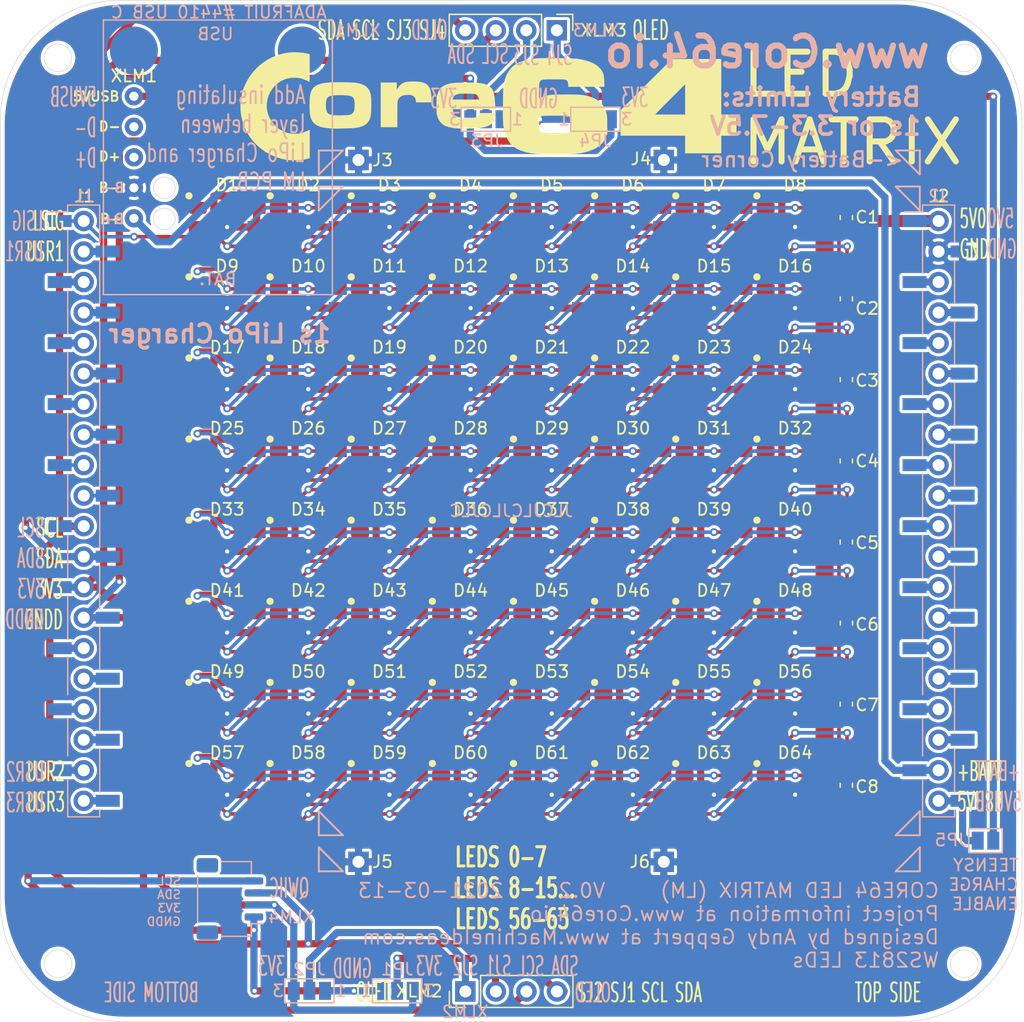
<source format=kicad_pcb>
(kicad_pcb (version 20171130) (host pcbnew "(5.1.2-1)-1")
  (title_block (title "Core 64 (Cores)") (date 2020-03-16) (rev 0.3) (company "Andy Geppert"))
  (layers (0 F.Cu signal) (31 B.Cu signal) (34 B.Paste user hide) (35 F.Paste user hide) (36 B.SilkS user) (37 F.SilkS user) (38 B.Mask user hide) (39 F.Mask user hide) (44 Edge.Cuts user))
  (net 0 "")
  (net 1 "Net-(J1-Pad18)")
  (net 2 "Net-(J1-Pad17)")
  (net 3 "Net-(J1-Pad15)")
  (net 4 "Net-(J1-Pad9)")
  (net 5 "Net-(J1-Pad4)")
  (net 6 LED_MATRIX_5V0_SIG)
  (net 7 "Net-(J1-Pad5)")
  (net 8 "Net-(J1-Pad6)")
  (net 9 "Net-(J1-Pad8)")
  (net 10 "Net-(J1-Pad7)")
  (net 11 "Net-(J1-Pad3)")
  (net 12 "Net-(J1-Pad16)")
  (net 13 "Net-(J1-Pad10)")
  (net 14 "Net-(J2-Pad18)")
  (net 15 "Net-(J2-Pad17)")
  (net 16 "Net-(J2-Pad15)")
  (net 17 "Net-(J2-Pad9)")
  (net 18 "Net-(J2-Pad4)")
  (net 19 5V0)
  (net 20 GND)
  (net 21 "Net-(J2-Pad5)")
  (net 22 "Net-(J2-Pad6)")
  (net 23 "Net-(J2-Pad8)")
  (net 24 "Net-(J2-Pad7)")
  (net 25 "Net-(J2-Pad3)")
  (net 26 "Net-(J2-Pad11)")
  (net 27 "Net-(J2-Pad13)")
  (net 28 "Net-(J2-Pad12)")
  (net 29 "Net-(J2-Pad16)")
  (net 30 "Net-(J2-Pad14)")
  (net 31 "Net-(J2-Pad10)")
  (net 32 "Net-(D1-Pad1)")
  (net 33 "Net-(D1-Pad3)")
  (net 34 "Net-(D2-Pad1)")
  (net 35 "Net-(D2-Pad3)")
  (net 36 "Net-(D3-Pad1)")
  (net 37 "Net-(D3-Pad3)")
  (net 38 "Net-(D4-Pad1)")
  (net 39 "Net-(D4-Pad3)")
  (net 40 "Net-(D5-Pad1)")
  (net 41 "Net-(D5-Pad3)")
  (net 42 "Net-(D6-Pad1)")
  (net 43 "Net-(D6-Pad3)")
  (net 44 "Net-(D7-Pad1)")
  (net 45 "Net-(D8-Pad1)")
  (net 46 "Net-(D9-Pad1)")
  (net 47 "Net-(D10-Pad1)")
  (net 48 "Net-(D10-Pad3)")
  (net 49 "Net-(D10-Pad4)")
  (net 50 "Net-(D11-Pad1)")
  (net 51 "Net-(D11-Pad3)")
  (net 52 "Net-(D12-Pad1)")
  (net 53 "Net-(D12-Pad3)")
  (net 54 "Net-(D13-Pad1)")
  (net 55 "Net-(D13-Pad3)")
  (net 56 "Net-(D14-Pad1)")
  (net 57 "Net-(D14-Pad3)")
  (net 58 "Net-(D15-Pad1)")
  (net 59 "Net-(D16-Pad1)")
  (net 60 "Net-(D17-Pad1)")
  (net 61 "Net-(D17-Pad3)")
  (net 62 "Net-(D18-Pad1)")
  (net 63 "Net-(D18-Pad3)")
  (net 64 "Net-(D19-Pad1)")
  (net 65 "Net-(D19-Pad3)")
  (net 66 "Net-(D20-Pad1)")
  (net 67 "Net-(D20-Pad3)")
  (net 68 "Net-(D21-Pad1)")
  (net 69 "Net-(D21-Pad3)")
  (net 70 "Net-(D22-Pad1)")
  (net 71 "Net-(D22-Pad3)")
  (net 72 "Net-(D23-Pad1)")
  (net 73 "Net-(D24-Pad1)")
  (net 74 "Net-(D25-Pad1)")
  (net 75 "Net-(D25-Pad3)")
  (net 76 "Net-(D26-Pad1)")
  (net 77 "Net-(D26-Pad3)")
  (net 78 "Net-(D27-Pad1)")
  (net 79 "Net-(D27-Pad3)")
  (net 80 "Net-(D28-Pad1)")
  (net 81 "Net-(D28-Pad3)")
  (net 82 "Net-(D29-Pad1)")
  (net 83 "Net-(D29-Pad3)")
  (net 84 "Net-(D30-Pad1)")
  (net 85 "Net-(D30-Pad3)")
  (net 86 "Net-(D31-Pad1)")
  (net 87 "Net-(D32-Pad1)")
  (net 88 "Net-(D33-Pad1)")
  (net 89 "Net-(D33-Pad3)")
  (net 90 "Net-(D34-Pad1)")
  (net 91 "Net-(D34-Pad3)")
  (net 92 "Net-(D35-Pad1)")
  (net 93 "Net-(D35-Pad3)")
  (net 94 "Net-(D36-Pad1)")
  (net 95 "Net-(D36-Pad3)")
  (net 96 "Net-(D37-Pad1)")
  (net 97 "Net-(D37-Pad3)")
  (net 98 "Net-(D38-Pad1)")
  (net 99 "Net-(D38-Pad3)")
  (net 100 "Net-(D39-Pad1)")
  (net 101 "Net-(D40-Pad1)")
  (net 102 "Net-(D41-Pad1)")
  (net 103 "Net-(D41-Pad3)")
  (net 104 "Net-(D42-Pad1)")
  (net 105 "Net-(D42-Pad3)")
  (net 106 "Net-(D43-Pad1)")
  (net 107 "Net-(D43-Pad3)")
  (net 108 "Net-(D44-Pad1)")
  (net 109 "Net-(D44-Pad3)")
  (net 110 "Net-(D45-Pad1)")
  (net 111 "Net-(D45-Pad3)")
  (net 112 "Net-(D46-Pad1)")
  (net 113 "Net-(D46-Pad3)")
  (net 114 "Net-(D47-Pad1)")
  (net 115 "Net-(D48-Pad1)")
  (net 116 "Net-(D49-Pad1)")
  (net 117 "Net-(D49-Pad3)")
  (net 118 "Net-(D50-Pad1)")
  (net 119 "Net-(D50-Pad3)")
  (net 120 "Net-(D51-Pad1)")
  (net 121 "Net-(D51-Pad3)")
  (net 122 "Net-(D52-Pad1)")
  (net 123 "Net-(D52-Pad3)")
  (net 124 "Net-(D53-Pad1)")
  (net 125 "Net-(D53-Pad3)")
  (net 126 "Net-(D54-Pad1)")
  (net 127 "Net-(D54-Pad3)")
  (net 128 "Net-(D55-Pad1)")
  (net 129 "Net-(D56-Pad1)")
  (net 130 "Net-(D57-Pad1)")
  (net 131 "Net-(D57-Pad3)")
  (net 132 "Net-(D58-Pad1)")
  (net 133 "Net-(D58-Pad3)")
  (net 134 "Net-(D59-Pad1)")
  (net 135 "Net-(D59-Pad3)")
  (net 136 "Net-(D60-Pad1)")
  (net 137 "Net-(D60-Pad3)")
  (net 138 "Net-(D61-Pad1)")
  (net 139 "Net-(D61-Pad3)")
  (net 140 "Net-(D62-Pad1)")
  (net 141 "Net-(D62-Pad3)")
  (net 142 "Net-(D63-Pad1)")
  (net 143 "Net-(D63-Pad3)")
  (net 144 "Net-(D64-Pad1)")
  (net 145 "Net-(D64-Pad3)")
  (net 146 R1DIN)
  (net 147 R1DO)
  (net 148 R2DIN)
  (net 149 R2DO)
  (net 150 R3DIN)
  (net 151 R3DO)
  (net 152 R4DIN)
  (net 153 R4DO)
  (net 154 R5DIN)
  (net 155 R5DO)
  (net 156 R6DIN)
  (net 157 R6DO)
  (net 158 R7DIN)
  (net 159 R7DO)
  (net 160 "Net-(J1-Pad2)")
  (net 161 +BATT)
  (net 162 5VUSB)
  (net 163 I2C_CLOCK)
  (net 164 3V3)
  (net 165 I2C_DATA)
  (net 166 GNDD)
  (net 167 "Net-(JP1-Pad2)")
  (net 168 "Net-(JP2-Pad2)")
  (net 169 "Net-(J1-Pad19)")
  (net 170 "Net-(J1-Pad20)")
  (net 171 "Net-(JP3-Pad2)")
  (net 172 "Net-(JP4-Pad2)")
  (net 173 "Net-(JP5-Pad1)")
  (net 174 "Net-(XLM1-Pad3)")
  (net 175 "Net-(XLM1-Pad2)")
  (module Core_Memory_8x8_Array:LED_WS2813_PLCC6_5.0x5.0mm_P1.6mm_Core64_Abg_Mod (layer F.Cu) (at 10.125 -3.375)
    (fp_text reference D30 (at 0 -3.5) (layer F.SilkS))
    (fp_text value WS2813)
    (pad 1 smd roundrect (at -2.45 -1.6) (size 1.5 1) (layers F.Cu F.Paste F.Mask) (net 84 "Net-(D30-Pad1)"))
    (pad 2 smd rect (at -2.45 0) (size 1.5 1) (layers F.Cu F.Paste F.Mask) (net 19 5V0))
    (pad 3 smd rect (at -2.45 1.6) (size 1.5 1) (layers F.Cu F.Paste F.Mask) (net 85 "Net-(D30-Pad3)"))
    (pad 6 smd rect (at 2.45 -1.6) (size 1.5 1) (layers F.Cu F.Paste F.Mask) (net 81 "Net-(D28-Pad3)"))
    (pad 5 smd rect (at 2.45 0) (size 1.5 1) (layers F.Cu F.Paste F.Mask) (net 20 GND))
    (pad 4 smd rect (at 2.45 1.6) (size 1.5 1) (layers F.Cu F.Paste F.Mask) (net 83 "Net-(D29-Pad3)"))
  )
  (module Core_Memory_8x8_Array:LED_WS2813_PLCC6_5.0x5.0mm_P1.6mm_Core64_Abg_Mod (layer F.Cu) (at 23.625 -23.625)
    (fp_text reference D8 (at 0 -3.5) (layer F.SilkS))
    (fp_text value WS2813)
    (pad 1 smd roundrect (at -2.45 -1.6) (size 1.5 1) (layers F.Cu F.Paste F.Mask) (net 45 "Net-(D8-Pad1)"))
    (pad 2 smd rect (at -2.45 0) (size 1.5 1) (layers F.Cu F.Paste F.Mask) (net 19 5V0))
    (pad 3 smd rect (at -2.45 1.6) (size 1.5 1) (layers F.Cu F.Paste F.Mask) (net 147 R1DO))
    (pad 6 smd rect (at 2.45 -1.6) (size 1.5 1) (layers F.Cu F.Paste F.Mask) (net 43 "Net-(D6-Pad3)"))
    (pad 5 smd rect (at 2.45 0) (size 1.5 1) (layers F.Cu F.Paste F.Mask) (net 20 GND))
    (pad 4 smd rect (at 2.45 1.6) (size 1.5 1) (layers F.Cu F.Paste F.Mask) (net 146 R1DIN))
  )
  (module Core_Memory_8x8_Array:LED_WS2813_PLCC6_5.0x5.0mm_P1.6mm_Core64_Abg_Mod (layer F.Cu) (at 10.125 -23.625)
    (fp_text reference D6 (at 0 -3.5) (layer F.SilkS))
    (fp_text value WS2813)
    (pad 1 smd roundrect (at -2.45 -1.6) (size 1.5 1) (layers F.Cu F.Paste F.Mask) (net 42 "Net-(D6-Pad1)"))
    (pad 2 smd rect (at -2.45 0) (size 1.5 1) (layers F.Cu F.Paste F.Mask) (net 19 5V0))
    (pad 3 smd rect (at -2.45 1.6) (size 1.5 1) (layers F.Cu F.Paste F.Mask) (net 43 "Net-(D6-Pad3)"))
    (pad 6 smd rect (at 2.45 -1.6) (size 1.5 1) (layers F.Cu F.Paste F.Mask) (net 39 "Net-(D4-Pad3)"))
    (pad 5 smd rect (at 2.45 0) (size 1.5 1) (layers F.Cu F.Paste F.Mask) (net 20 GND))
    (pad 4 smd rect (at 2.45 1.6) (size 1.5 1) (layers F.Cu F.Paste F.Mask) (net 41 "Net-(D5-Pad3)"))
  )
  (module Core_Memory_8x8_Array:LED_WS2813_PLCC6_5.0x5.0mm_P1.6mm_Core64_Abg_Mod (layer F.Cu) (at 3.375 -23.625)
    (fp_text reference D5 (at 0 -3.5) (layer F.SilkS))
    (fp_text value WS2813)
    (pad 1 smd roundrect (at -2.45 -1.6) (size 1.5 1) (layers F.Cu F.Paste F.Mask) (net 40 "Net-(D5-Pad1)"))
    (pad 2 smd rect (at -2.45 0) (size 1.5 1) (layers F.Cu F.Paste F.Mask) (net 19 5V0))
    (pad 3 smd rect (at -2.45 1.6) (size 1.5 1) (layers F.Cu F.Paste F.Mask) (net 41 "Net-(D5-Pad3)"))
    (pad 6 smd rect (at 2.45 -1.6) (size 1.5 1) (layers F.Cu F.Paste F.Mask) (net 37 "Net-(D3-Pad3)"))
    (pad 5 smd rect (at 2.45 0) (size 1.5 1) (layers F.Cu F.Paste F.Mask) (net 20 GND))
    (pad 4 smd rect (at 2.45 1.6) (size 1.5 1) (layers F.Cu F.Paste F.Mask) (net 39 "Net-(D4-Pad3)"))
  )
  (module Core_Memory_8x8_Array:LED_WS2813_PLCC6_5.0x5.0mm_P1.6mm_Core64_Abg_Mod (layer F.Cu) (at -3.375 16.875)
    (fp_text reference D52 (at 0 -3.5) (layer F.SilkS))
    (fp_text value WS2813)
    (pad 1 smd roundrect (at -2.45 -1.6) (size 1.5 1) (layers F.Cu F.Paste F.Mask) (net 122 "Net-(D52-Pad1)"))
    (pad 2 smd rect (at -2.45 0) (size 1.5 1) (layers F.Cu F.Paste F.Mask) (net 19 5V0))
    (pad 3 smd rect (at -2.45 1.6) (size 1.5 1) (layers F.Cu F.Paste F.Mask) (net 123 "Net-(D52-Pad3)"))
    (pad 6 smd rect (at 2.45 -1.6) (size 1.5 1) (layers F.Cu F.Paste F.Mask) (net 119 "Net-(D50-Pad3)"))
    (pad 5 smd rect (at 2.45 0) (size 1.5 1) (layers F.Cu F.Paste F.Mask) (net 20 GND))
    (pad 4 smd rect (at 2.45 1.6) (size 1.5 1) (layers F.Cu F.Paste F.Mask) (net 121 "Net-(D51-Pad3)"))
  )
  (module Core_Memory_8x8_Array:LED_WS2813_PLCC6_5.0x5.0mm_P1.6mm_Core64_Abg_Mod (layer F.Cu) (at -10.125 -23.625)
    (fp_text reference D3 (at 0 -3.5) (layer F.SilkS))
    (fp_text value WS2813)
    (pad 1 smd roundrect (at -2.45 -1.6) (size 1.5 1) (layers F.Cu F.Paste F.Mask) (net 36 "Net-(D3-Pad1)"))
    (pad 2 smd rect (at -2.45 0) (size 1.5 1) (layers F.Cu F.Paste F.Mask) (net 19 5V0))
    (pad 3 smd rect (at -2.45 1.6) (size 1.5 1) (layers F.Cu F.Paste F.Mask) (net 37 "Net-(D3-Pad3)"))
    (pad 6 smd rect (at 2.45 -1.6) (size 1.5 1) (layers F.Cu F.Paste F.Mask) (net 33 "Net-(D1-Pad3)"))
    (pad 5 smd rect (at 2.45 0) (size 1.5 1) (layers F.Cu F.Paste F.Mask) (net 20 GND))
    (pad 4 smd rect (at 2.45 1.6) (size 1.5 1) (layers F.Cu F.Paste F.Mask) (net 35 "Net-(D2-Pad3)"))
  )
  (module Core_Memory_8x8_Array:LED_WS2813_PLCC6_5.0x5.0mm_P1.6mm_Core64_Abg_Mod (layer F.Cu) (at -3.375 -23.625)
    (fp_text reference D4 (at 0 -3.5) (layer F.SilkS))
    (fp_text value WS2813)
    (pad 1 smd roundrect (at -2.45 -1.6) (size 1.5 1) (layers F.Cu F.Paste F.Mask) (net 38 "Net-(D4-Pad1)"))
    (pad 2 smd rect (at -2.45 0) (size 1.5 1) (layers F.Cu F.Paste F.Mask) (net 19 5V0))
    (pad 3 smd rect (at -2.45 1.6) (size 1.5 1) (layers F.Cu F.Paste F.Mask) (net 39 "Net-(D4-Pad3)"))
    (pad 6 smd rect (at 2.45 -1.6) (size 1.5 1) (layers F.Cu F.Paste F.Mask) (net 35 "Net-(D2-Pad3)"))
    (pad 5 smd rect (at 2.45 0) (size 1.5 1) (layers F.Cu F.Paste F.Mask) (net 20 GND))
    (pad 4 smd rect (at 2.45 1.6) (size 1.5 1) (layers F.Cu F.Paste F.Mask) (net 37 "Net-(D3-Pad3)"))
  )
  (module Core_Memory_8x8_Array:LED_WS2813_PLCC6_5.0x5.0mm_P1.6mm_Core64_Abg_Mod (layer F.Cu) (at -16.875 -23.625)
    (fp_text reference D2 (at 0 -3.5) (layer F.SilkS))
    (fp_text value WS2813)
    (pad 1 smd roundrect (at -2.45 -1.6) (size 1.5 1) (layers F.Cu F.Paste F.Mask) (net 34 "Net-(D2-Pad1)"))
    (pad 2 smd rect (at -2.45 0) (size 1.5 1) (layers F.Cu F.Paste F.Mask) (net 19 5V0))
    (pad 3 smd rect (at -2.45 1.6) (size 1.5 1) (layers F.Cu F.Paste F.Mask) (net 35 "Net-(D2-Pad3)"))
    (pad 6 smd rect (at 2.45 -1.6) (size 1.5 1) (layers F.Cu F.Paste F.Mask) (net 6 LED_MATRIX_5V0_SIG))
    (pad 5 smd rect (at 2.45 0) (size 1.5 1) (layers F.Cu F.Paste F.Mask) (net 20 GND))
    (pad 4 smd rect (at 2.45 1.6) (size 1.5 1) (layers F.Cu F.Paste F.Mask) (net 33 "Net-(D1-Pad3)"))
  )
  (module Core_Memory_8x8_Array:LED_WS2813_PLCC6_5.0x5.0mm_P1.6mm_Core64_Abg_Mod (layer F.Cu) (at -23.625 -23.625)
    (fp_text reference D1 (at 0 -3.5) (layer F.SilkS))
    (fp_text value WS2813)
    (pad 1 smd roundrect (at -2.45 -1.6) (size 1.5 1) (layers F.Cu F.Paste F.Mask) (net 32 "Net-(D1-Pad1)"))
    (pad 2 smd rect (at -2.45 0) (size 1.5 1) (layers F.Cu F.Paste F.Mask) (net 19 5V0))
    (pad 3 smd rect (at -2.45 1.6) (size 1.5 1) (layers F.Cu F.Paste F.Mask) (net 33 "Net-(D1-Pad3)"))
    (pad 6 smd rect (at 2.45 -1.6) (size 1.5 1) (layers F.Cu F.Paste F.Mask) (net 20 GND))
    (pad 5 smd rect (at 2.45 0) (size 1.5 1) (layers F.Cu F.Paste F.Mask) (net 20 GND))
    (pad 4 smd rect (at 2.45 1.6) (size 1.5 1) (layers F.Cu F.Paste F.Mask) (net 6 LED_MATRIX_5V0_SIG))
  )
  (module Core_Memory_8x8_Array:LED_WS2813_PLCC6_5.0x5.0mm_P1.6mm_Core64_Abg_Mod (layer F.Cu) (at -16.875 -16.875)
    (fp_text reference D10 (at 0 -3.5) (layer F.SilkS))
    (fp_text value WS2813)
    (pad 1 smd roundrect (at -2.45 -1.6) (size 1.5 1) (layers F.Cu F.Paste F.Mask) (net 47 "Net-(D10-Pad1)"))
    (pad 2 smd rect (at -2.45 0) (size 1.5 1) (layers F.Cu F.Paste F.Mask) (net 19 5V0))
    (pad 3 smd rect (at -2.45 1.6) (size 1.5 1) (layers F.Cu F.Paste F.Mask) (net 48 "Net-(D10-Pad3)"))
    (pad 6 smd rect (at 2.45 -1.6) (size 1.5 1) (layers F.Cu F.Paste F.Mask) (net 147 R1DO))
    (pad 5 smd rect (at 2.45 0) (size 1.5 1) (layers F.Cu F.Paste F.Mask) (net 20 GND))
    (pad 4 smd rect (at 2.45 1.6) (size 1.5 1) (layers F.Cu F.Paste F.Mask) (net 49 "Net-(D10-Pad4)"))
  )
  (module Core_Memory_8x8_Array:LED_WS2813_PLCC6_5.0x5.0mm_P1.6mm_Core64_Abg_Mod (layer F.Cu) (at -10.125 -16.875)
    (fp_text reference D11 (at 0 -3.5) (layer F.SilkS))
    (fp_text value WS2813)
    (pad 1 smd roundrect (at -2.45 -1.6) (size 1.5 1) (layers F.Cu F.Paste F.Mask) (net 50 "Net-(D11-Pad1)"))
    (pad 2 smd rect (at -2.45 0) (size 1.5 1) (layers F.Cu F.Paste F.Mask) (net 19 5V0))
    (pad 3 smd rect (at -2.45 1.6) (size 1.5 1) (layers F.Cu F.Paste F.Mask) (net 51 "Net-(D11-Pad3)"))
    (pad 6 smd rect (at 2.45 -1.6) (size 1.5 1) (layers F.Cu F.Paste F.Mask) (net 49 "Net-(D10-Pad4)"))
    (pad 5 smd rect (at 2.45 0) (size 1.5 1) (layers F.Cu F.Paste F.Mask) (net 20 GND))
    (pad 4 smd rect (at 2.45 1.6) (size 1.5 1) (layers F.Cu F.Paste F.Mask) (net 48 "Net-(D10-Pad3)"))
  )
  (module Core_Memory_8x8_Array:LED_WS2813_PLCC6_5.0x5.0mm_P1.6mm_Core64_Abg_Mod (layer F.Cu) (at -3.375 -16.875)
    (fp_text reference D12 (at 0 -3.5) (layer F.SilkS))
    (fp_text value WS2813)
    (pad 1 smd roundrect (at -2.45 -1.6) (size 1.5 1) (layers F.Cu F.Paste F.Mask) (net 52 "Net-(D12-Pad1)"))
    (pad 2 smd rect (at -2.45 0) (size 1.5 1) (layers F.Cu F.Paste F.Mask) (net 19 5V0))
    (pad 3 smd rect (at -2.45 1.6) (size 1.5 1) (layers F.Cu F.Paste F.Mask) (net 53 "Net-(D12-Pad3)"))
    (pad 6 smd rect (at 2.45 -1.6) (size 1.5 1) (layers F.Cu F.Paste F.Mask) (net 48 "Net-(D10-Pad3)"))
    (pad 5 smd rect (at 2.45 0) (size 1.5 1) (layers F.Cu F.Paste F.Mask) (net 20 GND))
    (pad 4 smd rect (at 2.45 1.6) (size 1.5 1) (layers F.Cu F.Paste F.Mask) (net 51 "Net-(D11-Pad3)"))
  )
  (module Core_Memory_8x8_Array:LED_WS2813_PLCC6_5.0x5.0mm_P1.6mm_Core64_Abg_Mod (layer F.Cu) (at -23.625 -16.875)
    (fp_text reference D9 (at 0 -3.5) (layer F.SilkS))
    (fp_text value WS2813)
    (pad 1 smd roundrect (at -2.45 -1.6) (size 1.5 1) (layers F.Cu F.Paste F.Mask) (net 46 "Net-(D9-Pad1)"))
    (pad 2 smd rect (at -2.45 0) (size 1.5 1) (layers F.Cu F.Paste F.Mask) (net 19 5V0))
    (pad 3 smd rect (at -2.45 1.6) (size 1.5 1) (layers F.Cu F.Paste F.Mask) (net 49 "Net-(D10-Pad4)"))
    (pad 6 smd rect (at 2.45 -1.6) (size 1.5 1) (layers F.Cu F.Paste F.Mask) (net 146 R1DIN))
    (pad 5 smd rect (at 2.45 0) (size 1.5 1) (layers F.Cu F.Paste F.Mask) (net 20 GND))
    (pad 4 smd rect (at 2.45 1.6) (size 1.5 1) (layers F.Cu F.Paste F.Mask) (net 147 R1DO))
  )
  (module Core_Memory_8x8_Array:LED_WS2813_PLCC6_5.0x5.0mm_P1.6mm_Core64_Abg_Mod (layer F.Cu) (at 16.875 -16.875)
    (fp_text reference D15 (at 0 -3.5) (layer F.SilkS))
    (fp_text value WS2813)
    (pad 1 smd roundrect (at -2.45 -1.6) (size 1.5 1) (layers F.Cu F.Paste F.Mask) (net 58 "Net-(D15-Pad1)"))
    (pad 2 smd rect (at -2.45 0) (size 1.5 1) (layers F.Cu F.Paste F.Mask) (net 19 5V0))
    (pad 3 smd rect (at -2.45 1.6) (size 1.5 1) (layers F.Cu F.Paste F.Mask) (net 148 R2DIN))
    (pad 6 smd rect (at 2.45 -1.6) (size 1.5 1) (layers F.Cu F.Paste F.Mask) (net 55 "Net-(D13-Pad3)"))
    (pad 5 smd rect (at 2.45 0) (size 1.5 1) (layers F.Cu F.Paste F.Mask) (net 20 GND))
    (pad 4 smd rect (at 2.45 1.6) (size 1.5 1) (layers F.Cu F.Paste F.Mask) (net 57 "Net-(D14-Pad3)"))
  )
  (module Core_Memory_8x8_Array:LED_WS2813_PLCC6_5.0x5.0mm_P1.6mm_Core64_Abg_Mod (layer F.Cu) (at 23.625 -10.125)
    (fp_text reference D24 (at 0 -3.5) (layer F.SilkS))
    (fp_text value WS2813)
    (pad 1 smd roundrect (at -2.45 -1.6) (size 1.5 1) (layers F.Cu F.Paste F.Mask) (net 73 "Net-(D24-Pad1)"))
    (pad 2 smd rect (at -2.45 0) (size 1.5 1) (layers F.Cu F.Paste F.Mask) (net 19 5V0))
    (pad 3 smd rect (at -2.45 1.6) (size 1.5 1) (layers F.Cu F.Paste F.Mask) (net 151 R3DO))
    (pad 6 smd rect (at 2.45 -1.6) (size 1.5 1) (layers F.Cu F.Paste F.Mask) (net 71 "Net-(D22-Pad3)"))
    (pad 5 smd rect (at 2.45 0) (size 1.5 1) (layers F.Cu F.Paste F.Mask) (net 20 GND))
    (pad 4 smd rect (at 2.45 1.6) (size 1.5 1) (layers F.Cu F.Paste F.Mask) (net 150 R3DIN))
  )
  (module Core_Memory_8x8_Array:LED_WS2813_PLCC6_5.0x5.0mm_P1.6mm_Core64_Abg_Mod (layer F.Cu) (at 16.875 -23.625)
    (fp_text reference D7 (at 0 -3.5) (layer F.SilkS))
    (fp_text value WS2813)
    (pad 1 smd roundrect (at -2.45 -1.6) (size 1.5 1) (layers F.Cu F.Paste F.Mask) (net 44 "Net-(D7-Pad1)"))
    (pad 2 smd rect (at -2.45 0) (size 1.5 1) (layers F.Cu F.Paste F.Mask) (net 19 5V0))
    (pad 3 smd rect (at -2.45 1.6) (size 1.5 1) (layers F.Cu F.Paste F.Mask) (net 146 R1DIN))
    (pad 6 smd rect (at 2.45 -1.6) (size 1.5 1) (layers F.Cu F.Paste F.Mask) (net 41 "Net-(D5-Pad3)"))
    (pad 5 smd rect (at 2.45 0) (size 1.5 1) (layers F.Cu F.Paste F.Mask) (net 20 GND))
    (pad 4 smd rect (at 2.45 1.6) (size 1.5 1) (layers F.Cu F.Paste F.Mask) (net 43 "Net-(D6-Pad3)"))
  )
  (module Core_Memory_8x8_Array:LED_WS2813_PLCC6_5.0x5.0mm_P1.6mm_Core64_Abg_Mod (layer F.Cu) (at 3.375 -16.875)
    (fp_text reference D13 (at 0 -3.5) (layer F.SilkS))
    (fp_text value WS2813)
    (pad 1 smd roundrect (at -2.45 -1.6) (size 1.5 1) (layers F.Cu F.Paste F.Mask) (net 54 "Net-(D13-Pad1)"))
    (pad 2 smd rect (at -2.45 0) (size 1.5 1) (layers F.Cu F.Paste F.Mask) (net 19 5V0))
    (pad 3 smd rect (at -2.45 1.6) (size 1.5 1) (layers F.Cu F.Paste F.Mask) (net 55 "Net-(D13-Pad3)"))
    (pad 6 smd rect (at 2.45 -1.6) (size 1.5 1) (layers F.Cu F.Paste F.Mask) (net 51 "Net-(D11-Pad3)"))
    (pad 5 smd rect (at 2.45 0) (size 1.5 1) (layers F.Cu F.Paste F.Mask) (net 20 GND))
    (pad 4 smd rect (at 2.45 1.6) (size 1.5 1) (layers F.Cu F.Paste F.Mask) (net 53 "Net-(D12-Pad3)"))
  )
  (module Core_Memory_8x8_Array:LED_WS2813_PLCC6_5.0x5.0mm_P1.6mm_Core64_Abg_Mod (layer F.Cu) (at 10.125 -16.875)
    (fp_text reference D14 (at 0 -3.5) (layer F.SilkS))
    (fp_text value WS2813)
    (pad 1 smd roundrect (at -2.45 -1.6) (size 1.5 1) (layers F.Cu F.Paste F.Mask) (net 56 "Net-(D14-Pad1)"))
    (pad 2 smd rect (at -2.45 0) (size 1.5 1) (layers F.Cu F.Paste F.Mask) (net 19 5V0))
    (pad 3 smd rect (at -2.45 1.6) (size 1.5 1) (layers F.Cu F.Paste F.Mask) (net 57 "Net-(D14-Pad3)"))
    (pad 6 smd rect (at 2.45 -1.6) (size 1.5 1) (layers F.Cu F.Paste F.Mask) (net 53 "Net-(D12-Pad3)"))
    (pad 5 smd rect (at 2.45 0) (size 1.5 1) (layers F.Cu F.Paste F.Mask) (net 20 GND))
    (pad 4 smd rect (at 2.45 1.6) (size 1.5 1) (layers F.Cu F.Paste F.Mask) (net 55 "Net-(D13-Pad3)"))
  )
  (module Core_Memory_8x8_Array:LED_WS2813_PLCC6_5.0x5.0mm_P1.6mm_Core64_Abg_Mod (layer F.Cu) (at 23.625 -16.875)
    (fp_text reference D16 (at 0 -3.5) (layer F.SilkS))
    (fp_text value WS2813)
    (pad 1 smd roundrect (at -2.45 -1.6) (size 1.5 1) (layers F.Cu F.Paste F.Mask) (net 59 "Net-(D16-Pad1)"))
    (pad 2 smd rect (at -2.45 0) (size 1.5 1) (layers F.Cu F.Paste F.Mask) (net 19 5V0))
    (pad 3 smd rect (at -2.45 1.6) (size 1.5 1) (layers F.Cu F.Paste F.Mask) (net 149 R2DO))
    (pad 6 smd rect (at 2.45 -1.6) (size 1.5 1) (layers F.Cu F.Paste F.Mask) (net 57 "Net-(D14-Pad3)"))
    (pad 5 smd rect (at 2.45 0) (size 1.5 1) (layers F.Cu F.Paste F.Mask) (net 20 GND))
    (pad 4 smd rect (at 2.45 1.6) (size 1.5 1) (layers F.Cu F.Paste F.Mask) (net 148 R2DIN))
  )
  (module Core_Memory_8x8_Array:LED_WS2813_PLCC6_5.0x5.0mm_P1.6mm_Core64_Abg_Mod (layer F.Cu) (at -23.625 -10.125)
    (fp_text reference D17 (at 0 -3.5) (layer F.SilkS))
    (fp_text value WS2813)
    (pad 1 smd roundrect (at -2.45 -1.6) (size 1.5 1) (layers F.Cu F.Paste F.Mask) (net 60 "Net-(D17-Pad1)"))
    (pad 2 smd rect (at -2.45 0) (size 1.5 1) (layers F.Cu F.Paste F.Mask) (net 19 5V0))
    (pad 3 smd rect (at -2.45 1.6) (size 1.5 1) (layers F.Cu F.Paste F.Mask) (net 61 "Net-(D17-Pad3)"))
    (pad 6 smd rect (at 2.45 -1.6) (size 1.5 1) (layers F.Cu F.Paste F.Mask) (net 148 R2DIN))
    (pad 5 smd rect (at 2.45 0) (size 1.5 1) (layers F.Cu F.Paste F.Mask) (net 20 GND))
    (pad 4 smd rect (at 2.45 1.6) (size 1.5 1) (layers F.Cu F.Paste F.Mask) (net 149 R2DO))
  )
  (module Core_Memory_8x8_Array:LED_WS2813_PLCC6_5.0x5.0mm_P1.6mm_Core64_Abg_Mod (layer F.Cu) (at -16.875 -10.125)
    (fp_text reference D18 (at 0 -3.5) (layer F.SilkS))
    (fp_text value WS2813)
    (pad 1 smd roundrect (at -2.45 -1.6) (size 1.5 1) (layers F.Cu F.Paste F.Mask) (net 62 "Net-(D18-Pad1)"))
    (pad 2 smd rect (at -2.45 0) (size 1.5 1) (layers F.Cu F.Paste F.Mask) (net 19 5V0))
    (pad 3 smd rect (at -2.45 1.6) (size 1.5 1) (layers F.Cu F.Paste F.Mask) (net 63 "Net-(D18-Pad3)"))
    (pad 6 smd rect (at 2.45 -1.6) (size 1.5 1) (layers F.Cu F.Paste F.Mask) (net 149 R2DO))
    (pad 5 smd rect (at 2.45 0) (size 1.5 1) (layers F.Cu F.Paste F.Mask) (net 20 GND))
    (pad 4 smd rect (at 2.45 1.6) (size 1.5 1) (layers F.Cu F.Paste F.Mask) (net 61 "Net-(D17-Pad3)"))
  )
  (module Core_Memory_8x8_Array:LED_WS2813_PLCC6_5.0x5.0mm_P1.6mm_Core64_Abg_Mod (layer F.Cu) (at -10.125 -10.125)
    (fp_text reference D19 (at 0 -3.5) (layer F.SilkS))
    (fp_text value WS2813)
    (pad 1 smd roundrect (at -2.45 -1.6) (size 1.5 1) (layers F.Cu F.Paste F.Mask) (net 64 "Net-(D19-Pad1)"))
    (pad 2 smd rect (at -2.45 0) (size 1.5 1) (layers F.Cu F.Paste F.Mask) (net 19 5V0))
    (pad 3 smd rect (at -2.45 1.6) (size 1.5 1) (layers F.Cu F.Paste F.Mask) (net 65 "Net-(D19-Pad3)"))
    (pad 6 smd rect (at 2.45 -1.6) (size 1.5 1) (layers F.Cu F.Paste F.Mask) (net 61 "Net-(D17-Pad3)"))
    (pad 5 smd rect (at 2.45 0) (size 1.5 1) (layers F.Cu F.Paste F.Mask) (net 20 GND))
    (pad 4 smd rect (at 2.45 1.6) (size 1.5 1) (layers F.Cu F.Paste F.Mask) (net 63 "Net-(D18-Pad3)"))
  )
  (module Core_Memory_8x8_Array:LED_WS2813_PLCC6_5.0x5.0mm_P1.6mm_Core64_Abg_Mod (layer F.Cu) (at -3.375 -10.125)
    (fp_text reference D20 (at 0 -3.5) (layer F.SilkS))
    (fp_text value WS2813)
    (pad 1 smd roundrect (at -2.45 -1.6) (size 1.5 1) (layers F.Cu F.Paste F.Mask) (net 66 "Net-(D20-Pad1)"))
    (pad 2 smd rect (at -2.45 0) (size 1.5 1) (layers F.Cu F.Paste F.Mask) (net 19 5V0))
    (pad 3 smd rect (at -2.45 1.6) (size 1.5 1) (layers F.Cu F.Paste F.Mask) (net 67 "Net-(D20-Pad3)"))
    (pad 6 smd rect (at 2.45 -1.6) (size 1.5 1) (layers F.Cu F.Paste F.Mask) (net 63 "Net-(D18-Pad3)"))
    (pad 5 smd rect (at 2.45 0) (size 1.5 1) (layers F.Cu F.Paste F.Mask) (net 20 GND))
    (pad 4 smd rect (at 2.45 1.6) (size 1.5 1) (layers F.Cu F.Paste F.Mask) (net 65 "Net-(D19-Pad3)"))
  )
  (module Core_Memory_8x8_Array:LED_WS2813_PLCC6_5.0x5.0mm_P1.6mm_Core64_Abg_Mod (layer F.Cu) (at 3.375 -10.125)
    (fp_text reference D21 (at 0 -3.5) (layer F.SilkS))
    (fp_text value WS2813)
    (pad 1 smd roundrect (at -2.45 -1.6) (size 1.5 1) (layers F.Cu F.Paste F.Mask) (net 68 "Net-(D21-Pad1)"))
    (pad 2 smd rect (at -2.45 0) (size 1.5 1) (layers F.Cu F.Paste F.Mask) (net 19 5V0))
    (pad 3 smd rect (at -2.45 1.6) (size 1.5 1) (layers F.Cu F.Paste F.Mask) (net 69 "Net-(D21-Pad3)"))
    (pad 6 smd rect (at 2.45 -1.6) (size 1.5 1) (layers F.Cu F.Paste F.Mask) (net 65 "Net-(D19-Pad3)"))
    (pad 5 smd rect (at 2.45 0) (size 1.5 1) (layers F.Cu F.Paste F.Mask) (net 20 GND))
    (pad 4 smd rect (at 2.45 1.6) (size 1.5 1) (layers F.Cu F.Paste F.Mask) (net 67 "Net-(D20-Pad3)"))
  )
  (module Core_Memory_8x8_Array:LED_WS2813_PLCC6_5.0x5.0mm_P1.6mm_Core64_Abg_Mod (layer F.Cu) (at 10.125 -10.125)
    (fp_text reference D22 (at 0 -3.5) (layer F.SilkS))
    (fp_text value WS2813)
    (pad 1 smd roundrect (at -2.45 -1.6) (size 1.5 1) (layers F.Cu F.Paste F.Mask) (net 70 "Net-(D22-Pad1)"))
    (pad 2 smd rect (at -2.45 0) (size 1.5 1) (layers F.Cu F.Paste F.Mask) (net 19 5V0))
    (pad 3 smd rect (at -2.45 1.6) (size 1.5 1) (layers F.Cu F.Paste F.Mask) (net 71 "Net-(D22-Pad3)"))
    (pad 6 smd rect (at 2.45 -1.6) (size 1.5 1) (layers F.Cu F.Paste F.Mask) (net 67 "Net-(D20-Pad3)"))
    (pad 5 smd rect (at 2.45 0) (size 1.5 1) (layers F.Cu F.Paste F.Mask) (net 20 GND))
    (pad 4 smd rect (at 2.45 1.6) (size 1.5 1) (layers F.Cu F.Paste F.Mask) (net 69 "Net-(D21-Pad3)"))
  )
  (module Core_Memory_8x8_Array:LED_WS2813_PLCC6_5.0x5.0mm_P1.6mm_Core64_Abg_Mod (layer F.Cu) (at 16.875 -10.125)
    (fp_text reference D23 (at 0 -3.5) (layer F.SilkS))
    (fp_text value WS2813)
    (pad 1 smd roundrect (at -2.45 -1.6) (size 1.5 1) (layers F.Cu F.Paste F.Mask) (net 72 "Net-(D23-Pad1)"))
    (pad 2 smd rect (at -2.45 0) (size 1.5 1) (layers F.Cu F.Paste F.Mask) (net 19 5V0))
    (pad 3 smd rect (at -2.45 1.6) (size 1.5 1) (layers F.Cu F.Paste F.Mask) (net 150 R3DIN))
    (pad 6 smd rect (at 2.45 -1.6) (size 1.5 1) (layers F.Cu F.Paste F.Mask) (net 69 "Net-(D21-Pad3)"))
    (pad 5 smd rect (at 2.45 0) (size 1.5 1) (layers F.Cu F.Paste F.Mask) (net 20 GND))
    (pad 4 smd rect (at 2.45 1.6) (size 1.5 1) (layers F.Cu F.Paste F.Mask) (net 71 "Net-(D22-Pad3)"))
  )
  (module Core_Memory_8x8_Array:LED_WS2813_PLCC6_5.0x5.0mm_P1.6mm_Core64_Abg_Mod (layer F.Cu) (at -23.625 -3.375)
    (fp_text reference D25 (at 0 -3.5) (layer F.SilkS))
    (fp_text value WS2813)
    (pad 1 smd roundrect (at -2.45 -1.6) (size 1.5 1) (layers F.Cu F.Paste F.Mask) (net 74 "Net-(D25-Pad1)"))
    (pad 2 smd rect (at -2.45 0) (size 1.5 1) (layers F.Cu F.Paste F.Mask) (net 19 5V0))
    (pad 3 smd rect (at -2.45 1.6) (size 1.5 1) (layers F.Cu F.Paste F.Mask) (net 75 "Net-(D25-Pad3)"))
    (pad 6 smd rect (at 2.45 -1.6) (size 1.5 1) (layers F.Cu F.Paste F.Mask) (net 150 R3DIN))
    (pad 5 smd rect (at 2.45 0) (size 1.5 1) (layers F.Cu F.Paste F.Mask) (net 20 GND))
    (pad 4 smd rect (at 2.45 1.6) (size 1.5 1) (layers F.Cu F.Paste F.Mask) (net 151 R3DO))
  )
  (module Core_Memory_8x8_Array:LED_WS2813_PLCC6_5.0x5.0mm_P1.6mm_Core64_Abg_Mod (layer F.Cu) (at -16.875 -3.375)
    (fp_text reference D26 (at 0 -3.5) (layer F.SilkS))
    (fp_text value WS2813)
    (pad 1 smd roundrect (at -2.45 -1.6) (size 1.5 1) (layers F.Cu F.Paste F.Mask) (net 76 "Net-(D26-Pad1)"))
    (pad 2 smd rect (at -2.45 0) (size 1.5 1) (layers F.Cu F.Paste F.Mask) (net 19 5V0))
    (pad 3 smd rect (at -2.45 1.6) (size 1.5 1) (layers F.Cu F.Paste F.Mask) (net 77 "Net-(D26-Pad3)"))
    (pad 6 smd rect (at 2.45 -1.6) (size 1.5 1) (layers F.Cu F.Paste F.Mask) (net 151 R3DO))
    (pad 5 smd rect (at 2.45 0) (size 1.5 1) (layers F.Cu F.Paste F.Mask) (net 20 GND))
    (pad 4 smd rect (at 2.45 1.6) (size 1.5 1) (layers F.Cu F.Paste F.Mask) (net 75 "Net-(D25-Pad3)"))
  )
  (module Core_Memory_8x8_Array:LED_WS2813_PLCC6_5.0x5.0mm_P1.6mm_Core64_Abg_Mod (layer F.Cu) (at -10.125 -3.375)
    (fp_text reference D27 (at 0 -3.5) (layer F.SilkS))
    (fp_text value WS2813)
    (pad 1 smd roundrect (at -2.45 -1.6) (size 1.5 1) (layers F.Cu F.Paste F.Mask) (net 78 "Net-(D27-Pad1)"))
    (pad 2 smd rect (at -2.45 0) (size 1.5 1) (layers F.Cu F.Paste F.Mask) (net 19 5V0))
    (pad 3 smd rect (at -2.45 1.6) (size 1.5 1) (layers F.Cu F.Paste F.Mask) (net 79 "Net-(D27-Pad3)"))
    (pad 6 smd rect (at 2.45 -1.6) (size 1.5 1) (layers F.Cu F.Paste F.Mask) (net 75 "Net-(D25-Pad3)"))
    (pad 5 smd rect (at 2.45 0) (size 1.5 1) (layers F.Cu F.Paste F.Mask) (net 20 GND))
    (pad 4 smd rect (at 2.45 1.6) (size 1.5 1) (layers F.Cu F.Paste F.Mask) (net 77 "Net-(D26-Pad3)"))
  )
  (module Core_Memory_8x8_Array:LED_WS2813_PLCC6_5.0x5.0mm_P1.6mm_Core64_Abg_Mod (layer F.Cu) (at -3.375 -3.375)
    (fp_text reference D28 (at 0 -3.5) (layer F.SilkS))
    (fp_text value WS2813)
    (pad 1 smd roundrect (at -2.45 -1.6) (size 1.5 1) (layers F.Cu F.Paste F.Mask) (net 80 "Net-(D28-Pad1)"))
    (pad 2 smd rect (at -2.45 0) (size 1.5 1) (layers F.Cu F.Paste F.Mask) (net 19 5V0))
    (pad 3 smd rect (at -2.45 1.6) (size 1.5 1) (layers F.Cu F.Paste F.Mask) (net 81 "Net-(D28-Pad3)"))
    (pad 6 smd rect (at 2.45 -1.6) (size 1.5 1) (layers F.Cu F.Paste F.Mask) (net 77 "Net-(D26-Pad3)"))
    (pad 5 smd rect (at 2.45 0) (size 1.5 1) (layers F.Cu F.Paste F.Mask) (net 20 GND))
    (pad 4 smd rect (at 2.45 1.6) (size 1.5 1) (layers F.Cu F.Paste F.Mask) (net 79 "Net-(D27-Pad3)"))
  )
  (module Core_Memory_8x8_Array:LED_WS2813_PLCC6_5.0x5.0mm_P1.6mm_Core64_Abg_Mod (layer F.Cu) (at 3.375 -3.375)
    (fp_text reference D29 (at 0 -3.5) (layer F.SilkS))
    (fp_text value WS2813)
    (pad 1 smd roundrect (at -2.45 -1.6) (size 1.5 1) (layers F.Cu F.Paste F.Mask) (net 82 "Net-(D29-Pad1)"))
    (pad 2 smd rect (at -2.45 0) (size 1.5 1) (layers F.Cu F.Paste F.Mask) (net 19 5V0))
    (pad 3 smd rect (at -2.45 1.6) (size 1.5 1) (layers F.Cu F.Paste F.Mask) (net 83 "Net-(D29-Pad3)"))
    (pad 6 smd rect (at 2.45 -1.6) (size 1.5 1) (layers F.Cu F.Paste F.Mask) (net 79 "Net-(D27-Pad3)"))
    (pad 5 smd rect (at 2.45 0) (size 1.5 1) (layers F.Cu F.Paste F.Mask) (net 20 GND))
    (pad 4 smd rect (at 2.45 1.6) (size 1.5 1) (layers F.Cu F.Paste F.Mask) (net 81 "Net-(D28-Pad3)"))
  )
  (module Core_Memory_8x8_Array:LED_WS2813_PLCC6_5.0x5.0mm_P1.6mm_Core64_Abg_Mod (layer F.Cu) (at 16.875 -3.375)
    (fp_text reference D31 (at 0 -3.5) (layer F.SilkS))
    (fp_text value WS2813)
    (pad 1 smd roundrect (at -2.45 -1.6) (size 1.5 1) (layers F.Cu F.Paste F.Mask) (net 86 "Net-(D31-Pad1)"))
    (pad 2 smd rect (at -2.45 0) (size 1.5 1) (layers F.Cu F.Paste F.Mask) (net 19 5V0))
    (pad 3 smd rect (at -2.45 1.6) (size 1.5 1) (layers F.Cu F.Paste F.Mask) (net 152 R4DIN))
    (pad 6 smd rect (at 2.45 -1.6) (size 1.5 1) (layers F.Cu F.Paste F.Mask) (net 83 "Net-(D29-Pad3)"))
    (pad 5 smd rect (at 2.45 0) (size 1.5 1) (layers F.Cu F.Paste F.Mask) (net 20 GND))
    (pad 4 smd rect (at 2.45 1.6) (size 1.5 1) (layers F.Cu F.Paste F.Mask) (net 85 "Net-(D30-Pad3)"))
  )
  (module Core_Memory_8x8_Array:LED_WS2813_PLCC6_5.0x5.0mm_P1.6mm_Core64_Abg_Mod (layer F.Cu) (at 23.625 -3.375)
    (fp_text reference D32 (at 0 -3.5) (layer F.SilkS))
    (fp_text value WS2813)
    (pad 1 smd roundrect (at -2.45 -1.6) (size 1.5 1) (layers F.Cu F.Paste F.Mask) (net 87 "Net-(D32-Pad1)"))
    (pad 2 smd rect (at -2.45 0) (size 1.5 1) (layers F.Cu F.Paste F.Mask) (net 19 5V0))
    (pad 3 smd rect (at -2.45 1.6) (size 1.5 1) (layers F.Cu F.Paste F.Mask) (net 153 R4DO))
    (pad 6 smd rect (at 2.45 -1.6) (size 1.5 1) (layers F.Cu F.Paste F.Mask) (net 85 "Net-(D30-Pad3)"))
    (pad 5 smd rect (at 2.45 0) (size 1.5 1) (layers F.Cu F.Paste F.Mask) (net 20 GND))
    (pad 4 smd rect (at 2.45 1.6) (size 1.5 1) (layers F.Cu F.Paste F.Mask) (net 152 R4DIN))
  )
  (module Core_Memory_8x8_Array:LED_WS2813_PLCC6_5.0x5.0mm_P1.6mm_Core64_Abg_Mod (layer F.Cu) (at -23.625 3.375)
    (fp_text reference D33 (at 0 -3.5) (layer F.SilkS))
    (fp_text value WS2813)
    (pad 1 smd roundrect (at -2.45 -1.6) (size 1.5 1) (layers F.Cu F.Paste F.Mask) (net 88 "Net-(D33-Pad1)"))
    (pad 2 smd rect (at -2.45 0) (size 1.5 1) (layers F.Cu F.Paste F.Mask) (net 19 5V0))
    (pad 3 smd rect (at -2.45 1.6) (size 1.5 1) (layers F.Cu F.Paste F.Mask) (net 89 "Net-(D33-Pad3)"))
    (pad 6 smd rect (at 2.45 -1.6) (size 1.5 1) (layers F.Cu F.Paste F.Mask) (net 152 R4DIN))
    (pad 5 smd rect (at 2.45 0) (size 1.5 1) (layers F.Cu F.Paste F.Mask) (net 20 GND))
    (pad 4 smd rect (at 2.45 1.6) (size 1.5 1) (layers F.Cu F.Paste F.Mask) (net 153 R4DO))
  )
  (module Core_Memory_8x8_Array:LED_WS2813_PLCC6_5.0x5.0mm_P1.6mm_Core64_Abg_Mod (layer F.Cu) (at -16.875 3.375)
    (fp_text reference D34 (at 0 -3.5) (layer F.SilkS))
    (fp_text value WS2813)
    (pad 1 smd roundrect (at -2.45 -1.6) (size 1.5 1) (layers F.Cu F.Paste F.Mask) (net 90 "Net-(D34-Pad1)"))
    (pad 2 smd rect (at -2.45 0) (size 1.5 1) (layers F.Cu F.Paste F.Mask) (net 19 5V0))
    (pad 3 smd rect (at -2.45 1.6) (size 1.5 1) (layers F.Cu F.Paste F.Mask) (net 91 "Net-(D34-Pad3)"))
    (pad 6 smd rect (at 2.45 -1.6) (size 1.5 1) (layers F.Cu F.Paste F.Mask) (net 153 R4DO))
    (pad 5 smd rect (at 2.45 0) (size 1.5 1) (layers F.Cu F.Paste F.Mask) (net 20 GND))
    (pad 4 smd rect (at 2.45 1.6) (size 1.5 1) (layers F.Cu F.Paste F.Mask) (net 89 "Net-(D33-Pad3)"))
  )
  (module Core_Memory_8x8_Array:LED_WS2813_PLCC6_5.0x5.0mm_P1.6mm_Core64_Abg_Mod (layer F.Cu) (at -10.125 3.375)
    (fp_text reference D35 (at 0 -3.5) (layer F.SilkS))
    (fp_text value WS2813)
    (pad 1 smd roundrect (at -2.45 -1.6) (size 1.5 1) (layers F.Cu F.Paste F.Mask) (net 92 "Net-(D35-Pad1)"))
    (pad 2 smd rect (at -2.45 0) (size 1.5 1) (layers F.Cu F.Paste F.Mask) (net 19 5V0))
    (pad 3 smd rect (at -2.45 1.6) (size 1.5 1) (layers F.Cu F.Paste F.Mask) (net 93 "Net-(D35-Pad3)"))
    (pad 6 smd rect (at 2.45 -1.6) (size 1.5 1) (layers F.Cu F.Paste F.Mask) (net 89 "Net-(D33-Pad3)"))
    (pad 5 smd rect (at 2.45 0) (size 1.5 1) (layers F.Cu F.Paste F.Mask) (net 20 GND))
    (pad 4 smd rect (at 2.45 1.6) (size 1.5 1) (layers F.Cu F.Paste F.Mask) (net 91 "Net-(D34-Pad3)"))
  )
  (module Core_Memory_8x8_Array:LED_WS2813_PLCC6_5.0x5.0mm_P1.6mm_Core64_Abg_Mod (layer F.Cu) (at -3.375 3.375)
    (fp_text reference D36 (at 0 -3.5) (layer F.SilkS))
    (fp_text value WS2813)
    (pad 1 smd roundrect (at -2.45 -1.6) (size 1.5 1) (layers F.Cu F.Paste F.Mask) (net 94 "Net-(D36-Pad1)"))
    (pad 2 smd rect (at -2.45 0) (size 1.5 1) (layers F.Cu F.Paste F.Mask) (net 19 5V0))
    (pad 3 smd rect (at -2.45 1.6) (size 1.5 1) (layers F.Cu F.Paste F.Mask) (net 95 "Net-(D36-Pad3)"))
    (pad 6 smd rect (at 2.45 -1.6) (size 1.5 1) (layers F.Cu F.Paste F.Mask) (net 91 "Net-(D34-Pad3)"))
    (pad 5 smd rect (at 2.45 0) (size 1.5 1) (layers F.Cu F.Paste F.Mask) (net 20 GND))
    (pad 4 smd rect (at 2.45 1.6) (size 1.5 1) (layers F.Cu F.Paste F.Mask) (net 93 "Net-(D35-Pad3)"))
  )
  (module Core_Memory_8x8_Array:LED_WS2813_PLCC6_5.0x5.0mm_P1.6mm_Core64_Abg_Mod (layer F.Cu) (at 3.375 3.375)
    (fp_text reference D37 (at 0 -3.5) (layer F.SilkS))
    (fp_text value WS2813)
    (pad 1 smd roundrect (at -2.45 -1.6) (size 1.5 1) (layers F.Cu F.Paste F.Mask) (net 96 "Net-(D37-Pad1)"))
    (pad 2 smd rect (at -2.45 0) (size 1.5 1) (layers F.Cu F.Paste F.Mask) (net 19 5V0))
    (pad 3 smd rect (at -2.45 1.6) (size 1.5 1) (layers F.Cu F.Paste F.Mask) (net 97 "Net-(D37-Pad3)"))
    (pad 6 smd rect (at 2.45 -1.6) (size 1.5 1) (layers F.Cu F.Paste F.Mask) (net 93 "Net-(D35-Pad3)"))
    (pad 5 smd rect (at 2.45 0) (size 1.5 1) (layers F.Cu F.Paste F.Mask) (net 20 GND))
    (pad 4 smd rect (at 2.45 1.6) (size 1.5 1) (layers F.Cu F.Paste F.Mask) (net 95 "Net-(D36-Pad3)"))
  )
  (module Core_Memory_8x8_Array:LED_WS2813_PLCC6_5.0x5.0mm_P1.6mm_Core64_Abg_Mod (layer F.Cu) (at 10.125 3.375)
    (fp_text reference D38 (at 0 -3.5) (layer F.SilkS))
    (fp_text value WS2813)
    (pad 1 smd roundrect (at -2.45 -1.6) (size 1.5 1) (layers F.Cu F.Paste F.Mask) (net 98 "Net-(D38-Pad1)"))
    (pad 2 smd rect (at -2.45 0) (size 1.5 1) (layers F.Cu F.Paste F.Mask) (net 19 5V0))
    (pad 3 smd rect (at -2.45 1.6) (size 1.5 1) (layers F.Cu F.Paste F.Mask) (net 99 "Net-(D38-Pad3)"))
    (pad 6 smd rect (at 2.45 -1.6) (size 1.5 1) (layers F.Cu F.Paste F.Mask) (net 95 "Net-(D36-Pad3)"))
    (pad 5 smd rect (at 2.45 0) (size 1.5 1) (layers F.Cu F.Paste F.Mask) (net 20 GND))
    (pad 4 smd rect (at 2.45 1.6) (size 1.5 1) (layers F.Cu F.Paste F.Mask) (net 97 "Net-(D37-Pad3)"))
  )
  (module Core_Memory_8x8_Array:LED_WS2813_PLCC6_5.0x5.0mm_P1.6mm_Core64_Abg_Mod (layer F.Cu) (at 16.875 3.375)
    (fp_text reference D39 (at 0 -3.5) (layer F.SilkS))
    (fp_text value WS2813)
    (pad 1 smd roundrect (at -2.45 -1.6) (size 1.5 1) (layers F.Cu F.Paste F.Mask) (net 100 "Net-(D39-Pad1)"))
    (pad 2 smd rect (at -2.45 0) (size 1.5 1) (layers F.Cu F.Paste F.Mask) (net 19 5V0))
    (pad 3 smd rect (at -2.45 1.6) (size 1.5 1) (layers F.Cu F.Paste F.Mask) (net 154 R5DIN))
    (pad 6 smd rect (at 2.45 -1.6) (size 1.5 1) (layers F.Cu F.Paste F.Mask) (net 97 "Net-(D37-Pad3)"))
    (pad 5 smd rect (at 2.45 0) (size 1.5 1) (layers F.Cu F.Paste F.Mask) (net 20 GND))
    (pad 4 smd rect (at 2.45 1.6) (size 1.5 1) (layers F.Cu F.Paste F.Mask) (net 99 "Net-(D38-Pad3)"))
  )
  (module Core_Memory_8x8_Array:LED_WS2813_PLCC6_5.0x5.0mm_P1.6mm_Core64_Abg_Mod (layer F.Cu) (at 23.625 3.375)
    (fp_text reference D40 (at 0 -3.5) (layer F.SilkS))
    (fp_text value WS2813)
    (pad 1 smd roundrect (at -2.45 -1.6) (size 1.5 1) (layers F.Cu F.Paste F.Mask) (net 101 "Net-(D40-Pad1)"))
    (pad 2 smd rect (at -2.45 0) (size 1.5 1) (layers F.Cu F.Paste F.Mask) (net 19 5V0))
    (pad 3 smd rect (at -2.45 1.6) (size 1.5 1) (layers F.Cu F.Paste F.Mask) (net 155 R5DO))
    (pad 6 smd rect (at 2.45 -1.6) (size 1.5 1) (layers F.Cu F.Paste F.Mask) (net 99 "Net-(D38-Pad3)"))
    (pad 5 smd rect (at 2.45 0) (size 1.5 1) (layers F.Cu F.Paste F.Mask) (net 20 GND))
    (pad 4 smd rect (at 2.45 1.6) (size 1.5 1) (layers F.Cu F.Paste F.Mask) (net 154 R5DIN))
  )
  (module Core_Memory_8x8_Array:LED_WS2813_PLCC6_5.0x5.0mm_P1.6mm_Core64_Abg_Mod (layer F.Cu) (at -23.625 10.125)
    (fp_text reference D41 (at 0 -3.5) (layer F.SilkS))
    (fp_text value WS2813)
    (pad 1 smd roundrect (at -2.45 -1.6) (size 1.5 1) (layers F.Cu F.Paste F.Mask) (net 102 "Net-(D41-Pad1)"))
    (pad 2 smd rect (at -2.45 0) (size 1.5 1) (layers F.Cu F.Paste F.Mask) (net 19 5V0))
    (pad 3 smd rect (at -2.45 1.6) (size 1.5 1) (layers F.Cu F.Paste F.Mask) (net 103 "Net-(D41-Pad3)"))
    (pad 6 smd rect (at 2.45 -1.6) (size 1.5 1) (layers F.Cu F.Paste F.Mask) (net 154 R5DIN))
    (pad 5 smd rect (at 2.45 0) (size 1.5 1) (layers F.Cu F.Paste F.Mask) (net 20 GND))
    (pad 4 smd rect (at 2.45 1.6) (size 1.5 1) (layers F.Cu F.Paste F.Mask) (net 155 R5DO))
  )
  (module Core_Memory_8x8_Array:LED_WS2813_PLCC6_5.0x5.0mm_P1.6mm_Core64_Abg_Mod (layer F.Cu) (at -16.875 10.125)
    (fp_text reference D42 (at 0 -3.5) (layer F.SilkS))
    (fp_text value WS2813)
    (pad 1 smd roundrect (at -2.45 -1.6) (size 1.5 1) (layers F.Cu F.Paste F.Mask) (net 104 "Net-(D42-Pad1)"))
    (pad 2 smd rect (at -2.45 0) (size 1.5 1) (layers F.Cu F.Paste F.Mask) (net 19 5V0))
    (pad 3 smd rect (at -2.45 1.6) (size 1.5 1) (layers F.Cu F.Paste F.Mask) (net 105 "Net-(D42-Pad3)"))
    (pad 6 smd rect (at 2.45 -1.6) (size 1.5 1) (layers F.Cu F.Paste F.Mask) (net 155 R5DO))
    (pad 5 smd rect (at 2.45 0) (size 1.5 1) (layers F.Cu F.Paste F.Mask) (net 20 GND))
    (pad 4 smd rect (at 2.45 1.6) (size 1.5 1) (layers F.Cu F.Paste F.Mask) (net 103 "Net-(D41-Pad3)"))
  )
  (module Core_Memory_8x8_Array:LED_WS2813_PLCC6_5.0x5.0mm_P1.6mm_Core64_Abg_Mod (layer F.Cu) (at -10.125 10.125)
    (fp_text reference D43 (at 0 -3.5) (layer F.SilkS))
    (fp_text value WS2813)
    (pad 1 smd roundrect (at -2.45 -1.6) (size 1.5 1) (layers F.Cu F.Paste F.Mask) (net 106 "Net-(D43-Pad1)"))
    (pad 2 smd rect (at -2.45 0) (size 1.5 1) (layers F.Cu F.Paste F.Mask) (net 19 5V0))
    (pad 3 smd rect (at -2.45 1.6) (size 1.5 1) (layers F.Cu F.Paste F.Mask) (net 107 "Net-(D43-Pad3)"))
    (pad 6 smd rect (at 2.45 -1.6) (size 1.5 1) (layers F.Cu F.Paste F.Mask) (net 103 "Net-(D41-Pad3)"))
    (pad 5 smd rect (at 2.45 0) (size 1.5 1) (layers F.Cu F.Paste F.Mask) (net 20 GND))
    (pad 4 smd rect (at 2.45 1.6) (size 1.5 1) (layers F.Cu F.Paste F.Mask) (net 105 "Net-(D42-Pad3)"))
  )
  (module Core_Memory_8x8_Array:LED_WS2813_PLCC6_5.0x5.0mm_P1.6mm_Core64_Abg_Mod (layer F.Cu) (at -3.375 10.125)
    (fp_text reference D44 (at 0 -3.5) (layer F.SilkS))
    (fp_text value WS2813)
    (pad 1 smd roundrect (at -2.45 -1.6) (size 1.5 1) (layers F.Cu F.Paste F.Mask) (net 108 "Net-(D44-Pad1)"))
    (pad 2 smd rect (at -2.45 0) (size 1.5 1) (layers F.Cu F.Paste F.Mask) (net 19 5V0))
    (pad 3 smd rect (at -2.45 1.6) (size 1.5 1) (layers F.Cu F.Paste F.Mask) (net 109 "Net-(D44-Pad3)"))
    (pad 6 smd rect (at 2.45 -1.6) (size 1.5 1) (layers F.Cu F.Paste F.Mask) (net 105 "Net-(D42-Pad3)"))
    (pad 5 smd rect (at 2.45 0) (size 1.5 1) (layers F.Cu F.Paste F.Mask) (net 20 GND))
    (pad 4 smd rect (at 2.45 1.6) (size 1.5 1) (layers F.Cu F.Paste F.Mask) (net 107 "Net-(D43-Pad3)"))
  )
  (module Core_Memory_8x8_Array:LED_WS2813_PLCC6_5.0x5.0mm_P1.6mm_Core64_Abg_Mod (layer F.Cu) (at 3.375 10.125)
    (fp_text reference D45 (at 0 -3.5) (layer F.SilkS))
    (fp_text value WS2813)
    (pad 1 smd roundrect (at -2.45 -1.6) (size 1.5 1) (layers F.Cu F.Paste F.Mask) (net 110 "Net-(D45-Pad1)"))
    (pad 2 smd rect (at -2.45 0) (size 1.5 1) (layers F.Cu F.Paste F.Mask) (net 19 5V0))
    (pad 3 smd rect (at -2.45 1.6) (size 1.5 1) (layers F.Cu F.Paste F.Mask) (net 111 "Net-(D45-Pad3)"))
    (pad 6 smd rect (at 2.45 -1.6) (size 1.5 1) (layers F.Cu F.Paste F.Mask) (net 107 "Net-(D43-Pad3)"))
    (pad 5 smd rect (at 2.45 0) (size 1.5 1) (layers F.Cu F.Paste F.Mask) (net 20 GND))
    (pad 4 smd rect (at 2.45 1.6) (size 1.5 1) (layers F.Cu F.Paste F.Mask) (net 109 "Net-(D44-Pad3)"))
  )
  (module Core_Memory_8x8_Array:LED_WS2813_PLCC6_5.0x5.0mm_P1.6mm_Core64_Abg_Mod (layer F.Cu) (at 10.125 10.125)
    (fp_text reference D46 (at 0 -3.5) (layer F.SilkS))
    (fp_text value WS2813)
    (pad 1 smd roundrect (at -2.45 -1.6) (size 1.5 1) (layers F.Cu F.Paste F.Mask) (net 112 "Net-(D46-Pad1)"))
    (pad 2 smd rect (at -2.45 0) (size 1.5 1) (layers F.Cu F.Paste F.Mask) (net 19 5V0))
    (pad 3 smd rect (at -2.45 1.6) (size 1.5 1) (layers F.Cu F.Paste F.Mask) (net 113 "Net-(D46-Pad3)"))
    (pad 6 smd rect (at 2.45 -1.6) (size 1.5 1) (layers F.Cu F.Paste F.Mask) (net 109 "Net-(D44-Pad3)"))
    (pad 5 smd rect (at 2.45 0) (size 1.5 1) (layers F.Cu F.Paste F.Mask) (net 20 GND))
    (pad 4 smd rect (at 2.45 1.6) (size 1.5 1) (layers F.Cu F.Paste F.Mask) (net 111 "Net-(D45-Pad3)"))
  )
  (module Core_Memory_8x8_Array:LED_WS2813_PLCC6_5.0x5.0mm_P1.6mm_Core64_Abg_Mod (layer F.Cu) (at 16.875 10.125)
    (fp_text reference D47 (at 0 -3.5) (layer F.SilkS))
    (fp_text value WS2813)
    (pad 1 smd roundrect (at -2.45 -1.6) (size 1.5 1) (layers F.Cu F.Paste F.Mask) (net 114 "Net-(D47-Pad1)"))
    (pad 2 smd rect (at -2.45 0) (size 1.5 1) (layers F.Cu F.Paste F.Mask) (net 19 5V0))
    (pad 3 smd rect (at -2.45 1.6) (size 1.5 1) (layers F.Cu F.Paste F.Mask) (net 156 R6DIN))
    (pad 6 smd rect (at 2.45 -1.6) (size 1.5 1) (layers F.Cu F.Paste F.Mask) (net 111 "Net-(D45-Pad3)"))
    (pad 5 smd rect (at 2.45 0) (size 1.5 1) (layers F.Cu F.Paste F.Mask) (net 20 GND))
    (pad 4 smd rect (at 2.45 1.6) (size 1.5 1) (layers F.Cu F.Paste F.Mask) (net 113 "Net-(D46-Pad3)"))
  )
  (module Core_Memory_8x8_Array:LED_WS2813_PLCC6_5.0x5.0mm_P1.6mm_Core64_Abg_Mod (layer F.Cu) (at 23.625 10.125)
    (fp_text reference D48 (at 0 -3.5) (layer F.SilkS))
    (fp_text value WS2813)
    (pad 1 smd roundrect (at -2.45 -1.6) (size 1.5 1) (layers F.Cu F.Paste F.Mask) (net 115 "Net-(D48-Pad1)"))
    (pad 2 smd rect (at -2.45 0) (size 1.5 1) (layers F.Cu F.Paste F.Mask) (net 19 5V0))
    (pad 3 smd rect (at -2.45 1.6) (size 1.5 1) (layers F.Cu F.Paste F.Mask) (net 157 R6DO))
    (pad 6 smd rect (at 2.45 -1.6) (size 1.5 1) (layers F.Cu F.Paste F.Mask) (net 113 "Net-(D46-Pad3)"))
    (pad 5 smd rect (at 2.45 0) (size 1.5 1) (layers F.Cu F.Paste F.Mask) (net 20 GND))
    (pad 4 smd rect (at 2.45 1.6) (size 1.5 1) (layers F.Cu F.Paste F.Mask) (net 156 R6DIN))
  )
  (module Core_Memory_8x8_Array:LED_WS2813_PLCC6_5.0x5.0mm_P1.6mm_Core64_Abg_Mod (layer F.Cu) (at -23.625 16.875)
    (fp_text reference D49 (at 0 -3.5) (layer F.SilkS))
    (fp_text value WS2813)
    (pad 1 smd roundrect (at -2.45 -1.6) (size 1.5 1) (layers F.Cu F.Paste F.Mask) (net 116 "Net-(D49-Pad1)"))
    (pad 2 smd rect (at -2.45 0) (size 1.5 1) (layers F.Cu F.Paste F.Mask) (net 19 5V0))
    (pad 3 smd rect (at -2.45 1.6) (size 1.5 1) (layers F.Cu F.Paste F.Mask) (net 117 "Net-(D49-Pad3)"))
    (pad 6 smd rect (at 2.45 -1.6) (size 1.5 1) (layers F.Cu F.Paste F.Mask) (net 156 R6DIN))
    (pad 5 smd rect (at 2.45 0) (size 1.5 1) (layers F.Cu F.Paste F.Mask) (net 20 GND))
    (pad 4 smd rect (at 2.45 1.6) (size 1.5 1) (layers F.Cu F.Paste F.Mask) (net 157 R6DO))
  )
  (module Core_Memory_8x8_Array:LED_WS2813_PLCC6_5.0x5.0mm_P1.6mm_Core64_Abg_Mod (layer F.Cu) (at -16.875 16.875)
    (fp_text reference D50 (at 0 -3.5) (layer F.SilkS))
    (fp_text value WS2813)
    (pad 1 smd roundrect (at -2.45 -1.6) (size 1.5 1) (layers F.Cu F.Paste F.Mask) (net 118 "Net-(D50-Pad1)"))
    (pad 2 smd rect (at -2.45 0) (size 1.5 1) (layers F.Cu F.Paste F.Mask) (net 19 5V0))
    (pad 3 smd rect (at -2.45 1.6) (size 1.5 1) (layers F.Cu F.Paste F.Mask) (net 119 "Net-(D50-Pad3)"))
    (pad 6 smd rect (at 2.45 -1.6) (size 1.5 1) (layers F.Cu F.Paste F.Mask) (net 157 R6DO))
    (pad 5 smd rect (at 2.45 0) (size 1.5 1) (layers F.Cu F.Paste F.Mask) (net 20 GND))
    (pad 4 smd rect (at 2.45 1.6) (size 1.5 1) (layers F.Cu F.Paste F.Mask) (net 117 "Net-(D49-Pad3)"))
  )
  (module Core_Memory_8x8_Array:LED_WS2813_PLCC6_5.0x5.0mm_P1.6mm_Core64_Abg_Mod (layer F.Cu) (at -10.125 16.875)
    (fp_text reference D51 (at 0 -3.5) (layer F.SilkS))
    (fp_text value WS2813)
    (pad 1 smd roundrect (at -2.45 -1.6) (size 1.5 1) (layers F.Cu F.Paste F.Mask) (net 120 "Net-(D51-Pad1)"))
    (pad 2 smd rect (at -2.45 0) (size 1.5 1) (layers F.Cu F.Paste F.Mask) (net 19 5V0))
    (pad 3 smd rect (at -2.45 1.6) (size 1.5 1) (layers F.Cu F.Paste F.Mask) (net 121 "Net-(D51-Pad3)"))
    (pad 6 smd rect (at 2.45 -1.6) (size 1.5 1) (layers F.Cu F.Paste F.Mask) (net 117 "Net-(D49-Pad3)"))
    (pad 5 smd rect (at 2.45 0) (size 1.5 1) (layers F.Cu F.Paste F.Mask) (net 20 GND))
    (pad 4 smd rect (at 2.45 1.6) (size 1.5 1) (layers F.Cu F.Paste F.Mask) (net 119 "Net-(D50-Pad3)"))
  )
  (module Core_Memory_8x8_Array:LED_WS2813_PLCC6_5.0x5.0mm_P1.6mm_Core64_Abg_Mod (layer F.Cu) (at 3.375 16.875)
    (fp_text reference D53 (at 0 -3.5) (layer F.SilkS))
    (fp_text value WS2813)
    (pad 1 smd roundrect (at -2.45 -1.6) (size 1.5 1) (layers F.Cu F.Paste F.Mask) (net 124 "Net-(D53-Pad1)"))
    (pad 2 smd rect (at -2.45 0) (size 1.5 1) (layers F.Cu F.Paste F.Mask) (net 19 5V0))
    (pad 3 smd rect (at -2.45 1.6) (size 1.5 1) (layers F.Cu F.Paste F.Mask) (net 125 "Net-(D53-Pad3)"))
    (pad 6 smd rect (at 2.45 -1.6) (size 1.5 1) (layers F.Cu F.Paste F.Mask) (net 121 "Net-(D51-Pad3)"))
    (pad 5 smd rect (at 2.45 0) (size 1.5 1) (layers F.Cu F.Paste F.Mask) (net 20 GND))
    (pad 4 smd rect (at 2.45 1.6) (size 1.5 1) (layers F.Cu F.Paste F.Mask) (net 123 "Net-(D52-Pad3)"))
  )
  (module Core_Memory_8x8_Array:LED_WS2813_PLCC6_5.0x5.0mm_P1.6mm_Core64_Abg_Mod (layer F.Cu) (at 10.125 16.875)
    (fp_text reference D54 (at 0 -3.5) (layer F.SilkS))
    (fp_text value WS2813)
    (pad 1 smd roundrect (at -2.45 -1.6) (size 1.5 1) (layers F.Cu F.Paste F.Mask) (net 126 "Net-(D54-Pad1)"))
    (pad 2 smd rect (at -2.45 0) (size 1.5 1) (layers F.Cu F.Paste F.Mask) (net 19 5V0))
    (pad 3 smd rect (at -2.45 1.6) (size 1.5 1) (layers F.Cu F.Paste F.Mask) (net 127 "Net-(D54-Pad3)"))
    (pad 6 smd rect (at 2.45 -1.6) (size 1.5 1) (layers F.Cu F.Paste F.Mask) (net 123 "Net-(D52-Pad3)"))
    (pad 5 smd rect (at 2.45 0) (size 1.5 1) (layers F.Cu F.Paste F.Mask) (net 20 GND))
    (pad 4 smd rect (at 2.45 1.6) (size 1.5 1) (layers F.Cu F.Paste F.Mask) (net 125 "Net-(D53-Pad3)"))
  )
  (module Core_Memory_8x8_Array:LED_WS2813_PLCC6_5.0x5.0mm_P1.6mm_Core64_Abg_Mod (layer F.Cu) (at 16.875 16.875)
    (fp_text reference D55 (at 0 -3.5) (layer F.SilkS))
    (fp_text value WS2813)
    (pad 1 smd roundrect (at -2.45 -1.6) (size 1.5 1) (layers F.Cu F.Paste F.Mask) (net 128 "Net-(D55-Pad1)"))
    (pad 2 smd rect (at -2.45 0) (size 1.5 1) (layers F.Cu F.Paste F.Mask) (net 19 5V0))
    (pad 3 smd rect (at -2.45 1.6) (size 1.5 1) (layers F.Cu F.Paste F.Mask) (net 158 R7DIN))
    (pad 6 smd rect (at 2.45 -1.6) (size 1.5 1) (layers F.Cu F.Paste F.Mask) (net 125 "Net-(D53-Pad3)"))
    (pad 5 smd rect (at 2.45 0) (size 1.5 1) (layers F.Cu F.Paste F.Mask) (net 20 GND))
    (pad 4 smd rect (at 2.45 1.6) (size 1.5 1) (layers F.Cu F.Paste F.Mask) (net 127 "Net-(D54-Pad3)"))
  )
  (module Core_Memory_8x8_Array:LED_WS2813_PLCC6_5.0x5.0mm_P1.6mm_Core64_Abg_Mod (layer F.Cu) (at 23.625 16.875)
    (fp_text reference D56 (at 0 -3.5) (layer F.SilkS))
    (fp_text value WS2813)
    (pad 1 smd roundrect (at -2.45 -1.6) (size 1.5 1) (layers F.Cu F.Paste F.Mask) (net 129 "Net-(D56-Pad1)"))
    (pad 2 smd rect (at -2.45 0) (size 1.5 1) (layers F.Cu F.Paste F.Mask) (net 19 5V0))
    (pad 3 smd rect (at -2.45 1.6) (size 1.5 1) (layers F.Cu F.Paste F.Mask) (net 159 R7DO))
    (pad 6 smd rect (at 2.45 -1.6) (size 1.5 1) (layers F.Cu F.Paste F.Mask) (net 127 "Net-(D54-Pad3)"))
    (pad 5 smd rect (at 2.45 0) (size 1.5 1) (layers F.Cu F.Paste F.Mask) (net 20 GND))
    (pad 4 smd rect (at 2.45 1.6) (size 1.5 1) (layers F.Cu F.Paste F.Mask) (net 158 R7DIN))
  )
  (module Core_Memory_8x8_Array:LED_WS2813_PLCC6_5.0x5.0mm_P1.6mm_Core64_Abg_Mod (layer F.Cu) (at -23.625 23.625)
    (fp_text reference D57 (at 0 -3.5) (layer F.SilkS))
    (fp_text value WS2813)
    (pad 1 smd roundrect (at -2.45 -1.6) (size 1.5 1) (layers F.Cu F.Paste F.Mask) (net 130 "Net-(D57-Pad1)"))
    (pad 2 smd rect (at -2.45 0) (size 1.5 1) (layers F.Cu F.Paste F.Mask) (net 19 5V0))
    (pad 3 smd rect (at -2.45 1.6) (size 1.5 1) (layers F.Cu F.Paste F.Mask) (net 131 "Net-(D57-Pad3)"))
    (pad 6 smd rect (at 2.45 -1.6) (size 1.5 1) (layers F.Cu F.Paste F.Mask) (net 158 R7DIN))
    (pad 5 smd rect (at 2.45 0) (size 1.5 1) (layers F.Cu F.Paste F.Mask) (net 20 GND))
    (pad 4 smd rect (at 2.45 1.6) (size 1.5 1) (layers F.Cu F.Paste F.Mask) (net 159 R7DO))
  )
  (module Core_Memory_8x8_Array:LED_WS2813_PLCC6_5.0x5.0mm_P1.6mm_Core64_Abg_Mod (layer F.Cu) (at -16.875 23.625)
    (fp_text reference D58 (at 0 -3.5) (layer F.SilkS))
    (fp_text value WS2813)
    (pad 1 smd roundrect (at -2.45 -1.6) (size 1.5 1) (layers F.Cu F.Paste F.Mask) (net 132 "Net-(D58-Pad1)"))
    (pad 2 smd rect (at -2.45 0) (size 1.5 1) (layers F.Cu F.Paste F.Mask) (net 19 5V0))
    (pad 3 smd rect (at -2.45 1.6) (size 1.5 1) (layers F.Cu F.Paste F.Mask) (net 133 "Net-(D58-Pad3)"))
    (pad 6 smd rect (at 2.45 -1.6) (size 1.5 1) (layers F.Cu F.Paste F.Mask) (net 159 R7DO))
    (pad 5 smd rect (at 2.45 0) (size 1.5 1) (layers F.Cu F.Paste F.Mask) (net 20 GND))
    (pad 4 smd rect (at 2.45 1.6) (size 1.5 1) (layers F.Cu F.Paste F.Mask) (net 131 "Net-(D57-Pad3)"))
  )
  (module Core_Memory_8x8_Array:LED_WS2813_PLCC6_5.0x5.0mm_P1.6mm_Core64_Abg_Mod (layer F.Cu) (at -10.125 23.625)
    (fp_text reference D59 (at 0 -3.5) (layer F.SilkS))
    (fp_text value WS2813)
    (pad 1 smd roundrect (at -2.45 -1.6) (size 1.5 1) (layers F.Cu F.Paste F.Mask) (net 134 "Net-(D59-Pad1)"))
    (pad 2 smd rect (at -2.45 0) (size 1.5 1) (layers F.Cu F.Paste F.Mask) (net 19 5V0))
    (pad 3 smd rect (at -2.45 1.6) (size 1.5 1) (layers F.Cu F.Paste F.Mask) (net 135 "Net-(D59-Pad3)"))
    (pad 6 smd rect (at 2.45 -1.6) (size 1.5 1) (layers F.Cu F.Paste F.Mask) (net 131 "Net-(D57-Pad3)"))
    (pad 5 smd rect (at 2.45 0) (size 1.5 1) (layers F.Cu F.Paste F.Mask) (net 20 GND))
    (pad 4 smd rect (at 2.45 1.6) (size 1.5 1) (layers F.Cu F.Paste F.Mask) (net 133 "Net-(D58-Pad3)"))
  )
  (module Core_Memory_8x8_Array:LED_WS2813_PLCC6_5.0x5.0mm_P1.6mm_Core64_Abg_Mod (layer F.Cu) (at -3.375 23.625)
    (fp_text reference D60 (at 0 -3.5) (layer F.SilkS))
    (fp_text value WS2813)
    (pad 1 smd roundrect (at -2.45 -1.6) (size 1.5 1) (layers F.Cu F.Paste F.Mask) (net 136 "Net-(D60-Pad1)"))
    (pad 2 smd rect (at -2.45 0) (size 1.5 1) (layers F.Cu F.Paste F.Mask) (net 19 5V0))
    (pad 3 smd rect (at -2.45 1.6) (size 1.5 1) (layers F.Cu F.Paste F.Mask) (net 137 "Net-(D60-Pad3)"))
    (pad 6 smd rect (at 2.45 -1.6) (size 1.5 1) (layers F.Cu F.Paste F.Mask) (net 133 "Net-(D58-Pad3)"))
    (pad 5 smd rect (at 2.45 0) (size 1.5 1) (layers F.Cu F.Paste F.Mask) (net 20 GND))
    (pad 4 smd rect (at 2.45 1.6) (size 1.5 1) (layers F.Cu F.Paste F.Mask) (net 135 "Net-(D59-Pad3)"))
  )
  (module Core_Memory_8x8_Array:LED_WS2813_PLCC6_5.0x5.0mm_P1.6mm_Core64_Abg_Mod (layer F.Cu) (at 3.375 23.625)
    (fp_text reference D61 (at 0 -3.5) (layer F.SilkS))
    (fp_text value WS2813)
    (pad 1 smd roundrect (at -2.45 -1.6) (size 1.5 1) (layers F.Cu F.Paste F.Mask) (net 138 "Net-(D61-Pad1)"))
    (pad 2 smd rect (at -2.45 0) (size 1.5 1) (layers F.Cu F.Paste F.Mask) (net 19 5V0))
    (pad 3 smd rect (at -2.45 1.6) (size 1.5 1) (layers F.Cu F.Paste F.Mask) (net 139 "Net-(D61-Pad3)"))
    (pad 6 smd rect (at 2.45 -1.6) (size 1.5 1) (layers F.Cu F.Paste F.Mask) (net 135 "Net-(D59-Pad3)"))
    (pad 5 smd rect (at 2.45 0) (size 1.5 1) (layers F.Cu F.Paste F.Mask) (net 20 GND))
    (pad 4 smd rect (at 2.45 1.6) (size 1.5 1) (layers F.Cu F.Paste F.Mask) (net 137 "Net-(D60-Pad3)"))
  )
  (module Core_Memory_8x8_Array:LED_WS2813_PLCC6_5.0x5.0mm_P1.6mm_Core64_Abg_Mod (layer F.Cu) (at 10.125 23.625)
    (fp_text reference D62 (at 0 -3.5) (layer F.SilkS))
    (fp_text value WS2813)
    (pad 1 smd roundrect (at -2.45 -1.6) (size 1.5 1) (layers F.Cu F.Paste F.Mask) (net 140 "Net-(D62-Pad1)"))
    (pad 2 smd rect (at -2.45 0) (size 1.5 1) (layers F.Cu F.Paste F.Mask) (net 19 5V0))
    (pad 3 smd rect (at -2.45 1.6) (size 1.5 1) (layers F.Cu F.Paste F.Mask) (net 141 "Net-(D62-Pad3)"))
    (pad 6 smd rect (at 2.45 -1.6) (size 1.5 1) (layers F.Cu F.Paste F.Mask) (net 137 "Net-(D60-Pad3)"))
    (pad 5 smd rect (at 2.45 0) (size 1.5 1) (layers F.Cu F.Paste F.Mask) (net 20 GND))
    (pad 4 smd rect (at 2.45 1.6) (size 1.5 1) (layers F.Cu F.Paste F.Mask) (net 139 "Net-(D61-Pad3)"))
  )
  (module Core_Memory_8x8_Array:LED_WS2813_PLCC6_5.0x5.0mm_P1.6mm_Core64_Abg_Mod (layer F.Cu) (at 16.875 23.625)
    (fp_text reference D63 (at 0 -3.5) (layer F.SilkS))
    (fp_text value WS2813)
    (pad 1 smd roundrect (at -2.45 -1.6) (size 1.5 1) (layers F.Cu F.Paste F.Mask) (net 142 "Net-(D63-Pad1)"))
    (pad 2 smd rect (at -2.45 0) (size 1.5 1) (layers F.Cu F.Paste F.Mask) (net 19 5V0))
    (pad 3 smd rect (at -2.45 1.6) (size 1.5 1) (layers F.Cu F.Paste F.Mask) (net 143 "Net-(D63-Pad3)"))
    (pad 6 smd rect (at 2.45 -1.6) (size 1.5 1) (layers F.Cu F.Paste F.Mask) (net 139 "Net-(D61-Pad3)"))
    (pad 5 smd rect (at 2.45 0) (size 1.5 1) (layers F.Cu F.Paste F.Mask) (net 20 GND))
    (pad 4 smd rect (at 2.45 1.6) (size 1.5 1) (layers F.Cu F.Paste F.Mask) (net 141 "Net-(D62-Pad3)"))
  )
  (module Core_Memory_8x8_Array:LED_WS2813_PLCC6_5.0x5.0mm_P1.6mm_Core64_Abg_Mod (layer F.Cu) (at 23.625 23.625)
    (fp_text reference D64 (at 0 -3.5) (layer F.SilkS))
    (fp_text value WS2813)
    (pad 1 smd roundrect (at -2.45 -1.6) (size 1.5 1) (layers F.Cu F.Paste F.Mask) (net 144 "Net-(D64-Pad1)"))
    (pad 2 smd rect (at -2.45 0) (size 1.5 1) (layers F.Cu F.Paste F.Mask) (net 19 5V0))
    (pad 3 smd rect (at -2.45 1.6) (size 1.5 1) (layers F.Cu F.Paste F.Mask) (net 145 "Net-(D64-Pad3)"))
    (pad 6 smd rect (at 2.45 -1.6) (size 1.5 1) (layers F.Cu F.Paste F.Mask) (net 141 "Net-(D62-Pad3)"))
    (pad 5 smd rect (at 2.45 0) (size 1.5 1) (layers F.Cu F.Paste F.Mask) (net 20 GND))
    (pad 4 smd rect (at 2.45 1.6) (size 1.5 1) (layers F.Cu F.Paste F.Mask) (net 143 "Net-(D63-Pad3)"))
  )
  (module Core_Memory_8x8_Array:Micro_LiPo_Charger_USB-C_CornerSMD (layer B.Cu) (at -24.4 -30.7 270)
    (fp_text reference XLM1 (at -9.3 -11.6) (layer B.SilkS) (effects (justify mirror)))
    (fp_text value Micro_LiPo_Charger-USB-C)
    (fp_text user USB (at -9 0.2) (layer B.SilkS) (effects (justify mirror)))
    (fp_text user BAT. (at 11.4 0) (layer B.SilkS) (effects (justify mirror)))
    (pad 3 thru_hole circle (at 1.27 6.985 270) (size 1.524 1.524) (drill 0.762) (layers *.Cu *.Mask) (net 174 "Net-(XLM1-Pad3)"))
    (pad 4 thru_hole circle (at 3.81 6.985 270) (size 1.524 1.524) (drill 0.762) (layers *.Cu *.Mask) (net 20 GND))
    (pad 2 thru_hole circle (at -1.27 6.985 270) (size 1.524 1.524) (drill 0.762) (layers *.Cu *.Mask) (net 175 "Net-(XLM1-Pad2)"))
    (pad 1 thru_hole circle (at -3.81 6.985 270) (size 1.524 1.524) (drill 0.762) (layers *.Cu *.Mask) (net 173 "Net-(JP5-Pad1)"))
    (pad "" smd circle (at -7.62 6.985 270) (size 4 4) (layers B.Cu B.Paste B.Mask))
    (pad "" smd circle (at -7.62 -6.985 270) (size 4 4) (layers B.Cu B.Paste B.Mask))
    (pad 5 thru_hole circle (at 6.35 6.985 270) (size 1.524 1.524) (drill 0.762) (layers *.Cu *.Mask) (net 161 +BATT))
  )
  (module Jumper:SolderJumper-2_P1.3mm_Open_Pad1.0x1.5mm (layer B.Cu) (at 39.465 27.45 180)
    (fp_text reference JP5 (at 2.865 0.05) (layer B.SilkS) (effects (justify mirror)))
    (fp_text value Teensy_Charge_Enable)
    (pad 1 smd rect (at -0.65 0 180) (size 1 1.5) (layers B.Cu B.Mask) (net 173 "Net-(JP5-Pad1)"))
    (pad 2 smd rect (at 0.65 0 180) (size 1 1.5) (layers B.Cu B.Mask) (net 162 5VUSB))
  )
  (module Connector_JST:JST_SH_SM04B-SRSS-TB_1x04-1MP_P1.00mm_Horizontal (layer B.Cu) (at -23.4 32.3 90)
    (fp_text reference XLM4 (at -1.5 5.1) (layer B.SilkS) (effects (justify mirror)))
    (fp_text value QWIIC)
    (pad MP smd roundrect (at 2.8 -1.875 90) (size 1.2 1.8) (layers B.Cu B.Paste B.Mask) (roundrect_rratio 0.208333))
    (pad MP smd roundrect (at -2.8 -1.875 90) (size 1.2 1.8) (layers B.Cu B.Paste B.Mask) (roundrect_rratio 0.208333))
    (pad 4 smd roundrect (at 1.5 2 90) (size 0.6 1.55) (layers B.Cu B.Paste B.Mask) (net 163 I2C_CLOCK))
    (pad 3 smd roundrect (at 0.5 2 90) (size 0.6 1.55) (layers B.Cu B.Paste B.Mask) (net 165 I2C_DATA))
    (pad 2 smd roundrect (at -0.5 2 90) (size 0.6 1.55) (layers B.Cu B.Paste B.Mask) (net 164 3V3))
    (pad 1 smd roundrect (at -1.5 2 90) (size 0.6 1.55) (layers B.Cu B.Paste B.Mask) (net 166 GNDD))
  )
  (module Connector_PinHeader_2.54mm:PinHeader_1x04_P2.54mm_Vertical (layer F.Cu) (at -3.81 40 90)
    (fp_text reference XLM2 (at 0.025 -3.84 180) (layer F.SilkS))
    (fp_text value Conn_01x04_Male)
    (pad 4 thru_hole oval (at 0 7.62 90) (size 1.7 1.7) (drill 1) (layers *.Cu *.Mask) (net 165 I2C_DATA))
    (pad 3 thru_hole oval (at 0 5.08 90) (size 1.7 1.7) (drill 1) (layers *.Cu *.Mask) (net 163 I2C_CLOCK))
    (pad 2 thru_hole oval (at 0 2.54 90) (size 1.7 1.7) (drill 1) (layers *.Cu *.Mask) (net 167 "Net-(JP1-Pad2)"))
    (pad 1 thru_hole rect (at 0 0 90) (size 1.7 1.7) (drill 1) (layers *.Cu *.Mask) (net 168 "Net-(JP2-Pad2)"))
  )
  (module Jumper:SolderJumper-3_P1.3mm_Open_Pad1.0x1.5mm_NumberLabels (layer B.Cu) (at -16.785 39.95 180)
    (fp_text reference JP2 (at 0 1.8) (layer B.SilkS) (effects (justify mirror)))
    (fp_text value SolderJumper_3_Open)
    (fp_text user 1 (at -2.6 0) (layer B.SilkS) (effects (justify mirror)))
    (fp_text user 3 (at 2.6 0) (layer B.SilkS) (effects (justify mirror)))
    (pad 1 smd rect (at -1.3 0 180) (size 1 1.5) (layers B.Cu B.Mask) (net 166 GNDD))
    (pad 2 smd rect (at 0 0 180) (size 1 1.5) (layers B.Cu B.Mask) (net 168 "Net-(JP2-Pad2)"))
    (pad 3 smd rect (at 1.3 0 180) (size 1 1.5) (layers B.Cu B.Mask) (net 164 3V3))
  )
  (module Jumper:SolderJumper-3_P1.3mm_Open_Pad1.0x1.5mm_NumberLabels (layer B.Cu) (at -9.485 39.95)
    (fp_text reference JP1 (at 0 -1.8) (layer B.SilkS) (effects (justify mirror)))
    (fp_text value SolderJumper_3_Open)
    (fp_text user 1 (at -2.6 0) (layer B.SilkS) (effects (justify mirror)))
    (fp_text user 3 (at 2.6 0) (layer B.SilkS) (effects (justify mirror)))
    (pad 1 smd rect (at -1.3 0) (size 1 1.5) (layers B.Cu B.Mask) (net 166 GNDD))
    (pad 2 smd rect (at 0 0) (size 1 1.5) (layers B.Cu B.Mask) (net 167 "Net-(JP1-Pad2)"))
    (pad 3 smd rect (at 1.3 0) (size 1 1.5) (layers B.Cu B.Mask) (net 164 3V3))
  )
  (module Connector_PinHeader_2.54mm:PinHeader_1x20_P2.54mm_Vertical_SMD_and_TH_Pin1Right (layer B.Cu) (at 35.56 -5.08 180)
    (fp_text reference J2 (at 0 21.12) (layer B.SilkS) (effects (justify mirror)))
    (fp_text value "PASS THROUGH BOARD")
    (pad 19 thru_hole circle (at 0 -26.67 180) (size 1.7 1.7) (drill 1) (layers *.Cu *.Mask) (net 161 +BATT))
    (pad 20 smd rect (at -2 -29.21 180) (size 2 1) (layers B.Cu B.Paste B.Mask) (net 162 5VUSB))
    (pad 20 thru_hole circle (at 0 -29.21 180) (size 1.7 1.7) (drill 1) (layers *.Cu *.Mask) (net 162 5VUSB))
    (pad 19 smd rect (at 2 -26.67 180) (size 2 1) (layers B.Cu B.Paste B.Mask) (net 161 +BATT))
    (pad 18 smd rect (at -2 -24.13 180) (size 2 1) (layers B.Cu B.Paste B.Mask) (net 14 "Net-(J2-Pad18)"))
    (pad 17 smd rect (at 2 -21.59 180) (size 2 1) (layers B.Cu B.Paste B.Mask) (net 15 "Net-(J2-Pad17)"))
    (pad 18 thru_hole circle (at 0 -24.13 180) (size 1.7 1.7) (drill 1) (layers *.Cu *.Mask) (net 14 "Net-(J2-Pad18)"))
    (pad 17 thru_hole circle (at 0 -21.59 180) (size 1.7 1.7) (drill 1) (layers *.Cu *.Mask) (net 15 "Net-(J2-Pad17)"))
    (pad 15 thru_hole circle (at 0 -16.51 180) (size 1.7 1.7) (drill 1) (layers *.Cu *.Mask) (net 16 "Net-(J2-Pad15)"))
    (pad 9 thru_hole circle (at 0 -1.27) (size 1.7 1.7) (drill 1) (layers *.Cu *.Mask) (net 17 "Net-(J2-Pad9)"))
    (pad 4 thru_hole circle (at 0 11.43 180) (size 1.7 1.7) (drill 1) (layers *.Cu *.Mask) (net 18 "Net-(J2-Pad4)"))
    (pad 1 thru_hole circle (at 0 19.05 180) (size 1.7 1.7) (drill 1) (layers *.Cu *.Mask) (net 19 5V0))
    (pad 2 thru_hole circle (at 0 16.51 180) (size 1.7 1.7) (drill 1) (layers *.Cu *.Mask) (net 20 GND))
    (pad 5 thru_hole circle (at 0 8.89 180) (size 1.7 1.7) (drill 1) (layers *.Cu *.Mask) (net 21 "Net-(J2-Pad5)"))
    (pad 6 thru_hole circle (at 0 6.35 180) (size 1.7 1.7) (drill 1) (layers *.Cu *.Mask) (net 22 "Net-(J2-Pad6)"))
    (pad 8 thru_hole circle (at 0 1.27 180) (size 1.7 1.7) (drill 1) (layers *.Cu *.Mask) (net 23 "Net-(J2-Pad8)"))
    (pad 7 thru_hole circle (at 0 3.81 180) (size 1.7 1.7) (drill 1) (layers *.Cu *.Mask) (net 24 "Net-(J2-Pad7)"))
    (pad 3 thru_hole circle (at 0 13.97 180) (size 1.7 1.7) (drill 1) (layers *.Cu *.Mask) (net 25 "Net-(J2-Pad3)"))
    (pad 11 thru_hole circle (at 0 -6.35 180) (size 1.7 1.7) (drill 1) (layers *.Cu *.Mask) (net 26 "Net-(J2-Pad11)"))
    (pad 13 thru_hole circle (at 0 -11.43 180) (size 1.7 1.7) (drill 1) (layers *.Cu *.Mask) (net 27 "Net-(J2-Pad13)"))
    (pad 12 thru_hole circle (at 0 -8.89 180) (size 1.7 1.7) (drill 1) (layers *.Cu *.Mask) (net 28 "Net-(J2-Pad12)"))
    (pad 16 thru_hole circle (at 0 -19.05 180) (size 1.7 1.7) (drill 1) (layers *.Cu *.Mask) (net 29 "Net-(J2-Pad16)"))
    (pad 14 thru_hole circle (at 0 -13.97 180) (size 1.7 1.7) (drill 1) (layers *.Cu *.Mask) (net 30 "Net-(J2-Pad14)"))
    (pad 10 thru_hole circle (at 0 -3.81 180) (size 1.7 1.7) (drill 1) (layers *.Cu *.Mask) (net 31 "Net-(J2-Pad10)"))
    (pad 15 smd rect (at 2 -16.51 180) (size 2 1) (layers B.Cu B.Paste B.Mask) (net 16 "Net-(J2-Pad15)"))
    (pad 13 smd rect (at 2 -11.43 180) (size 2 1) (layers B.Cu B.Paste B.Mask) (net 27 "Net-(J2-Pad13)"))
    (pad 11 smd rect (at 2 -6.35 180) (size 2 1) (layers B.Cu B.Paste B.Mask) (net 26 "Net-(J2-Pad11)"))
    (pad 9 smd rect (at 2 -1.27 180) (size 2 1) (layers B.Cu B.Paste B.Mask) (net 17 "Net-(J2-Pad9)"))
    (pad 7 smd rect (at 2 3.81 180) (size 2 1) (layers B.Cu B.Paste B.Mask) (net 24 "Net-(J2-Pad7)"))
    (pad 5 smd rect (at 2 8.89 180) (size 2 1) (layers B.Cu B.Paste B.Mask) (net 21 "Net-(J2-Pad5)"))
    (pad 3 smd rect (at 2 13.97 180) (size 2 1) (layers B.Cu B.Paste B.Mask) (net 25 "Net-(J2-Pad3)"))
    (pad 1 smd rect (at 2 19.05 180) (size 2 1) (layers B.Cu B.Paste B.Mask) (net 19 5V0))
    (pad 16 smd rect (at -2 -19.05 180) (size 2 1) (layers B.Cu B.Paste B.Mask) (net 29 "Net-(J2-Pad16)"))
    (pad 14 smd rect (at -2 -13.97 180) (size 2 1) (layers B.Cu B.Paste B.Mask) (net 30 "Net-(J2-Pad14)"))
    (pad 12 smd rect (at -2 -8.89 180) (size 2 1) (layers B.Cu B.Paste B.Mask) (net 28 "Net-(J2-Pad12)"))
    (pad 10 smd rect (at -2 -3.81 180) (size 2 1) (layers B.Cu B.Paste B.Mask) (net 31 "Net-(J2-Pad10)"))
    (pad 8 smd rect (at -2 1.27 180) (size 2 1) (layers B.Cu B.Paste B.Mask) (net 23 "Net-(J2-Pad8)"))
    (pad 6 smd rect (at -2 6.35 180) (size 2 1) (layers B.Cu B.Paste B.Mask) (net 22 "Net-(J2-Pad6)"))
    (pad 4 smd rect (at -2 11.43 180) (size 2 1) (layers B.Cu B.Paste B.Mask) (net 18 "Net-(J2-Pad4)"))
    (pad 2 smd rect (at -2 16.51 180) (size 2 1) (layers B.Cu B.Paste B.Mask) (net 20 GND))
  )
  (module Connector_PinHeader_2.54mm:PinHeader_1x20_P2.54mm_Vertical_SMD_and_TH_Pin1Right (layer B.Cu) (at -35.56 -5.08 180)
    (fp_text reference J1 (at -0.06 21.12) (layer B.SilkS) (effects (justify mirror)))
    (fp_text value "PASS THROUGH BOARD")
    (pad 19 thru_hole circle (at 0 -26.67 180) (size 1.7 1.7) (drill 1) (layers *.Cu *.Mask) (net 169 "Net-(J1-Pad19)"))
    (pad 20 smd rect (at -2 -29.21 180) (size 2 1) (layers B.Cu B.Paste B.Mask) (net 170 "Net-(J1-Pad20)"))
    (pad 20 thru_hole circle (at 0 -29.21 180) (size 1.7 1.7) (drill 1) (layers *.Cu *.Mask) (net 170 "Net-(J1-Pad20)"))
    (pad 19 smd rect (at 2 -26.67 180) (size 2 1) (layers B.Cu B.Paste B.Mask) (net 169 "Net-(J1-Pad19)"))
    (pad 18 smd rect (at -2 -24.13 180) (size 2 1) (layers B.Cu B.Paste B.Mask) (net 1 "Net-(J1-Pad18)"))
    (pad 17 smd rect (at 2 -21.59 180) (size 2 1) (layers B.Cu B.Paste B.Mask) (net 2 "Net-(J1-Pad17)"))
    (pad 18 thru_hole circle (at 0 -24.13 180) (size 1.7 1.7) (drill 1) (layers *.Cu *.Mask) (net 1 "Net-(J1-Pad18)"))
    (pad 17 thru_hole circle (at 0 -21.59 180) (size 1.7 1.7) (drill 1) (layers *.Cu *.Mask) (net 2 "Net-(J1-Pad17)"))
    (pad 15 thru_hole circle (at 0 -16.51 180) (size 1.7 1.7) (drill 1) (layers *.Cu *.Mask) (net 3 "Net-(J1-Pad15)"))
    (pad 9 thru_hole circle (at 0 -1.27) (size 1.7 1.7) (drill 1) (layers *.Cu *.Mask) (net 4 "Net-(J1-Pad9)"))
    (pad 4 thru_hole circle (at 0 11.43 180) (size 1.7 1.7) (drill 1) (layers *.Cu *.Mask) (net 5 "Net-(J1-Pad4)"))
    (pad 1 thru_hole circle (at 0 19.05 180) (size 1.7 1.7) (drill 1) (layers *.Cu *.Mask) (net 6 LED_MATRIX_5V0_SIG))
    (pad 2 thru_hole circle (at 0 16.51 180) (size 1.7 1.7) (drill 1) (layers *.Cu *.Mask) (net 160 "Net-(J1-Pad2)"))
    (pad 5 thru_hole circle (at 0 8.89 180) (size 1.7 1.7) (drill 1) (layers *.Cu *.Mask) (net 7 "Net-(J1-Pad5)"))
    (pad 6 thru_hole circle (at 0 6.35 180) (size 1.7 1.7) (drill 1) (layers *.Cu *.Mask) (net 8 "Net-(J1-Pad6)"))
    (pad 8 thru_hole circle (at 0 1.27 180) (size 1.7 1.7) (drill 1) (layers *.Cu *.Mask) (net 9 "Net-(J1-Pad8)"))
    (pad 7 thru_hole circle (at 0 3.81 180) (size 1.7 1.7) (drill 1) (layers *.Cu *.Mask) (net 10 "Net-(J1-Pad7)"))
    (pad 3 thru_hole circle (at 0 13.97 180) (size 1.7 1.7) (drill 1) (layers *.Cu *.Mask) (net 11 "Net-(J1-Pad3)"))
    (pad 11 thru_hole circle (at 0 -6.35 180) (size 1.7 1.7) (drill 1) (layers *.Cu *.Mask) (net 163 I2C_CLOCK))
    (pad 13 thru_hole circle (at 0 -11.43 180) (size 1.7 1.7) (drill 1) (layers *.Cu *.Mask) (net 164 3V3))
    (pad 12 thru_hole circle (at 0 -8.89 180) (size 1.7 1.7) (drill 1) (layers *.Cu *.Mask) (net 165 I2C_DATA))
    (pad 16 thru_hole circle (at 0 -19.05 180) (size 1.7 1.7) (drill 1) (layers *.Cu *.Mask) (net 12 "Net-(J1-Pad16)"))
    (pad 14 thru_hole circle (at 0 -13.97 180) (size 1.7 1.7) (drill 1) (layers *.Cu *.Mask) (net 166 GNDD))
    (pad 10 thru_hole circle (at 0 -3.81 180) (size 1.7 1.7) (drill 1) (layers *.Cu *.Mask) (net 13 "Net-(J1-Pad10)"))
    (pad 15 smd rect (at 2 -16.51 180) (size 2 1) (layers B.Cu B.Paste B.Mask) (net 3 "Net-(J1-Pad15)"))
    (pad 13 smd rect (at 2 -11.43 180) (size 2 1) (layers B.Cu B.Paste B.Mask) (net 164 3V3))
    (pad 11 smd rect (at 2 -6.35 180) (size 2 1) (layers B.Cu B.Paste B.Mask) (net 163 I2C_CLOCK))
    (pad 9 smd rect (at 2 -1.27 180) (size 2 1) (layers B.Cu B.Paste B.Mask) (net 4 "Net-(J1-Pad9)"))
    (pad 7 smd rect (at 2 3.81 180) (size 2 1) (layers B.Cu B.Paste B.Mask) (net 10 "Net-(J1-Pad7)"))
    (pad 5 smd rect (at 2 8.89 180) (size 2 1) (layers B.Cu B.Paste B.Mask) (net 7 "Net-(J1-Pad5)"))
    (pad 3 smd rect (at 2 13.97 180) (size 2 1) (layers B.Cu B.Paste B.Mask) (net 11 "Net-(J1-Pad3)"))
    (pad 1 smd rect (at 2 19.05 180) (size 2 1) (layers B.Cu B.Paste B.Mask) (net 6 LED_MATRIX_5V0_SIG))
    (pad 16 smd rect (at -2 -19.05 180) (size 2 1) (layers B.Cu B.Paste B.Mask) (net 12 "Net-(J1-Pad16)"))
    (pad 14 smd rect (at -2 -13.97 180) (size 2 1) (layers B.Cu B.Paste B.Mask) (net 166 GNDD))
    (pad 12 smd rect (at -2 -8.89 180) (size 2 1) (layers B.Cu B.Paste B.Mask) (net 165 I2C_DATA))
    (pad 10 smd rect (at -2 -3.81 180) (size 2 1) (layers B.Cu B.Paste B.Mask) (net 13 "Net-(J1-Pad10)"))
    (pad 8 smd rect (at -2 1.27 180) (size 2 1) (layers B.Cu B.Paste B.Mask) (net 9 "Net-(J1-Pad8)"))
    (pad 6 smd rect (at -2 6.35 180) (size 2 1) (layers B.Cu B.Paste B.Mask) (net 8 "Net-(J1-Pad6)"))
    (pad 4 smd rect (at -2 11.43 180) (size 2 1) (layers B.Cu B.Paste B.Mask) (net 5 "Net-(J1-Pad4)"))
    (pad 2 smd rect (at -2 16.51 180) (size 2 1) (layers B.Cu B.Paste B.Mask) (net 160 "Net-(J1-Pad2)"))
  )
  (module Capacitor_SMD:C_0603_1608Metric (layer F.Cu) (at 27.885 -24.41 270)
    (fp_text reference C1 (at -0.04 -1.73 180) (layer F.SilkS))
    (fp_text value 0.1uF)
    (pad 2 smd roundrect (at 0.7875 0 270) (size 0.875 0.95) (layers F.Cu F.Paste F.Mask) (net 20 GND))
    (pad 1 smd roundrect (at -0.7875 0 270) (size 0.875 0.95) (layers F.Cu F.Paste F.Mask) (net 19 5V0))
  )
  (module Core_Memory_8x8_Array:Core64_Logo_9mm_tall (layer F.Cu) (at 0 -33.7)
    (fp_text reference L1 hide)
    (fp_text value Core_64_Logo_9mm_tall hide)
  )
  (module Capacitor_SMD:C_0603_1608Metric (layer F.Cu) (at 27.89 -17.65 270)
    (fp_text reference C2 (at 0.8 -1.725 180) (layer F.SilkS))
    (fp_text value 0.1uF)
    (pad 2 smd roundrect (at 0.7875 0 270) (size 0.875 0.95) (layers F.Cu F.Paste F.Mask) (net 20 GND))
    (pad 1 smd roundrect (at -0.7875 0 270) (size 0.875 0.95) (layers F.Cu F.Paste F.Mask) (net 19 5V0))
  )
  (module Capacitor_SMD:C_0603_1608Metric (layer F.Cu) (at 27.89 -10.925 270)
    (fp_text reference C3 (at 0.075 -1.725 180) (layer F.SilkS))
    (fp_text value 0.1uF)
    (pad 2 smd roundrect (at 0.7875 0 270) (size 0.875 0.95) (layers F.Cu F.Paste F.Mask) (net 20 GND))
    (pad 1 smd roundrect (at -0.7875 0 270) (size 0.875 0.95) (layers F.Cu F.Paste F.Mask) (net 19 5V0))
  )
  (module Capacitor_SMD:C_0603_1608Metric (layer F.Cu) (at 27.885 -4.16 270)
    (fp_text reference C4 (at 0.01 -1.73 180) (layer F.SilkS))
    (fp_text value 0.1uF)
    (pad 2 smd roundrect (at 0.7875 0 270) (size 0.875 0.95) (layers F.Cu F.Paste F.Mask) (net 20 GND))
    (pad 1 smd roundrect (at -0.7875 0 270) (size 0.875 0.95) (layers F.Cu F.Paste F.Mask) (net 19 5V0))
  )
  (module Capacitor_SMD:C_0603_1608Metric (layer F.Cu) (at 27.885 2.59 270)
    (fp_text reference C5 (at 0.06 -1.73 180) (layer F.SilkS))
    (fp_text value 0.1uF)
    (pad 2 smd roundrect (at 0.7875 0 270) (size 0.875 0.95) (layers F.Cu F.Paste F.Mask) (net 20 GND))
    (pad 1 smd roundrect (at -0.7875 0 270) (size 0.875 0.95) (layers F.Cu F.Paste F.Mask) (net 19 5V0))
  )
  (module Capacitor_SMD:C_0603_1608Metric (layer F.Cu) (at 27.895 9.34 270)
    (fp_text reference C6 (at 0.11 -1.72 180) (layer F.SilkS))
    (fp_text value 0.1uF)
    (pad 2 smd roundrect (at 0.7875 0 270) (size 0.875 0.95) (layers F.Cu F.Paste F.Mask) (net 20 GND))
    (pad 1 smd roundrect (at -0.7875 0 270) (size 0.875 0.95) (layers F.Cu F.Paste F.Mask) (net 19 5V0))
  )
  (module Capacitor_SMD:C_0603_1608Metric (layer F.Cu) (at 27.885 16.08 270)
    (fp_text reference C7 (at 0.07 -1.73 180) (layer F.SilkS))
    (fp_text value 0.1uF)
    (pad 2 smd roundrect (at 0.7875 0 270) (size 0.875 0.95) (layers F.Cu F.Paste F.Mask) (net 20 GND))
    (pad 1 smd roundrect (at -0.7875 0 270) (size 0.875 0.95) (layers F.Cu F.Paste F.Mask) (net 19 5V0))
  )
  (module Capacitor_SMD:C_0603_1608Metric (layer F.Cu) (at 27.885 22.84 270)
    (fp_text reference C8 (at 0.11 -1.73 180) (layer F.SilkS))
    (fp_text value 0.1uF)
    (pad 2 smd roundrect (at 0.7875 0 270) (size 0.875 0.95) (layers F.Cu F.Paste F.Mask) (net 20 GND))
    (pad 1 smd roundrect (at -0.7875 0 270) (size 0.875 0.95) (layers F.Cu F.Paste F.Mask) (net 19 5V0))
  )
  (module Jumper:SolderJumper-3_P1.3mm_Open_Pad1.0x1.5mm_NumberLabels (layer B.Cu) (at -2.1 -32.6 180)
    (fp_text reference JP3 (at -0.1 -1.8) (layer B.SilkS) (effects (justify mirror)))
    (fp_text value SolderJumper_3_Open)
    (fp_text user 3 (at 2.6 0) (layer B.SilkS) (effects (justify mirror)))
    (fp_text user 1 (at -2.6 0) (layer B.SilkS) (effects (justify mirror)))
    (pad 3 smd rect (at 1.3 0 180) (size 1 1.5) (layers B.Cu B.Mask) (net 164 3V3))
    (pad 2 smd rect (at 0 0 180) (size 1 1.5) (layers B.Cu B.Mask) (net 171 "Net-(JP3-Pad2)"))
    (pad 1 smd rect (at -1.3 0 180) (size 1 1.5) (layers B.Cu B.Mask) (net 166 GNDD))
  )
  (module Jumper:SolderJumper-3_P1.3mm_Open_Pad1.0x1.5mm_NumberLabels (layer B.Cu) (at 7 -32.6)
    (fp_text reference JP4 (at 0 1.8) (layer B.SilkS) (effects (justify mirror)))
    (fp_text value SolderJumper_3_Open)
    (fp_text user 1 (at -2.6 0) (layer B.SilkS) (effects (justify mirror)))
    (fp_text user 3 (at 2.6 0) (layer B.SilkS) (effects (justify mirror)))
    (pad 1 smd rect (at -1.3 0) (size 1 1.5) (layers B.Cu B.Mask) (net 166 GNDD))
    (pad 2 smd rect (at 0 0) (size 1 1.5) (layers B.Cu B.Mask) (net 172 "Net-(JP4-Pad2)"))
    (pad 3 smd rect (at 1.3 0) (size 1 1.5) (layers B.Cu B.Mask) (net 164 3V3))
  )
  (module Connector_PinHeader_2.54mm:PinHeader_1x04_P2.54mm_Vertical (layer F.Cu) (at 3.8 -40 270)
    (fp_text reference XLM3 (at 0 -3.9 180) (layer F.SilkS))
    (fp_text value Conn_01x04_Male)
    (pad 1 thru_hole rect (at 0 0 270) (size 1.7 1.7) (drill 1) (layers *.Cu *.Mask) (net 172 "Net-(JP4-Pad2)"))
    (pad 2 thru_hole oval (at 0 2.54 270) (size 1.7 1.7) (drill 1) (layers *.Cu *.Mask) (net 171 "Net-(JP3-Pad2)"))
    (pad 3 thru_hole oval (at 0 5.08 270) (size 1.7 1.7) (drill 1) (layers *.Cu *.Mask) (net 163 I2C_CLOCK))
    (pad 4 thru_hole oval (at 0 7.62 270) (size 1.7 1.7) (drill 1) (layers *.Cu *.Mask) (net 165 I2C_DATA))
  )
  (module Connector_PinHeader_2.54mm:PinHeader_1x01_P2.54mm_Vertical_No_Registration (layer F.Cu) (at -12.7 -29.21)
    (fp_text reference J3 (at 2 0.01) (layer F.SilkS))
    (fp_text value Conn_01x01_Male)
    (pad 1 thru_hole rect (at 0 0) (size 1.7 1.7) (drill 1) (layers *.Cu *.Mask) (net 20 GND))
  )
  (module Connector_PinHeader_2.54mm:PinHeader_1x01_P2.54mm_Vertical_No_Registration (layer F.Cu) (at 12.7 -29.21)
    (fp_text reference J4 (at -1.9 -0.09) (layer F.SilkS))
    (fp_text value Conn_01x01_Male)
    (pad 1 thru_hole rect (at 0 0) (size 1.7 1.7) (drill 1) (layers *.Cu *.Mask) (net 20 GND))
  )
  (module Connector_PinHeader_2.54mm:PinHeader_1x01_P2.54mm_Vertical_No_Registration (layer F.Cu) (at -12.7 29.21)
    (fp_text reference J5 (at 2 -0.01) (layer F.SilkS))
    (fp_text value Conn_01x01_Male)
    (pad 1 thru_hole rect (at 0 0) (size 1.7 1.7) (drill 1) (layers *.Cu *.Mask) (net 20 GND))
  )
  (module Connector_PinHeader_2.54mm:PinHeader_1x01_P2.54mm_Vertical_No_Registration (layer F.Cu) (at 12.7 29.21)
    (fp_text reference J6 (at -2 -0.01) (layer F.SilkS))
    (fp_text value Conn_01x01_Male)
    (pad 1 thru_hole rect (at 0 0) (size 1.7 1.7) (drill 1) (layers *.Cu *.Mask) (net 20 GND))
  )
  (gr_text "TEENSY\nCHARGE\nENABLE" (at 42.3 31.1) (layer B.SilkS) (effects (font (size 1 1)) (justify left mirror)))
  (gr_text D- (at -32.4 -32) (layer F.SilkS) (effects (font (size 0.8 0.8) (thickness 0.16)) (justify right)))
  (gr_text D+ (at -32.4 -29.5) (layer F.SilkS) (effects (font (size 0.8 0.8) (thickness 0.16)) (justify right)))
  (gr_line (start -16 -25) (end -16 -27) (layer B.SilkS) (width 0.16))
  (gr_line (start -14 -27) (end -16 -25) (layer B.SilkS) (width 0.16))
  (gr_line (start -16 -27) (end -14 -27) (layer B.SilkS) (width 0.16))
  (gr_line (start -16 25) (end -16 27) (layer B.SilkS) (width 0.16))
  (gr_line (start -14 27) (end -16 25) (layer B.SilkS) (width 0.16))
  (gr_line (start -16 27) (end -14 27) (layer B.SilkS) (width 0.16))
  (gr_line (start 32 27) (end 34 25) (layer B.SilkS) (width 0.16))
  (gr_line (start 34 25) (end 34 27) (layer B.SilkS) (width 0.16))
  (gr_line (start 34 27) (end 32 27) (layer B.SilkS) (width 0.16))
  (gr_line (start 34 -27) (end 34 -25) (layer B.SilkS) (width 0.16))
  (gr_line (start 34 -27) (end 32 -27) (layer B.SilkS) (width 0.16))
  (gr_line (start 34 -25) (end 32 -27) (layer B.SilkS) (width 0.16))
  (gr_text "<-Battery Corner" (at 32.75 -29.25) (layer B.SilkS) (effects (font (size 1.25 1.25) (thickness 0.2)) (justify left mirror)))
  (gr_line (start -16 -28) (end -16 -30) (layer B.SilkS) (width 0.16))
  (gr_line (start -14 -30) (end -16 -28) (layer B.SilkS) (width 0.16))
  (gr_line (start -16 -30) (end -14 -30) (layer B.SilkS) (width 0.16))
  (gr_line (start -16 28) (end -16 30) (layer B.SilkS) (width 0.16))
  (gr_line (start -14 30) (end -16 28) (layer B.SilkS) (width 0.16))
  (gr_line (start -16 30) (end -14 30) (layer B.SilkS) (width 0.16))
  (gr_line (start 34 28) (end 34 30) (layer B.SilkS) (width 0.16))
  (gr_line (start 32 30) (end 34 28) (layer B.SilkS) (width 0.16))
  (gr_line (start 34 30) (end 32 30) (layer B.SilkS) (width 0.16))
  (gr_line (start 34 -28) (end 32 -30) (layer B.SilkS) (width 0.16))
  (gr_line (start 34 -30) (end 34 -28) (layer B.SilkS) (width 0.16))
  (gr_line (start 34 -30) (end 32 -30) (layer B.SilkS) (width 0.16))
  (gr_text JLCJLCJLCJLC (at 5.25 0) (layer B.SilkS) (effects (font (size 1 1)) (justify left mirror)))
  (gr_text "BOTTOM SIDE" (at -25.9 40.1) (layer B.SilkS) (effects (font (size 1.58 0.8) (thickness 0.16)) (justify left mirror)))
  (gr_text "TOP SIDE" (at 28.5 40.1) (layer F.SilkS) (effects (font (size 1.58 0.8) (thickness 0.16)) (justify left)))
  (gr_text XLM1 (at -33.407143 -36.2) (layer F.SilkS) (effects (font (size 1 1)) (justify left)))
  (gr_text "SJ3 SJ4" (at -10.5 -40) (layer F.SilkS) (effects (font (size 1.58 0.8) (thickness 0.16)) (justify left)))
  (gr_text "SDA SCL" (at -16.2 -40) (layer F.SilkS) (effects (font (size 1.58 0.8) (thickness 0.16)) (justify left)))
  (gr_text OLED (at 10 -40) (layer F.SilkS) (effects (font (size 1.58 0.8) (thickness 0.16)) (justify left)))
  (gr_text "SCL SDA" (at -0.1 -38) (layer B.SilkS) (effects (font (size 1.58 0.8) (thickness 0.16)) (justify left mirror)))
  (gr_text GNDD (at 4 -34.3) (layer B.SilkS) (effects (font (size 1.58 0.8) (thickness 0.16)) (justify left mirror)))
  (gr_text 3V3 (at -4.4 -34.3) (layer B.SilkS) (effects (font (size 1.58 0.8) (thickness 0.16)) (justify left mirror)))
  (gr_text 3V3 (at 11.5 -34.4) (layer B.SilkS) (effects (font (size 1.58 0.8) (thickness 0.16)) (justify left mirror)))
  (gr_text "SJ4 SJ3" (at 5.2 -37.9) (layer B.SilkS) (effects (font (size 1.58 0.8) (thickness 0.16)) (justify left mirror)))
  (gr_text OLED (at -5.2 -40) (layer B.SilkS) (effects (font (size 1.58 0.8) (thickness 0.16)) (justify left mirror)))
  (gr_text XLM3 (at 9.1 -40) (layer B.SilkS) (effects (font (size 1 1)) (justify left mirror)))
  (gr_text "Add insulating\nlayer between\nLiPo Charger and\nLM PCB." (at -17 -31) (layer B.SilkS) (effects (font (size 1.5 1) (thickness 0.16)) (justify left mirror)))
  (gr_text B+ (at -32.3 -24.3) (layer F.SilkS) (effects (font (size 0.8 0.8) (thickness 0.16)) (justify right)))
  (gr_text B- (at -32.4 -26.9) (layer F.SilkS) (effects (font (size 0.8 0.8) (thickness 0.16)) (justify right)))
  (gr_text 5VUSB (at -32.5 -34.5) (layer F.SilkS) (effects (font (size 0.8 0.8) (thickness 0.16)) (justify right)))
  (gr_text "USR2\nUSR3" (at -40.4 22.975) (layer F.SilkS) (effects (font (size 1.58 0.8) (thickness 0.16)) (justify left)))
  (gr_text "USR2\nUSR3" (at -38.75 23.025) (layer B.SilkS) (effects (font (size 1.58 0.8) (thickness 0.16)) (justify left mirror)))
  (gr_text J2 (at 35.6 -26.2) (layer F.SilkS) (effects (font (size 1 1))))
  (gr_text J1 (at -35.5 -26.2) (layer F.SilkS) (effects (font (size 1 1))))
  (gr_text QWIIC (at -16.7 31.4) (layer B.SilkS) (effects (font (size 1.58 0.8) (thickness 0.16)) (justify left mirror)))
  (gr_text "SCL\nSDA\n3V3\nGNDD" (at -27.4 32.5) (layer B.SilkS) (effects (font (size 0.7 0.7) (thickness 0.12)) (justify left mirror)))
  (gr_text "5VUSB\nD-\nD+" (at -34.4 -31.9) (layer B.SilkS) (effects (font (size 1.58 0.8) (thickness 0.16)) (justify left mirror)))
  (gr_text XLM2 (at -1.8 41.7) (layer B.SilkS) (effects (font (size 1 1)) (justify left mirror)))
  (gr_text OLED (at 8.4 40.1) (layer B.SilkS) (effects (font (size 1.58 0.8) (thickness 0.16)) (justify left mirror)))
  (gr_text "ADAFRUIT #4410 USB C" (at -15.25 -41.5) (layer B.SilkS) (effects (font (size 1 1)) (justify left mirror)))
  (gr_text "Battery Limits:\n1s or 3.3-7.5V" (at 34.25 -33.25) (layer B.SilkS) (effects (font (size 1.5 1.5) (thickness 0.3)) (justify left mirror)))
  (gr_circle (center -28.85 -24.3) (end -27.95 -24.3) (layer Edge.Cuts) (width 0.05))
  (gr_circle (center -28.85 -26.9) (end -27.95 -26.9) (layer Edge.Cuts) (width 0.05))
  (gr_text B- (at -33.1 -26.9) (layer B.SilkS) (effects (font (size 0.8 0.8) (thickness 0.16)) (justify mirror)))
  (gr_text B+ (at -33.1 -24.3) (layer B.SilkS) (effects (font (size 0.8 0.8) (thickness 0.16)) (justify mirror)))
  (gr_text OLED (at -13 40.075) (layer F.SilkS) (effects (font (size 1.58 0.8) (thickness 0.16)) (justify left)))
  (gr_text "SCL SDA" (at 10.7 40.1) (layer F.SilkS) (effects (font (size 1.58 0.8) (thickness 0.16)) (justify left)))
  (gr_text "SJ2 SJ1" (at 5.4 40.1) (layer F.SilkS) (effects (font (size 1.58 0.8) (thickness 0.16)) (justify left)))
  (gr_text "SJ1 SJ2" (at 0.115 37.875) (layer B.SilkS) (effects (font (size 1.58 0.8) (thickness 0.16)) (justify left mirror)))
  (gr_text 3V3 (at -5.6 37.9) (layer B.SilkS) (effects (font (size 1.58 0.8) (thickness 0.16)) (justify left mirror)))
  (gr_text 3V3 (at -18.7 37.9) (layer B.SilkS) (effects (font (size 1.58 0.8) (thickness 0.16)) (justify left mirror)))
  (gr_text GNDD (at -11.485 38.1) (layer B.SilkS) (effects (font (size 1.58 0.8) (thickness 0.16)) (justify left mirror)))
  (gr_text "SDA SCL" (at 5.715 37.9) (layer B.SilkS) (effects (font (size 1.58 0.8) (thickness 0.16)) (justify left mirror)))
  (gr_text "+BATT\n5VUSB" (at 37.015 22.95) (layer F.SilkS) (effects (font (size 1.58 0.8) (thickness 0.16)) (justify left)))
  (gr_text "+BATT\n5VUSB" (at 38.515 22.95) (layer B.SilkS) (effects (font (size 1.58 0.8) (thickness 0.16)) (justify right mirror)))
  (gr_text "SCL\nSDA\n3V3\nGNDD" (at -38.75 5.225) (layer B.SilkS) (effects (font (size 1.58 0.8) (thickness 0.16)) (justify left mirror)))
  (gr_text "SCL\nSDA\n3V3\nGNDD" (at -37.185 5.25) (layer F.SilkS) (effects (font (size 1.58 0.8) (thickness 0.16)) (justify right)))
  (gr_text "1s LiPo Charger" (at -24.25 -14.75) (layer B.SilkS) (effects (font (size 1.5 1.5) (thickness 0.3)) (justify mirror)))
  (gr_circle (center -37.7 -37.7) (end -36.55 -37.7) (layer Edge.Cuts) (width 0.05))
  (gr_circle (center 37.7 37.7) (end 38.85 37.7) (layer Edge.Cuts) (width 0.05))
  (gr_circle (center 37.7 -37.7) (end 38.85 -37.7) (layer Edge.Cuts) (width 0.05))
  (gr_circle (center -37.7 37.7) (end -36.55 37.7) (layer Edge.Cuts) (width 0.05))
  (gr_text "LEDS 0-7\nLEDS 8-15…\nLEDS 56-63" (at -4.8 31.4) (layer F.SilkS) (effects (font (size 1.6 1) (thickness 0.25)) (justify left)))
  (gr_text "5V0\nGND" (at 39.515 -23.05) (layer B.SilkS) (effects (font (size 1.58 0.8) (thickness 0.16)) (justify right mirror)))
  (gr_text "LED\nMATRIX" (at 19 -33.5) (layer F.SilkS) (effects (font (size 3.5 3.5) (thickness 0.5)) (justify left)))
  (gr_text "LSIG\nUSR1" (at -38.825 -22.85) (layer B.SilkS) (effects (font (size 1.58 0.8) (thickness 0.16)) (justify left mirror)))
  (gr_text "LSIG\nUSR1" (at -37.085 -22.85) (layer F.SilkS) (effects (font (size 1.58 0.8) (thickness 0.16)) (justify right)))
  (gr_text www.Core64.io (at 21.3 -38.2) (layer B.SilkS) (effects (font (size 2.5 2.5) (thickness 0.5)) (justify mirror)))
  (gr_text "5V0\nGND" (at 37.215 -23.05) (layer F.SilkS) (effects (font (size 1.58 0.8) (thickness 0.16)) (justify left)))
  (gr_text "CORE64 LED MATRIX (LM)     V0.2     2021-03-13\nProject information at www.Core64.io\nDesigned by Andy Geppert at www.MachineIdeas.com\nWS2813 LEDs" (at 35.7 34.5) (layer B.SilkS) (effects (font (size 1.2 1.2)) (justify left mirror)))
  (gr_arc (start 32.5 32.5) (end 32.5 42.5) (angle -90) (layer Edge.Cuts) (width 0.05))
  (gr_arc (start -32.5 -32.5) (end -42.5 -32.5) (angle 90) (layer Edge.Cuts) (width 0.05))
  (gr_arc (start 32.5 -32.5) (end 42.5 -32.5) (angle -90) (layer Edge.Cuts) (width 0.05))
  (gr_arc (start -32.5 32.5) (end -32.5 42.5) (angle 90) (layer Edge.Cuts) (width 0.05))
  (gr_line (start -32.5 42.5) (end 32.5 42.5) (layer Edge.Cuts) (width 0.05))
  (gr_line (start 42.5 -32.5) (end 42.5 32.5) (layer Edge.Cuts) (width 0.05))
  (gr_line (start -42.5 32.5) (end -42.5 -32.5) (layer Edge.Cuts) (width 0.05))
  (gr_line (start -32.5 -42.5) (end 32.5 -42.5) (layer Edge.Cuts) (width 0.05))
  (segment (start -35.56 19.05) (end -33.56 19.05) (width 0.6) (layer B.Cu) (net 1))
  (segment (start -35.56 16.51) (end -37.56 16.51) (width 0.6) (layer B.Cu) (net 2))
  (segment (start -35.56 11.43) (end -37.215 11.43) (width 0.3) (layer B.Cu) (net 3))
  (segment (start -35.56 11.43) (end -37.56 11.43) (width 0.6) (layer B.Cu) (net 3))
  (segment (start -35.56 -3.81) (end -37.215 -3.81) (width 0.3) (layer B.Cu) (net 4))
  (segment (start -33.905 -16.51) (end -35.56 -16.51) (width 0.6) (layer B.Cu) (net 5))
  (segment (start -35.451582 -16.401582) (end -35.56 -16.51) (width 0.6) (layer F.Cu) (net 5))
  (via (at -23.625 -22.025) (size 0.65) (drill 0.35) (layers F.Cu B.Cu) (net 6))
  (segment (start -21.175 -22.025) (end -21.16 -22.04) (width 0.3) (layer F.Cu) (net 6))
  (segment (start -37.56 -24.13) (end -35.56 -24.13) (width 0.3) (layer B.Cu) (net 6))
  (segment (start -14.31 -25.225) (end -14.425 -25.225) (width 0.3) (layer F.Cu) (net 6))
  (via (at -16.875 -25.23) (size 0.65) (drill 0.35) (layers F.Cu B.Cu) (net 6))
  (segment (start -14.315 -25.23) (end -16.875 -25.23) (width 0.3) (layer F.Cu) (net 6))
  (segment (start -23.625 -22.025) (end -21.175 -22.025) (width 0.3) (layer F.Cu) (net 6))
  (segment (start -20.42 -25.23) (end -16.875 -25.23) (width 0.3) (layer B.Cu) (net 6))
  (segment (start -23.625 -22.025) (end -20.42 -25.23) (width 0.3) (layer B.Cu) (net 6))
  (segment (start -34.255 -22.825) (end -31.375 -22.825) (width 0.3) (layer B.Cu) (net 6))
  (segment (start -24.425 -22.825) (end -23.625 -22.025) (width 0.3) (layer F.Cu) (net 6))
  (segment (start -35.56 -24.13) (end -34.255 -22.825) (width 0.3) (layer B.Cu) (net 6))
  (segment (start -31.375 -22.825) (end -24.425 -22.825) (width 0.3) (layer F.Cu) (net 6))
  (via (at -31.375 -22.825) (size 0.65) (drill 0.35) (layers F.Cu B.Cu) (net 6))
  (segment (start -35.56 -13.97) (end -37.56 -13.97) (width 0.6) (layer B.Cu) (net 7))
  (segment (start -35.325 -11.43) (end -35.56 -11.43) (width 0.6) (layer F.Cu) (net 8))
  (segment (start -35.56 -11.43) (end -33.905 -11.43) (width 0.6) (layer B.Cu) (net 8))
  (segment (start -35.56 -6.35) (end -33.905 -6.35) (width 0.6) (layer B.Cu) (net 9))
  (segment (start -33.385 -6.35) (end -35.56 -6.35) (width 0.6) (layer B.Cu) (net 9))
  (segment (start -35.56 -8.89) (end -37.215 -8.89) (width 0.6) (layer B.Cu) (net 10))
  (segment (start -35.125 -8.89) (end -35.56 -8.89) (width 0.6) (layer F.Cu) (net 10))
  (segment (start -37.215 -19.05) (end -35.56 -19.05) (width 0.6) (layer B.Cu) (net 11))
  (segment (start -34.59 13.97) (end -35.56 13.97) (width 0.6) (layer B.Cu) (net 12))
  (segment (start -34.59 13.97) (end -33.535 13.97) (width 0.3) (layer B.Cu) (net 12))
  (segment (start -33.56 13.97) (end -35.56 13.97) (width 0.6) (layer B.Cu) (net 12))
  (segment (start -33.905 -1.27) (end -35.56 -1.27) (width 0.3) (layer B.Cu) (net 13))
  (segment (start 35.56 19.05) (end 37.215 19.05) (width 0.3) (layer B.Cu) (net 14))
  (segment (start 35.56 19.05) (end 37.56 19.05) (width 0.6) (layer B.Cu) (net 14))
  (segment (start 33.905 16.51) (end 35.56 16.51) (width 0.3) (layer B.Cu) (net 15))
  (segment (start 35.56 16.51) (end 33.56 16.51) (width 0.6) (layer B.Cu) (net 15))
  (segment (start 35.56 11.43) (end 33.905 11.43) (width 0.3) (layer B.Cu) (net 16))
  (segment (start 35.56 11.43) (end 33.56 11.43) (width 0.6) (layer B.Cu) (net 16))
  (segment (start 33.905 -3.81) (end 35.56 -3.81) (width 0.6) (layer B.Cu) (net 17))
  (segment (start 35.56 -16.51) (end 37.215 -16.51) (width 0.6) (layer B.Cu) (net 18))
  (segment (start 15.77 23.18) (end 15.77 21.06) (width 0.6) (layer F.Cu) (net 19))
  (segment (start 8.575 23.625) (end 9.02 23.18) (width 0.6) (layer F.Cu) (net 19))
  (segment (start -18.425 23.625) (end -17.98 23.18) (width 0.6) (layer F.Cu) (net 19))
  (segment (start 9.02 23.18) (end 9.02 21.06) (width 0.6) (layer F.Cu) (net 19))
  (segment (start 22.52 23.18) (end 22.52 21.06) (width 0.6) (layer F.Cu) (net 19))
  (segment (start 15.325 23.625) (end 15.77 23.18) (width 0.6) (layer F.Cu) (net 19))
  (segment (start 7.675 23.625) (end 8.575 23.625) (width 0.6) (layer F.Cu) (net 19))
  (segment (start -17.98 23.18) (end -17.98 21.06) (width 0.6) (layer F.Cu) (net 19))
  (segment (start -4.48 23.18) (end -4.48 21.06) (width 0.6) (layer F.Cu) (net 19))
  (segment (start 21.175 23.625) (end 22.075 23.625) (width 0.6) (layer F.Cu) (net 19))
  (segment (start -11.675 23.625) (end -11.23 23.18) (width 0.6) (layer F.Cu) (net 19))
  (segment (start 0.925 23.625) (end 1.825 23.625) (width 0.6) (layer F.Cu) (net 19))
  (segment (start -12.575 23.625) (end -11.675 23.625) (width 0.6) (layer F.Cu) (net 19))
  (segment (start 1.825 23.625) (end 2.27 23.18) (width 0.6) (layer F.Cu) (net 19))
  (segment (start -19.325 23.625) (end -18.425 23.625) (width 0.6) (layer F.Cu) (net 19))
  (segment (start -5.825 23.625) (end -4.925 23.625) (width 0.6) (layer F.Cu) (net 19))
  (segment (start 14.425 23.625) (end 15.325 23.625) (width 0.6) (layer F.Cu) (net 19))
  (segment (start 22.075 23.625) (end 22.52 23.18) (width 0.6) (layer F.Cu) (net 19))
  (segment (start -4.925 23.625) (end -4.48 23.18) (width 0.6) (layer F.Cu) (net 19))
  (segment (start 2.27 23.18) (end 2.27 21.06) (width 0.6) (layer F.Cu) (net 19))
  (segment (start -11.23 23.18) (end -11.23 21.06) (width 0.6) (layer F.Cu) (net 19))
  (segment (start -24.73 21.03) (end -19.315 21.03) (width 0.6) (layer F.Cu) (net 19))
  (segment (start -24.73 23.18) (end -24.73 21.06) (width 0.6) (layer F.Cu) (net 19))
  (segment (start -26.075 23.625) (end -25.175 23.625) (width 0.6) (layer F.Cu) (net 19))
  (segment (start -25.175 23.625) (end -24.73 23.18) (width 0.6) (layer F.Cu) (net 19))
  (segment (start 15.77 16.43) (end 15.77 14.31) (width 0.6) (layer F.Cu) (net 19))
  (segment (start 8.575 16.875) (end 9.02 16.43) (width 0.6) (layer F.Cu) (net 19))
  (segment (start -18.425 16.875) (end -17.98 16.43) (width 0.6) (layer F.Cu) (net 19))
  (segment (start 9.02 16.43) (end 9.02 14.31) (width 0.6) (layer F.Cu) (net 19))
  (segment (start 22.52 16.43) (end 22.52 14.31) (width 0.6) (layer F.Cu) (net 19))
  (segment (start 15.325 16.875) (end 15.77 16.43) (width 0.6) (layer F.Cu) (net 19))
  (segment (start 7.675 16.875) (end 8.575 16.875) (width 0.6) (layer F.Cu) (net 19))
  (segment (start -17.98 16.43) (end -17.98 14.31) (width 0.6) (layer F.Cu) (net 19))
  (segment (start -4.48 16.43) (end -4.48 14.31) (width 0.6) (layer F.Cu) (net 19))
  (segment (start 21.175 16.875) (end 22.075 16.875) (width 0.6) (layer F.Cu) (net 19))
  (segment (start -11.675 16.875) (end -11.23 16.43) (width 0.6) (layer F.Cu) (net 19))
  (segment (start 0.925 16.875) (end 1.825 16.875) (width 0.6) (layer F.Cu) (net 19))
  (segment (start -12.575 16.875) (end -11.675 16.875) (width 0.6) (layer F.Cu) (net 19))
  (segment (start 1.825 16.875) (end 2.27 16.43) (width 0.6) (layer F.Cu) (net 19))
  (segment (start -19.325 16.875) (end -18.425 16.875) (width 0.6) (layer F.Cu) (net 19))
  (segment (start -5.825 16.875) (end -4.925 16.875) (width 0.6) (layer F.Cu) (net 19))
  (segment (start 14.425 16.875) (end 15.325 16.875) (width 0.6) (layer F.Cu) (net 19))
  (segment (start 22.075 16.875) (end 22.52 16.43) (width 0.6) (layer F.Cu) (net 19))
  (segment (start -4.925 16.875) (end -4.48 16.43) (width 0.6) (layer F.Cu) (net 19))
  (segment (start 2.27 16.43) (end 2.27 14.31) (width 0.6) (layer F.Cu) (net 19))
  (segment (start -11.23 16.43) (end -11.23 14.31) (width 0.6) (layer F.Cu) (net 19))
  (segment (start -24.73 14.28) (end -19.315 14.28) (width 0.6) (layer F.Cu) (net 19))
  (segment (start -24.73 16.43) (end -24.73 14.31) (width 0.6) (layer F.Cu) (net 19))
  (segment (start -26.075 16.875) (end -25.175 16.875) (width 0.6) (layer F.Cu) (net 19))
  (segment (start -25.175 16.875) (end -24.73 16.43) (width 0.6) (layer F.Cu) (net 19))
  (segment (start 15.77 9.68) (end 15.77 7.56) (width 0.6) (layer F.Cu) (net 19))
  (segment (start 8.575 10.125) (end 9.02 9.68) (width 0.6) (layer F.Cu) (net 19))
  (segment (start -18.425 10.125) (end -17.98 9.68) (width 0.6) (layer F.Cu) (net 19))
  (segment (start 9.02 9.68) (end 9.02 7.56) (width 0.6) (layer F.Cu) (net 19))
  (segment (start 22.52 9.68) (end 22.52 7.56) (width 0.6) (layer F.Cu) (net 19))
  (segment (start 15.325 10.125) (end 15.77 9.68) (width 0.6) (layer F.Cu) (net 19))
  (segment (start 7.675 10.125) (end 8.575 10.125) (width 0.6) (layer F.Cu) (net 19))
  (segment (start -17.98 9.68) (end -17.98 7.56) (width 0.6) (layer F.Cu) (net 19))
  (segment (start -4.48 9.68) (end -4.48 7.56) (width 0.6) (layer F.Cu) (net 19))
  (segment (start 21.175 10.125) (end 22.075 10.125) (width 0.6) (layer F.Cu) (net 19))
  (segment (start -11.675 10.125) (end -11.23 9.68) (width 0.6) (layer F.Cu) (net 19))
  (segment (start 0.925 10.125) (end 1.825 10.125) (width 0.6) (layer F.Cu) (net 19))
  (segment (start -12.575 10.125) (end -11.675 10.125) (width 0.6) (layer F.Cu) (net 19))
  (segment (start 1.825 10.125) (end 2.27 9.68) (width 0.6) (layer F.Cu) (net 19))
  (segment (start -19.325 10.125) (end -18.425 10.125) (width 0.6) (layer F.Cu) (net 19))
  (segment (start -5.825 10.125) (end -4.925 10.125) (width 0.6) (layer F.Cu) (net 19))
  (segment (start 14.425 10.125) (end 15.325 10.125) (width 0.6) (layer F.Cu) (net 19))
  (segment (start 22.075 10.125) (end 22.52 9.68) (width 0.6) (layer F.Cu) (net 19))
  (segment (start -4.925 10.125) (end -4.48 9.68) (width 0.6) (layer F.Cu) (net 19))
  (segment (start 2.27 9.68) (end 2.27 7.56) (width 0.6) (layer F.Cu) (net 19))
  (segment (start -11.23 9.68) (end -11.23 7.56) (width 0.6) (layer F.Cu) (net 19))
  (segment (start -24.73 7.53) (end -19.315 7.53) (width 0.6) (layer F.Cu) (net 19))
  (segment (start -24.73 9.68) (end -24.73 7.56) (width 0.6) (layer F.Cu) (net 19))
  (segment (start -26.075 10.125) (end -25.175 10.125) (width 0.6) (layer F.Cu) (net 19))
  (segment (start -25.175 10.125) (end -24.73 9.68) (width 0.6) (layer F.Cu) (net 19))
  (segment (start 15.77 2.93) (end 15.77 0.81) (width 0.6) (layer F.Cu) (net 19))
  (segment (start 8.575 3.375) (end 9.02 2.93) (width 0.6) (layer F.Cu) (net 19))
  (segment (start -18.425 3.375) (end -17.98 2.93) (width 0.6) (layer F.Cu) (net 19))
  (segment (start 9.02 2.93) (end 9.02 0.81) (width 0.6) (layer F.Cu) (net 19))
  (segment (start 22.52 2.93) (end 22.52 0.81) (width 0.6) (layer F.Cu) (net 19))
  (segment (start 15.325 3.375) (end 15.77 2.93) (width 0.6) (layer F.Cu) (net 19))
  (segment (start 7.675 3.375) (end 8.575 3.375) (width 0.6) (layer F.Cu) (net 19))
  (segment (start -17.98 2.93) (end -17.98 0.81) (width 0.6) (layer F.Cu) (net 19))
  (segment (start -4.48 2.93) (end -4.48 0.81) (width 0.6) (layer F.Cu) (net 19))
  (segment (start 21.175 3.375) (end 22.075 3.375) (width 0.6) (layer F.Cu) (net 19))
  (segment (start -11.675 3.375) (end -11.23 2.93) (width 0.6) (layer F.Cu) (net 19))
  (segment (start 0.925 3.375) (end 1.825 3.375) (width 0.6) (layer F.Cu) (net 19))
  (segment (start -12.575 3.375) (end -11.675 3.375) (width 0.6) (layer F.Cu) (net 19))
  (segment (start 1.825 3.375) (end 2.27 2.93) (width 0.6) (layer F.Cu) (net 19))
  (segment (start -19.325 3.375) (end -18.425 3.375) (width 0.6) (layer F.Cu) (net 19))
  (segment (start -5.825 3.375) (end -4.925 3.375) (width 0.6) (layer F.Cu) (net 19))
  (segment (start 14.425 3.375) (end 15.325 3.375) (width 0.6) (layer F.Cu) (net 19))
  (segment (start 22.075 3.375) (end 22.52 2.93) (width 0.6) (layer F.Cu) (net 19))
  (segment (start -4.925 3.375) (end -4.48 2.93) (width 0.6) (layer F.Cu) (net 19))
  (segment (start 2.27 2.93) (end 2.27 0.81) (width 0.6) (layer F.Cu) (net 19))
  (segment (start -11.23 2.93) (end -11.23 0.81) (width 0.6) (layer F.Cu) (net 19))
  (segment (start -24.73 0.78) (end -19.315 0.78) (width 0.6) (layer F.Cu) (net 19))
  (segment (start -24.73 2.93) (end -24.73 0.81) (width 0.6) (layer F.Cu) (net 19))
  (segment (start -26.075 3.375) (end -25.175 3.375) (width 0.6) (layer F.Cu) (net 19))
  (segment (start -25.175 3.375) (end -24.73 2.93) (width 0.6) (layer F.Cu) (net 19))
  (segment (start 15.77 -3.82) (end 15.77 -5.94) (width 0.6) (layer F.Cu) (net 19))
  (segment (start 8.575 -3.375) (end 9.02 -3.82) (width 0.6) (layer F.Cu) (net 19))
  (segment (start -18.425 -3.375) (end -17.98 -3.82) (width 0.6) (layer F.Cu) (net 19))
  (segment (start 9.02 -3.82) (end 9.02 -5.94) (width 0.6) (layer F.Cu) (net 19))
  (segment (start 22.52 -3.82) (end 22.52 -5.94) (width 0.6) (layer F.Cu) (net 19))
  (segment (start 15.325 -3.375) (end 15.77 -3.82) (width 0.6) (layer F.Cu) (net 19))
  (segment (start 7.675 -3.375) (end 8.575 -3.375) (width 0.6) (layer F.Cu) (net 19))
  (segment (start -17.98 -3.82) (end -17.98 -5.94) (width 0.6) (layer F.Cu) (net 19))
  (segment (start -4.48 -3.82) (end -4.48 -5.94) (width 0.6) (layer F.Cu) (net 19))
  (segment (start 21.175 -3.375) (end 22.075 -3.375) (width 0.6) (layer F.Cu) (net 19))
  (segment (start -11.675 -3.375) (end -11.23 -3.82) (width 0.6) (layer F.Cu) (net 19))
  (segment (start 0.925 -3.375) (end 1.825 -3.375) (width 0.6) (layer F.Cu) (net 19))
  (segment (start -12.575 -3.375) (end -11.675 -3.375) (width 0.6) (layer F.Cu) (net 19))
  (segment (start 1.825 -3.375) (end 2.27 -3.82) (width 0.6) (layer F.Cu) (net 19))
  (segment (start -19.325 -3.375) (end -18.425 -3.375) (width 0.6) (layer F.Cu) (net 19))
  (segment (start -5.825 -3.375) (end -4.925 -3.375) (width 0.6) (layer F.Cu) (net 19))
  (segment (start 14.425 -3.375) (end 15.325 -3.375) (width 0.6) (layer F.Cu) (net 19))
  (segment (start 22.075 -3.375) (end 22.52 -3.82) (width 0.6) (layer F.Cu) (net 19))
  (segment (start -4.925 -3.375) (end -4.48 -3.82) (width 0.6) (layer F.Cu) (net 19))
  (segment (start 2.27 -3.82) (end 2.27 -5.94) (width 0.6) (layer F.Cu) (net 19))
  (segment (start -11.23 -3.82) (end -11.23 -5.94) (width 0.6) (layer F.Cu) (net 19))
  (segment (start -24.73 -5.97) (end -19.315 -5.97) (width 0.6) (layer F.Cu) (net 19))
  (segment (start -24.73 -3.82) (end -24.73 -5.94) (width 0.6) (layer F.Cu) (net 19))
  (segment (start -26.075 -3.375) (end -25.175 -3.375) (width 0.6) (layer F.Cu) (net 19))
  (segment (start -25.175 -3.375) (end -24.73 -3.82) (width 0.6) (layer F.Cu) (net 19))
  (segment (start 15.77 -10.57) (end 15.77 -12.69) (width 0.6) (layer F.Cu) (net 19))
  (segment (start 8.575 -10.125) (end 9.02 -10.57) (width 0.6) (layer F.Cu) (net 19))
  (segment (start -18.425 -10.125) (end -17.98 -10.57) (width 0.6) (layer F.Cu) (net 19))
  (segment (start 9.02 -10.57) (end 9.02 -12.69) (width 0.6) (layer F.Cu) (net 19))
  (segment (start 22.52 -10.57) (end 22.52 -12.69) (width 0.6) (layer F.Cu) (net 19))
  (segment (start 15.325 -10.125) (end 15.77 -10.57) (width 0.6) (layer F.Cu) (net 19))
  (segment (start 7.675 -10.125) (end 8.575 -10.125) (width 0.6) (layer F.Cu) (net 19))
  (segment (start -17.98 -10.57) (end -17.98 -12.69) (width 0.6) (layer F.Cu) (net 19))
  (segment (start -4.48 -10.57) (end -4.48 -12.69) (width 0.6) (layer F.Cu) (net 19))
  (segment (start 21.175 -10.125) (end 22.075 -10.125) (width 0.6) (layer F.Cu) (net 19))
  (segment (start -11.675 -10.125) (end -11.23 -10.57) (width 0.6) (layer F.Cu) (net 19))
  (segment (start 0.925 -10.125) (end 1.825 -10.125) (width 0.6) (layer F.Cu) (net 19))
  (segment (start -12.575 -10.125) (end -11.675 -10.125) (width 0.6) (layer F.Cu) (net 19))
  (segment (start 1.825 -10.125) (end 2.27 -10.57) (width 0.6) (layer F.Cu) (net 19))
  (segment (start -19.325 -10.125) (end -18.425 -10.125) (width 0.6) (layer F.Cu) (net 19))
  (segment (start -5.825 -10.125) (end -4.925 -10.125) (width 0.6) (layer F.Cu) (net 19))
  (segment (start 14.425 -10.125) (end 15.325 -10.125) (width 0.6) (layer F.Cu) (net 19))
  (segment (start 22.075 -10.125) (end 22.52 -10.57) (width 0.6) (layer F.Cu) (net 19))
  (segment (start -4.925 -10.125) (end -4.48 -10.57) (width 0.6) (layer F.Cu) (net 19))
  (segment (start 2.27 -10.57) (end 2.27 -12.69) (width 0.6) (layer F.Cu) (net 19))
  (segment (start -11.23 -10.57) (end -11.23 -12.69) (width 0.6) (layer F.Cu) (net 19))
  (segment (start -24.73 -12.72) (end -19.315 -12.72) (width 0.6) (layer F.Cu) (net 19))
  (segment (start -24.73 -10.57) (end -24.73 -12.69) (width 0.6) (layer F.Cu) (net 19))
  (segment (start -26.075 -10.125) (end -25.175 -10.125) (width 0.6) (layer F.Cu) (net 19))
  (segment (start -25.175 -10.125) (end -24.73 -10.57) (width 0.6) (layer F.Cu) (net 19))
  (segment (start -24.73 -17.32) (end -24.73 -19.44) (width 0.6) (layer F.Cu) (net 19))
  (segment (start -25.175 -16.875) (end -24.73 -17.32) (width 0.6) (layer F.Cu) (net 19))
  (segment (start -26.075 -16.875) (end -25.175 -16.875) (width 0.6) (layer F.Cu) (net 19))
  (segment (start -5.825 -16.875) (end -4.925 -16.875) (width 0.6) (layer F.Cu) (net 19))
  (segment (start -4.925 -16.875) (end -4.48 -17.32) (width 0.6) (layer F.Cu) (net 19))
  (segment (start -4.48 -17.32) (end -4.48 -19.44) (width 0.6) (layer F.Cu) (net 19))
  (segment (start 2.27 -17.32) (end 2.27 -19.44) (width 0.6) (layer F.Cu) (net 19))
  (segment (start 1.825 -16.875) (end 2.27 -17.32) (width 0.6) (layer F.Cu) (net 19))
  (segment (start -11.675 -16.875) (end -11.23 -17.32) (width 0.6) (layer F.Cu) (net 19))
  (segment (start -11.23 -17.32) (end -11.23 -19.44) (width 0.6) (layer F.Cu) (net 19))
  (segment (start -12.575 -16.875) (end -11.675 -16.875) (width 0.6) (layer F.Cu) (net 19))
  (segment (start 0.925 -16.875) (end 1.825 -16.875) (width 0.6) (layer F.Cu) (net 19))
  (segment (start -19.325 -16.875) (end -18.425 -16.875) (width 0.6) (layer F.Cu) (net 19))
  (segment (start 14.425 -16.875) (end 15.325 -16.875) (width 0.6) (layer F.Cu) (net 19))
  (segment (start 21.175 -16.875) (end 22.075 -16.875) (width 0.6) (layer F.Cu) (net 19))
  (segment (start 22.075 -16.875) (end 22.52 -17.32) (width 0.6) (layer F.Cu) (net 19))
  (segment (start 15.325 -16.875) (end 15.77 -17.32) (width 0.6) (layer F.Cu) (net 19))
  (segment (start -18.425 -16.875) (end -17.98 -17.32) (width 0.6) (layer F.Cu) (net 19))
  (segment (start 22.52 -17.32) (end 22.52 -19.44) (width 0.6) (layer F.Cu) (net 19))
  (segment (start -17.98 -17.32) (end -17.98 -19.44) (width 0.6) (layer F.Cu) (net 19))
  (segment (start 9.02 -17.32) (end 9.02 -19.44) (width 0.6) (layer F.Cu) (net 19))
  (segment (start 8.575 -16.875) (end 9.02 -17.32) (width 0.6) (layer F.Cu) (net 19))
  (segment (start 7.675 -16.875) (end 8.575 -16.875) (width 0.6) (layer F.Cu) (net 19))
  (segment (start 15.77 -17.32) (end 15.77 -19.44) (width 0.6) (layer F.Cu) (net 19))
  (segment (start 22.52 -24.07) (end 22.52 -26.19) (width 0.6) (layer F.Cu) (net 19))
  (segment (start 22.075 -23.625) (end 22.52 -24.07) (width 0.6) (layer F.Cu) (net 19))
  (segment (start 21.175 -23.625) (end 22.075 -23.625) (width 0.6) (layer F.Cu) (net 19))
  (segment (start 15.77 -24.07) (end 15.77 -26.19) (width 0.6) (layer F.Cu) (net 19))
  (segment (start 15.325 -23.625) (end 15.77 -24.07) (width 0.6) (layer F.Cu) (net 19))
  (segment (start 14.425 -23.625) (end 15.325 -23.625) (width 0.6) (layer F.Cu) (net 19))
  (segment (start 9.02 -24.07) (end 9.02 -26.19) (width 0.6) (layer F.Cu) (net 19))
  (segment (start 8.575 -23.625) (end 9.02 -24.07) (width 0.6) (layer F.Cu) (net 19))
  (segment (start 7.675 -23.625) (end 8.575 -23.625) (width 0.6) (layer F.Cu) (net 19))
  (segment (start 2.27 -24.07) (end 2.27 -26.19) (width 0.6) (layer F.Cu) (net 19))
  (segment (start 1.825 -23.625) (end 2.27 -24.07) (width 0.6) (layer F.Cu) (net 19))
  (segment (start 0.925 -23.625) (end 1.825 -23.625) (width 0.6) (layer F.Cu) (net 19))
  (segment (start -4.48 -24.07) (end -4.48 -26.19) (width 0.6) (layer F.Cu) (net 19))
  (segment (start -4.925 -23.625) (end -4.48 -24.07) (width 0.6) (layer F.Cu) (net 19))
  (segment (start -5.825 -23.625) (end -4.925 -23.625) (width 0.6) (layer F.Cu) (net 19))
  (segment (start -11.23 -24.07) (end -11.23 -26.19) (width 0.6) (layer F.Cu) (net 19))
  (segment (start -11.675 -23.625) (end -11.23 -24.07) (width 0.6) (layer F.Cu) (net 19))
  (segment (start -12.575 -23.625) (end -11.675 -23.625) (width 0.6) (layer F.Cu) (net 19))
  (segment (start -17.98 -24.07) (end -17.98 -26.19) (width 0.6) (layer F.Cu) (net 19))
  (segment (start -18.425 -23.625) (end -17.98 -24.07) (width 0.6) (layer F.Cu) (net 19))
  (segment (start -19.325 -23.625) (end -18.425 -23.625) (width 0.6) (layer F.Cu) (net 19))
  (segment (start -5.825 -19.47) (end 0.935 -19.47) (width 0.6) (layer F.Cu) (net 19))
  (segment (start 7.675 -19.47) (end 14.435 -19.47) (width 0.6) (layer F.Cu) (net 19))
  (segment (start 0.925 -19.47) (end 7.685 -19.47) (width 0.6) (layer F.Cu) (net 19))
  (segment (start 27.885 -18.4475) (end 27.885 -19.46) (width 0.6) (layer F.Cu) (net 19))
  (segment (start -19.325 -19.47) (end -12.565 -19.47) (width 0.6) (layer F.Cu) (net 19))
  (segment (start -12.575 -19.47) (end -5.815 -19.47) (width 0.6) (layer F.Cu) (net 19))
  (segment (start 21.175 -19.47) (end 29.105 -19.46) (width 0.6) (layer F.Cu) (net 19))
  (segment (start 29.105 -19.47) (end 29.105 -19.46) (width 0.6) (layer F.Cu) (net 19))
  (segment (start 14.425 -19.47) (end 21.185 -19.47) (width 0.6) (layer F.Cu) (net 19))
  (segment (start 14.425 -26.22) (end 21.185 -26.22) (width 0.6) (layer F.Cu) (net 19))
  (segment (start 7.675 -26.22) (end 14.435 -26.22) (width 0.6) (layer F.Cu) (net 19))
  (segment (start 0.925 -26.22) (end 7.685 -26.22) (width 0.6) (layer F.Cu) (net 19))
  (segment (start -5.825 -26.22) (end 0.935 -26.22) (width 0.6) (layer F.Cu) (net 19))
  (segment (start -12.575 -26.22) (end -5.815 -26.22) (width 0.6) (layer F.Cu) (net 19))
  (segment (start -19.325 -26.22) (end -12.565 -26.22) (width 0.6) (layer F.Cu) (net 19))
  (segment (start 33.56 -24.13) (end 35.56 -24.13) (width 0.6) (layer B.Cu) (net 19))
  (segment (start 27.885 -25.1975) (end 27.885 -26.21) (width 0.6) (layer F.Cu) (net 19))
  (segment (start 21.175 -26.22) (end 29.105 -26.21) (width 0.6) (layer F.Cu) (net 19))
  (segment (start -5.825 -12.72) (end 0.935 -12.72) (width 0.6) (layer F.Cu) (net 19))
  (segment (start 7.675 -12.72) (end 14.435 -12.72) (width 0.6) (layer F.Cu) (net 19))
  (segment (start 0.925 -12.72) (end 7.685 -12.72) (width 0.6) (layer F.Cu) (net 19))
  (segment (start 27.885 -11.6975) (end 27.885 -12.71) (width 0.6) (layer F.Cu) (net 19))
  (segment (start -19.325 -12.72) (end -12.565 -12.72) (width 0.6) (layer F.Cu) (net 19))
  (segment (start -12.575 -12.72) (end -5.815 -12.72) (width 0.6) (layer F.Cu) (net 19))
  (segment (start 21.175 -12.72) (end 29.105 -12.71) (width 0.6) (layer F.Cu) (net 19))
  (segment (start 14.425 -12.72) (end 21.185 -12.72) (width 0.6) (layer F.Cu) (net 19))
  (segment (start 29.105 -12.72) (end 29.105 -12.71) (width 0.6) (layer F.Cu) (net 19))
  (segment (start 27.885 -4.9475) (end 27.885 -5.96) (width 0.6) (layer F.Cu) (net 19))
  (segment (start -19.325 -5.97) (end -12.565 -5.97) (width 0.6) (layer F.Cu) (net 19))
  (segment (start 14.425 -5.97) (end 21.185 -5.97) (width 0.6) (layer F.Cu) (net 19))
  (segment (start 21.175 -5.97) (end 29.105 -5.96) (width 0.6) (layer F.Cu) (net 19))
  (segment (start 29.105 -5.97) (end 29.105 -5.96) (width 0.6) (layer F.Cu) (net 19))
  (segment (start -12.575 -5.97) (end -5.815 -5.97) (width 0.6) (layer F.Cu) (net 19))
  (segment (start 0.925 -5.97) (end 7.685 -5.97) (width 0.6) (layer F.Cu) (net 19))
  (segment (start 7.675 -5.97) (end 14.435 -5.97) (width 0.6) (layer F.Cu) (net 19))
  (segment (start -5.825 -5.97) (end 0.935 -5.97) (width 0.6) (layer F.Cu) (net 19))
  (segment (start 27.885 1.8025) (end 27.885 0.79) (width 0.6) (layer F.Cu) (net 19))
  (segment (start 7.675 0.78) (end 14.435 0.78) (width 0.6) (layer F.Cu) (net 19))
  (segment (start 21.175 0.78) (end 29.105 0.79) (width 0.6) (layer F.Cu) (net 19))
  (segment (start -19.325 0.78) (end -12.565 0.78) (width 0.6) (layer F.Cu) (net 19))
  (segment (start 29.105 0.78) (end 29.105 0.79) (width 0.6) (layer F.Cu) (net 19))
  (segment (start -12.575 0.78) (end -5.815 0.78) (width 0.6) (layer F.Cu) (net 19))
  (segment (start 0.925 0.78) (end 7.685 0.78) (width 0.6) (layer F.Cu) (net 19))
  (segment (start 14.425 0.78) (end 21.185 0.78) (width 0.6) (layer F.Cu) (net 19))
  (segment (start -5.825 0.78) (end 0.935 0.78) (width 0.6) (layer F.Cu) (net 19))
  (segment (start 29.105 7.53) (end 29.105 7.54) (width 0.6) (layer F.Cu) (net 19))
  (segment (start -5.825 7.53) (end 0.935 7.53) (width 0.6) (layer F.Cu) (net 19))
  (segment (start 0.925 7.53) (end 7.685 7.53) (width 0.6) (layer F.Cu) (net 19))
  (segment (start 14.425 7.53) (end 21.185 7.53) (width 0.6) (layer F.Cu) (net 19))
  (segment (start -19.325 7.53) (end -12.565 7.53) (width 0.6) (layer F.Cu) (net 19))
  (segment (start -12.575 7.53) (end -5.815 7.53) (width 0.6) (layer F.Cu) (net 19))
  (segment (start 21.175 7.53) (end 29.105 7.54) (width 0.6) (layer F.Cu) (net 19))
  (segment (start 27.885 8.5525) (end 27.885 7.54) (width 0.6) (layer F.Cu) (net 19))
  (segment (start 7.675 7.53) (end 14.435 7.53) (width 0.6) (layer F.Cu) (net 19))
  (segment (start 0.925 14.28) (end 7.685 14.28) (width 0.6) (layer F.Cu) (net 19))
  (segment (start 14.425 14.28) (end 21.185 14.28) (width 0.6) (layer F.Cu) (net 19))
  (segment (start -19.325 14.28) (end -12.565 14.28) (width 0.6) (layer F.Cu) (net 19))
  (segment (start -12.575 14.28) (end -5.815 14.28) (width 0.6) (layer F.Cu) (net 19))
  (segment (start 21.175 14.28) (end 29.105 14.29) (width 0.6) (layer F.Cu) (net 19))
  (segment (start 27.885 15.3025) (end 27.885 14.29) (width 0.6) (layer F.Cu) (net 19))
  (segment (start 7.675 14.28) (end 14.435 14.28) (width 0.6) (layer F.Cu) (net 19))
  (segment (start -5.825 14.28) (end 0.935 14.28) (width 0.6) (layer F.Cu) (net 19))
  (segment (start 29.105 14.28) (end 29.105 14.29) (width 0.6) (layer F.Cu) (net 19))
  (segment (start 0.925 21.03) (end 7.685 21.03) (width 0.6) (layer F.Cu) (net 19))
  (segment (start 14.425 21.03) (end 21.185 21.03) (width 0.6) (layer F.Cu) (net 19))
  (segment (start -19.325 21.03) (end -12.565 21.03) (width 0.6) (layer F.Cu) (net 19))
  (segment (start -12.575 21.03) (end -5.815 21.03) (width 0.6) (layer F.Cu) (net 19))
  (segment (start 21.175 21.03) (end 29.105 21.04) (width 0.6) (layer F.Cu) (net 19))
  (segment (start 27.885 22.0525) (end 27.885 21.04) (width 0.6) (layer F.Cu) (net 19))
  (segment (start 7.675 21.03) (end 14.435 21.03) (width 0.6) (layer F.Cu) (net 19))
  (segment (start -5.825 21.03) (end 0.935 21.03) (width 0.6) (layer F.Cu) (net 19))
  (segment (start 35.56 -24.13) (end 35.56 -24.205) (width 0.6) (layer F.Cu) (net 19))
  (segment (start 35.56 -24.13) (end 29.115 -24.13) (width 1) (layer F.Cu) (net 19))
  (segment (start 29.105 -24.14) (end 29.105 20.85) (width 1) (layer F.Cu) (net 19))
  (segment (start 29.115 -24.13) (end 29.105 -24.14) (width 0.6) (layer F.Cu) (net 19))
  (segment (start 29.115 -26) (end 29.105 -24.14) (width 1) (layer F.Cu) (net 19))
  (segment (start -24.7 -26.22) (end -19.315 -26.22) (width 0.6) (layer F.Cu) (net 19))
  (segment (start -24.73 -24.07) (end -24.73 -26.19) (width 0.6) (layer F.Cu) (net 19))
  (segment (start -25.175 -23.625) (end -24.73 -24.07) (width 0.6) (layer F.Cu) (net 19))
  (segment (start -24.73 -26.19) (end -24.7 -26.22) (width 0.6) (layer F.Cu) (net 19))
  (segment (start -26.075 -23.625) (end -25.175 -23.625) (width 0.6) (layer F.Cu) (net 19))
  (segment (start -24.73 -19.47) (end -19.315 -19.47) (width 0.6) (layer F.Cu) (net 19))
  (segment (start -14.425 23.625) (end -16.875 23.625) (width 0.6) (layer F.Cu) (net 20))
  (via (at -3.375 23.62) (size 0.65) (drill 0.35) (layers F.Cu B.Cu) (net 20))
  (via (at 10.125 23.62) (size 0.65) (drill 0.35) (layers F.Cu B.Cu) (net 20))
  (segment (start 19.325 23.625) (end 16.875 23.62) (width 0.6) (layer F.Cu) (net 20))
  (segment (start -0.925 23.625) (end -3.375 23.62) (width 0.6) (layer F.Cu) (net 20))
  (segment (start 5.825 23.625) (end 3.375 23.62) (width 0.6) (layer F.Cu) (net 20))
  (via (at 3.375 23.62) (size 0.65) (drill 0.35) (layers F.Cu B.Cu) (net 20))
  (via (at 16.875 23.62) (size 0.65) (drill 0.35) (layers F.Cu B.Cu) (net 20))
  (via (at -23.625 23.625) (size 0.65) (drill 0.35) (layers F.Cu B.Cu) (net 20))
  (segment (start 26.075 23.625) (end 23.625 23.62) (width 0.6) (layer F.Cu) (net 20))
  (via (at 23.625 23.62) (size 0.65) (drill 0.35) (layers F.Cu B.Cu) (net 20))
  (via (at -16.875 23.625) (size 0.65) (drill 0.35) (layers F.Cu B.Cu) (net 20))
  (segment (start -10.125 23.62) (end -9.03 23.62) (width 0.6) (layer F.Cu) (net 20))
  (segment (start -23.625 23.625) (end -21.175 23.625) (width 0.6) (layer F.Cu) (net 20))
  (segment (start -7.675 23.625) (end -10.125 23.62) (width 0.6) (layer F.Cu) (net 20))
  (via (at -10.125 23.62) (size 0.65) (drill 0.35) (layers F.Cu B.Cu) (net 20))
  (segment (start 12.575 23.625) (end 10.125 23.62) (width 0.6) (layer F.Cu) (net 20))
  (segment (start -14.425 16.875) (end -16.875 16.875) (width 0.6) (layer F.Cu) (net 20))
  (via (at -3.375 16.87) (size 0.65) (drill 0.35) (layers F.Cu B.Cu) (net 20))
  (via (at 10.125 16.87) (size 0.65) (drill 0.35) (layers F.Cu B.Cu) (net 20))
  (segment (start 19.325 16.875) (end 16.875 16.87) (width 0.6) (layer F.Cu) (net 20))
  (segment (start -0.925 16.875) (end -3.375 16.87) (width 0.6) (layer F.Cu) (net 20))
  (segment (start 5.825 16.875) (end 3.375 16.87) (width 0.6) (layer F.Cu) (net 20))
  (via (at 3.375 16.87) (size 0.65) (drill 0.35) (layers F.Cu B.Cu) (net 20))
  (via (at 16.875 16.87) (size 0.65) (drill 0.35) (layers F.Cu B.Cu) (net 20))
  (via (at -23.625 16.875) (size 0.65) (drill 0.35) (layers F.Cu B.Cu) (net 20))
  (segment (start 26.075 16.875) (end 23.625 16.87) (width 0.6) (layer F.Cu) (net 20))
  (via (at 23.625 16.87) (size 0.65) (drill 0.35) (layers F.Cu B.Cu) (net 20))
  (via (at -16.875 16.875) (size 0.65) (drill 0.35) (layers F.Cu B.Cu) (net 20))
  (segment (start -10.125 16.87) (end -9.03 16.87) (width 0.6) (layer F.Cu) (net 20))
  (segment (start -23.625 16.875) (end -21.175 16.875) (width 0.6) (layer F.Cu) (net 20))
  (segment (start -7.675 16.875) (end -10.125 16.87) (width 0.6) (layer F.Cu) (net 20))
  (via (at -10.125 16.87) (size 0.65) (drill 0.35) (layers F.Cu B.Cu) (net 20))
  (segment (start 12.575 16.875) (end 10.125 16.87) (width 0.6) (layer F.Cu) (net 20))
  (segment (start -14.425 10.125) (end -16.875 10.125) (width 0.6) (layer F.Cu) (net 20))
  (via (at -3.375 10.12) (size 0.65) (drill 0.35) (layers F.Cu B.Cu) (net 20))
  (via (at 10.125 10.12) (size 0.65) (drill 0.35) (layers F.Cu B.Cu) (net 20))
  (segment (start 19.325 10.125) (end 16.875 10.12) (width 0.6) (layer F.Cu) (net 20))
  (segment (start -0.925 10.125) (end -3.375 10.12) (width 0.6) (layer F.Cu) (net 20))
  (segment (start 5.825 10.125) (end 3.375 10.12) (width 0.6) (layer F.Cu) (net 20))
  (via (at 3.375 10.12) (size 0.65) (drill 0.35) (layers F.Cu B.Cu) (net 20))
  (via (at 16.875 10.12) (size 0.65) (drill 0.35) (layers F.Cu B.Cu) (net 20))
  (via (at -23.625 10.125) (size 0.65) (drill 0.35) (layers F.Cu B.Cu) (net 20))
  (segment (start 26.075 10.125) (end 23.625 10.12) (width 0.6) (layer F.Cu) (net 20))
  (via (at 23.625 10.12) (size 0.65) (drill 0.35) (layers F.Cu B.Cu) (net 20))
  (via (at -16.875 10.125) (size 0.65) (drill 0.35) (layers F.Cu B.Cu) (net 20))
  (segment (start -10.125 10.12) (end -9.03 10.12) (width 0.6) (layer F.Cu) (net 20))
  (segment (start -23.625 10.125) (end -21.175 10.125) (width 0.6) (layer F.Cu) (net 20))
  (segment (start -7.675 10.125) (end -10.125 10.12) (width 0.6) (layer F.Cu) (net 20))
  (via (at -10.125 10.12) (size 0.65) (drill 0.35) (layers F.Cu B.Cu) (net 20))
  (segment (start 12.575 10.125) (end 10.125 10.12) (width 0.6) (layer F.Cu) (net 20))
  (segment (start -14.425 3.375) (end -16.875 3.375) (width 0.6) (layer F.Cu) (net 20))
  (via (at -3.375 3.37) (size 0.65) (drill 0.35) (layers F.Cu B.Cu) (net 20))
  (via (at 10.125 3.37) (size 0.65) (drill 0.35) (layers F.Cu B.Cu) (net 20))
  (segment (start 19.325 3.375) (end 16.875 3.37) (width 0.6) (layer F.Cu) (net 20))
  (segment (start -0.925 3.375) (end -3.375 3.37) (width 0.6) (layer F.Cu) (net 20))
  (segment (start 5.825 3.375) (end 3.375 3.37) (width 0.6) (layer F.Cu) (net 20))
  (via (at 3.375 3.37) (size 0.65) (drill 0.35) (layers F.Cu B.Cu) (net 20))
  (via (at 16.875 3.37) (size 0.65) (drill 0.35) (layers F.Cu B.Cu) (net 20))
  (via (at -23.625 3.375) (size 0.65) (drill 0.35) (layers F.Cu B.Cu) (net 20))
  (segment (start 26.075 3.375) (end 23.625 3.37) (width 0.6) (layer F.Cu) (net 20))
  (via (at 23.625 3.37) (size 0.65) (drill 0.35) (layers F.Cu B.Cu) (net 20))
  (via (at -16.875 3.375) (size 0.65) (drill 0.35) (layers F.Cu B.Cu) (net 20))
  (segment (start -10.125 3.37) (end -9.03 3.37) (width 0.6) (layer F.Cu) (net 20))
  (segment (start -23.625 3.375) (end -21.175 3.375) (width 0.6) (layer F.Cu) (net 20))
  (segment (start -7.675 3.375) (end -10.125 3.37) (width 0.6) (layer F.Cu) (net 20))
  (via (at -10.125 3.37) (size 0.65) (drill 0.35) (layers F.Cu B.Cu) (net 20))
  (segment (start 12.575 3.375) (end 10.125 3.37) (width 0.6) (layer F.Cu) (net 20))
  (segment (start -14.425 -3.375) (end -16.875 -3.375) (width 0.6) (layer F.Cu) (net 20))
  (via (at -3.375 -3.38) (size 0.65) (drill 0.35) (layers F.Cu B.Cu) (net 20))
  (via (at 10.125 -3.38) (size 0.65) (drill 0.35) (layers F.Cu B.Cu) (net 20))
  (segment (start 19.325 -3.375) (end 16.875 -3.38) (width 0.6) (layer F.Cu) (net 20))
  (segment (start -0.925 -3.375) (end -3.375 -3.38) (width 0.6) (layer F.Cu) (net 20))
  (segment (start 5.825 -3.375) (end 3.375 -3.38) (width 0.6) (layer F.Cu) (net 20))
  (via (at 3.375 -3.38) (size 0.65) (drill 0.35) (layers F.Cu B.Cu) (net 20))
  (via (at 16.875 -3.38) (size 0.65) (drill 0.35) (layers F.Cu B.Cu) (net 20))
  (via (at -23.625 -3.375) (size 0.65) (drill 0.35) (layers F.Cu B.Cu) (net 20))
  (segment (start 26.075 -3.375) (end 23.625 -3.38) (width 0.6) (layer F.Cu) (net 20))
  (via (at 23.625 -3.38) (size 0.65) (drill 0.35) (layers F.Cu B.Cu) (net 20))
  (via (at -16.875 -3.375) (size 0.65) (drill 0.35) (layers F.Cu B.Cu) (net 20))
  (segment (start -10.125 -3.38) (end -9.03 -3.38) (width 0.6) (layer F.Cu) (net 20))
  (segment (start -23.625 -3.375) (end -21.175 -3.375) (width 0.6) (layer F.Cu) (net 20))
  (segment (start -7.675 -3.375) (end -10.125 -3.38) (width 0.6) (layer F.Cu) (net 20))
  (via (at -10.125 -3.38) (size 0.65) (drill 0.35) (layers F.Cu B.Cu) (net 20))
  (segment (start 12.575 -3.375) (end 10.125 -3.38) (width 0.6) (layer F.Cu) (net 20))
  (segment (start -14.425 -10.125) (end -16.875 -10.125) (width 0.6) (layer F.Cu) (net 20))
  (via (at -3.375 -10.13) (size 0.65) (drill 0.35) (layers F.Cu B.Cu) (net 20))
  (via (at 10.125 -10.13) (size 0.65) (drill 0.35) (layers F.Cu B.Cu) (net 20))
  (segment (start 19.325 -10.125) (end 16.875 -10.13) (width 0.6) (layer F.Cu) (net 20))
  (segment (start -0.925 -10.125) (end -3.375 -10.13) (width 0.6) (layer F.Cu) (net 20))
  (segment (start 5.825 -10.125) (end 3.375 -10.13) (width 0.6) (layer F.Cu) (net 20))
  (via (at 3.375 -10.13) (size 0.65) (drill 0.35) (layers F.Cu B.Cu) (net 20))
  (via (at 16.875 -10.13) (size 0.65) (drill 0.35) (layers F.Cu B.Cu) (net 20))
  (via (at -23.625 -10.125) (size 0.65) (drill 0.35) (layers F.Cu B.Cu) (net 20))
  (segment (start 26.075 -10.125) (end 23.625 -10.13) (width 0.6) (layer F.Cu) (net 20))
  (via (at 23.625 -10.13) (size 0.65) (drill 0.35) (layers F.Cu B.Cu) (net 20))
  (via (at -16.875 -10.125) (size 0.65) (drill 0.35) (layers F.Cu B.Cu) (net 20))
  (segment (start -10.125 -10.13) (end -9.03 -10.13) (width 0.6) (layer F.Cu) (net 20))
  (segment (start -23.625 -10.125) (end -21.175 -10.125) (width 0.6) (layer F.Cu) (net 20))
  (segment (start -7.675 -10.125) (end -10.125 -10.13) (width 0.6) (layer F.Cu) (net 20))
  (via (at -10.125 -10.13) (size 0.65) (drill 0.35) (layers F.Cu B.Cu) (net 20))
  (segment (start 12.575 -10.125) (end 10.125 -10.13) (width 0.6) (layer F.Cu) (net 20))
  (via (at 23.625 -16.88) (size 0.65) (drill 0.35) (layers F.Cu B.Cu) (net 20))
  (segment (start 26.075 -16.875) (end 23.625 -16.88) (width 0.6) (layer F.Cu) (net 20))
  (segment (start -10.125 -16.88) (end -9.03 -16.88) (width 0.6) (layer F.Cu) (net 20))
  (segment (start -7.675 -16.875) (end -10.125 -16.88) (width 0.6) (layer F.Cu) (net 20))
  (via (at -16.875 -16.875) (size 0.65) (drill 0.35) (layers F.Cu B.Cu) (net 20))
  (segment (start -23.625 -16.875) (end -21.175 -16.875) (width 0.6) (layer F.Cu) (net 20))
  (segment (start 12.575 -16.875) (end 10.125 -16.88) (width 0.6) (layer F.Cu) (net 20))
  (via (at -10.125 -16.88) (size 0.65) (drill 0.35) (layers F.Cu B.Cu) (net 20))
  (via (at 16.875 -16.88) (size 0.65) (drill 0.35) (layers F.Cu B.Cu) (net 20))
  (via (at 10.125 -16.88) (size 0.65) (drill 0.35) (layers F.Cu B.Cu) (net 20))
  (via (at -3.375 -16.88) (size 0.65) (drill 0.35) (layers F.Cu B.Cu) (net 20))
  (segment (start 19.325 -16.875) (end 16.875 -16.88) (width 0.6) (layer F.Cu) (net 20))
  (segment (start -0.925 -16.875) (end -3.375 -16.88) (width 0.6) (layer F.Cu) (net 20))
  (segment (start 5.825 -16.875) (end 3.375 -16.88) (width 0.6) (layer F.Cu) (net 20))
  (via (at 3.375 -16.88) (size 0.65) (drill 0.35) (layers F.Cu B.Cu) (net 20))
  (via (at -23.625 -16.875) (size 0.65) (drill 0.35) (layers F.Cu B.Cu) (net 20))
  (segment (start -14.425 -16.875) (end -16.875 -16.875) (width 0.6) (layer F.Cu) (net 20))
  (segment (start 26.075 -23.625) (end 23.625 -23.63) (width 0.6) (layer F.Cu) (net 20))
  (via (at 23.625 -23.63) (size 0.65) (drill 0.35) (layers F.Cu B.Cu) (net 20))
  (segment (start 19.325 -23.625) (end 16.875 -23.63) (width 0.6) (layer F.Cu) (net 20))
  (via (at 16.875 -23.63) (size 0.65) (drill 0.35) (layers F.Cu B.Cu) (net 20))
  (via (at 10.125 -23.63) (size 0.65) (drill 0.35) (layers F.Cu B.Cu) (net 20))
  (segment (start 5.825 -23.625) (end 3.375 -23.63) (width 0.6) (layer F.Cu) (net 20))
  (via (at 3.375 -23.63) (size 0.65) (drill 0.35) (layers F.Cu B.Cu) (net 20))
  (segment (start -0.925 -23.625) (end -3.375 -23.63) (width 0.6) (layer F.Cu) (net 20))
  (via (at -3.375 -23.63) (size 0.65) (drill 0.35) (layers F.Cu B.Cu) (net 20))
  (via (at -10.125 -23.63) (size 0.65) (drill 0.35) (layers F.Cu B.Cu) (net 20))
  (via (at -16.875 -23.625) (size 0.65) (drill 0.35) (layers F.Cu B.Cu) (net 20))
  (segment (start 26.075 -16.875) (end 27.8825 -16.875) (width 0.6) (layer F.Cu) (net 20))
  (segment (start 26.075 3.375) (end 27.8825 3.375) (width 0.6) (layer F.Cu) (net 20))
  (segment (start 27.8825 3.375) (end 27.885 3.3775) (width 0.6) (layer F.Cu) (net 20))
  (segment (start 27.8825 10.125) (end 27.885 10.1275) (width 0.6) (layer F.Cu) (net 20))
  (segment (start 26.075 10.125) (end 27.8825 10.125) (width 0.6) (layer F.Cu) (net 20))
  (segment (start 27.8825 16.875) (end 27.885 16.8775) (width 0.6) (layer F.Cu) (net 20))
  (segment (start 26.075 16.875) (end 27.8825 16.875) (width 0.6) (layer F.Cu) (net 20))
  (segment (start 27.8825 23.625) (end 27.885 23.6275) (width 0.6) (layer F.Cu) (net 20))
  (segment (start 26.075 23.625) (end 27.8825 23.625) (width 0.6) (layer F.Cu) (net 20))
  (segment (start 35.56 -21.59) (end 37.56 -21.59) (width 0.6) (layer B.Cu) (net 20))
  (segment (start -21.175 -23.625) (end -21.175 -25.225) (width 0.6) (layer F.Cu) (net 20))
  (segment (start 27.8825 -23.625) (end 27.885 -23.6225) (width 0.6) (layer F.Cu) (net 20))
  (segment (start 26.075 -23.625) (end 27.8825 -23.625) (width 0.6) (layer F.Cu) (net 20))
  (via (at -23.625 -23.625) (size 0.65) (drill 0.35) (layers F.Cu B.Cu) (net 20))
  (segment (start -23.625 -23.625) (end -21.175 -23.625) (width 0.6) (layer F.Cu) (net 20))
  (segment (start -14.425 -23.625) (end -16.875 -23.625) (width 0.6) (layer F.Cu) (net 20))
  (segment (start -10.125 -23.63) (end -9.03 -23.63) (width 0.6) (layer F.Cu) (net 20))
  (segment (start -7.675 -23.625) (end -10.125 -23.63) (width 0.6) (layer F.Cu) (net 20))
  (segment (start 12.575 -23.625) (end 10.125 -23.63) (width 0.6) (layer F.Cu) (net 20))
  (segment (start 27.8775 -10.125) (end 27.89 -10.1375) (width 0.6) (layer F.Cu) (net 20))
  (segment (start 26.075 -10.125) (end 27.8775 -10.125) (width 0.6) (layer F.Cu) (net 20))
  (segment (start 27.8825 -3.375) (end 27.885 -3.3725) (width 0.6) (layer F.Cu) (net 20))
  (segment (start 26.075 -3.375) (end 27.8825 -3.375) (width 0.6) (layer F.Cu) (net 20))
  (segment (start 33.905 -13.97) (end 35.56 -13.97) (width 0.6) (layer B.Cu) (net 21))
  (segment (start 35.58 -13.95) (end 35.56 -13.97) (width 0.6) (layer F.Cu) (net 21))
  (segment (start 35.56 -11.43) (end 37.215 -11.43) (width 0.6) (layer B.Cu) (net 22))
  (segment (start 35.61 -6.4) (end 35.56 -6.35) (width 0.6) (layer B.Cu) (net 23))
  (segment (start 35.56 -6.35) (end 37.215 -6.35) (width 0.6) (layer B.Cu) (net 23))
  (segment (start 33.905 -8.89) (end 35.56 -8.89) (width 0.6) (layer B.Cu) (net 24))
  (segment (start 33.56 -19.05) (end 35.56 -19.05) (width 0.6) (layer B.Cu) (net 25))
  (segment (start 33.905 1.27) (end 35.56 1.27) (width 0.6) (layer B.Cu) (net 26))
  (segment (start 33.56 6.35) (end 35.56 6.35) (width 0.6) (layer B.Cu) (net 27))
  (segment (start 35.56 3.81) (end 37.215 3.81) (width 0.6) (layer B.Cu) (net 28))
  (segment (start 35.56 13.97) (end 37.215 13.97) (width 0.3) (layer B.Cu) (net 29))
  (segment (start 35.56 13.97) (end 37.56 13.97) (width 0.6) (layer B.Cu) (net 29))
  (segment (start 37.215 8.89) (end 35.56 8.89) (width 0.635) (layer B.Cu) (net 30))
  (segment (start 35.56 -1.27) (end 37.215 -1.27) (width 0.6) (layer B.Cu) (net 31))
  (via (at -10.125 -25.23) (size 0.65) (drill 0.35) (layers F.Cu B.Cu) (net 33))
  (via (at -16.875 -22.025) (size 0.65) (drill 0.35) (layers F.Cu B.Cu) (net 33))
  (segment (start -7.565 -25.23) (end -10.125 -25.23) (width 0.3) (layer F.Cu) (net 33))
  (segment (start -16.875 -22.025) (end -14.425 -22.025) (width 0.3) (layer F.Cu) (net 33))
  (segment (start -17.7 -21.2) (end -16.875 -22.025) (width 0.3) (layer F.Cu) (net 33))
  (segment (start -26.075 -21.2) (end -17.7 -21.2) (width 0.3) (layer F.Cu) (net 33))
  (segment (start -26.075 -22.025) (end -26.075 -21.2) (width 0.3) (layer F.Cu) (net 33))
  (segment (start -11.63 -25.23) (end -10.125 -25.23) (width 0.3) (layer B.Cu) (net 33))
  (segment (start -13.67 -25.23) (end -11.63 -25.23) (width 0.3) (layer B.Cu) (net 33))
  (segment (start -16.875 -22.025) (end -13.67 -25.23) (width 0.3) (layer B.Cu) (net 33))
  (via (at -3.375 -25.23) (size 0.65) (drill 0.35) (layers F.Cu B.Cu) (net 35))
  (via (at -10.125 -22.025) (size 0.65) (drill 0.35) (layers F.Cu B.Cu) (net 35))
  (segment (start -11.67 -22.825) (end -10.87 -22.025) (width 0.3) (layer F.Cu) (net 35))
  (segment (start -17.575 -22.825) (end -11.67 -22.825) (width 0.3) (layer F.Cu) (net 35))
  (segment (start -10.87 -22.025) (end -7.675 -22.025) (width 0.3) (layer F.Cu) (net 35))
  (segment (start -18.375 -22.025) (end -17.575 -22.825) (width 0.3) (layer F.Cu) (net 35))
  (segment (start -19.325 -22.025) (end -18.375 -22.025) (width 0.3) (layer F.Cu) (net 35))
  (segment (start -0.815 -25.23) (end -3.375 -25.23) (width 0.3) (layer F.Cu) (net 35))
  (segment (start -4.88 -25.23) (end -3.375 -25.23) (width 0.3) (layer B.Cu) (net 35))
  (segment (start -6.92 -25.23) (end -4.88 -25.23) (width 0.3) (layer B.Cu) (net 35))
  (segment (start -10.125 -22.025) (end -6.92 -25.23) (width 0.3) (layer B.Cu) (net 35))
  (via (at -3.375 -22.025) (size 0.65) (drill 0.35) (layers F.Cu B.Cu) (net 37))
  (via (at 3.375 -25.23) (size 0.65) (drill 0.35) (layers F.Cu B.Cu) (net 37))
  (segment (start -3.375 -22.025) (end -0.925 -22.025) (width 0.3) (layer F.Cu) (net 37))
  (segment (start -12.575 -22.025) (end -12.575 -21.2) (width 0.3) (layer F.Cu) (net 37))
  (segment (start -12.575 -21.2) (end -4.2 -21.2) (width 0.3) (layer F.Cu) (net 37))
  (segment (start -4.2 -21.2) (end -3.375 -22.025) (width 0.3) (layer F.Cu) (net 37))
  (segment (start 5.935 -25.23) (end 3.375 -25.23) (width 0.3) (layer F.Cu) (net 37))
  (segment (start -0.17 -25.23) (end 1.87 -25.23) (width 0.3) (layer B.Cu) (net 37))
  (segment (start 1.87 -25.23) (end 3.375 -25.23) (width 0.3) (layer B.Cu) (net 37))
  (segment (start -3.375 -22.025) (end -0.17 -25.23) (width 0.3) (layer B.Cu) (net 37))
  (segment (start 8.62 -25.23) (end 10.125 -25.23) (width 0.3) (layer B.Cu) (net 39))
  (segment (start 12.685 -25.23) (end 10.125 -25.23) (width 0.3) (layer F.Cu) (net 39))
  (segment (start 3.375 -22.025) (end 6.58 -25.23) (width 0.3) (layer B.Cu) (net 39))
  (segment (start 6.58 -25.23) (end 8.62 -25.23) (width 0.3) (layer B.Cu) (net 39))
  (via (at 10.125 -25.23) (size 0.65) (drill 0.35) (layers F.Cu B.Cu) (net 39))
  (via (at 3.375 -22.025) (size 0.65) (drill 0.35) (layers F.Cu B.Cu) (net 39))
  (segment (start 2.63 -22.025) (end 5.825 -22.025) (width 0.3) (layer F.Cu) (net 39))
  (segment (start 1.83 -22.825) (end 2.63 -22.025) (width 0.3) (layer F.Cu) (net 39))
  (segment (start -3.975 -22.825) (end 1.83 -22.825) (width 0.3) (layer F.Cu) (net 39))
  (segment (start -4.775 -22.025) (end -3.975 -22.825) (width 0.3) (layer F.Cu) (net 39))
  (segment (start -5.825 -22.025) (end -4.775 -22.025) (width 0.3) (layer F.Cu) (net 39))
  (via (at 10.125 -22.025) (size 0.65) (drill 0.35) (layers F.Cu B.Cu) (net 41))
  (via (at 16.875 -25.23) (size 0.65) (drill 0.35) (layers F.Cu B.Cu) (net 41))
  (segment (start 10.125 -22.025) (end 12.575 -22.025) (width 0.3) (layer F.Cu) (net 41))
  (segment (start 0.925 -22.025) (end 0.925 -21.2) (width 0.3) (layer F.Cu) (net 41))
  (segment (start 0.925 -21.2) (end 9.3 -21.2) (width 0.3) (layer F.Cu) (net 41))
  (segment (start 9.3 -21.2) (end 10.125 -22.025) (width 0.3) (layer F.Cu) (net 41))
  (segment (start 19.435 -25.23) (end 16.875 -25.23) (width 0.3) (layer F.Cu) (net 41))
  (segment (start 13.33 -25.23) (end 15.37 -25.23) (width 0.3) (layer B.Cu) (net 41))
  (segment (start 15.37 -25.23) (end 16.875 -25.23) (width 0.3) (layer B.Cu) (net 41))
  (segment (start 10.125 -22.025) (end 13.33 -25.23) (width 0.3) (layer B.Cu) (net 41))
  (segment (start 19.39 -25.175) (end 19.44 -25.225) (width 0.3) (layer F.Cu) (net 41))
  (segment (start 22.12 -25.23) (end 23.625 -25.23) (width 0.3) (layer B.Cu) (net 43))
  (segment (start 26.185 -25.23) (end 23.625 -25.23) (width 0.3) (layer F.Cu) (net 43))
  (segment (start 16.875 -22.025) (end 20.08 -25.23) (width 0.3) (layer B.Cu) (net 43))
  (segment (start 20.08 -25.23) (end 22.12 -25.23) (width 0.3) (layer B.Cu) (net 43))
  (via (at 23.625 -25.23) (size 0.65) (drill 0.35) (layers F.Cu B.Cu) (net 43))
  (via (at 16.875 -22.025) (size 0.65) (drill 0.35) (layers F.Cu B.Cu) (net 43))
  (segment (start 16.13 -22.025) (end 19.325 -22.025) (width 0.3) (layer F.Cu) (net 43))
  (segment (start 15.33 -22.825) (end 16.13 -22.025) (width 0.3) (layer F.Cu) (net 43))
  (segment (start 9.325 -22.825) (end 15.33 -22.825) (width 0.3) (layer F.Cu) (net 43))
  (segment (start 8.525 -22.025) (end 9.325 -22.825) (width 0.3) (layer F.Cu) (net 43))
  (segment (start 7.675 -22.025) (end 8.525 -22.025) (width 0.3) (layer F.Cu) (net 43))
  (via (at -3.375 -18.48) (size 0.65) (drill 0.35) (layers F.Cu B.Cu) (net 48))
  (segment (start -10.125 -15.275) (end -6.92 -18.48) (width 0.3) (layer B.Cu) (net 48))
  (segment (start -4.88 -18.48) (end -3.375 -18.48) (width 0.3) (layer B.Cu) (net 48))
  (segment (start -6.92 -18.48) (end -4.88 -18.48) (width 0.3) (layer B.Cu) (net 48))
  (segment (start -10.87 -15.275) (end -7.675 -15.275) (width 0.3) (layer F.Cu) (net 48))
  (segment (start -19.325 -15.275) (end -18.375 -15.275) (width 0.3) (layer F.Cu) (net 48))
  (segment (start -18.375 -15.275) (end -17.575 -16.075) (width 0.3) (layer F.Cu) (net 48))
  (segment (start -11.67 -16.075) (end -10.87 -15.275) (width 0.3) (layer F.Cu) (net 48))
  (segment (start -17.575 -16.075) (end -11.67 -16.075) (width 0.3) (layer F.Cu) (net 48))
  (via (at -10.125 -15.275) (size 0.65) (drill 0.35) (layers F.Cu B.Cu) (net 48))
  (segment (start -0.815 -18.48) (end -3.375 -18.48) (width 0.3) (layer F.Cu) (net 48))
  (via (at -16.875 -15.275) (size 0.65) (drill 0.35) (layers F.Cu B.Cu) (net 49))
  (via (at -10.125 -18.48) (size 0.65) (drill 0.35) (layers F.Cu B.Cu) (net 49))
  (segment (start -16.875 -15.275) (end -14.425 -15.275) (width 0.3) (layer F.Cu) (net 49))
  (segment (start -26.075 -15.275) (end -26.075 -14.45) (width 0.3) (layer F.Cu) (net 49))
  (segment (start -26.075 -14.45) (end -17.7 -14.45) (width 0.3) (layer F.Cu) (net 49))
  (segment (start -17.7 -14.45) (end -16.875 -15.275) (width 0.3) (layer F.Cu) (net 49))
  (segment (start -7.565 -18.48) (end -10.125 -18.48) (width 0.3) (layer F.Cu) (net 49))
  (segment (start -13.67 -18.48) (end -11.63 -18.48) (width 0.3) (layer B.Cu) (net 49))
  (segment (start -11.63 -18.48) (end -10.125 -18.48) (width 0.3) (layer B.Cu) (net 49))
  (segment (start -16.875 -15.275) (end -13.67 -18.48) (width 0.3) (layer B.Cu) (net 49))
  (segment (start 1.87 -18.48) (end 3.375 -18.48) (width 0.3) (layer B.Cu) (net 51))
  (segment (start 5.935 -18.48) (end 3.375 -18.48) (width 0.3) (layer F.Cu) (net 51))
  (segment (start -3.375 -15.275) (end -0.17 -18.48) (width 0.3) (layer B.Cu) (net 51))
  (segment (start -4.2 -14.45) (end -3.375 -15.275) (width 0.3) (layer F.Cu) (net 51))
  (segment (start -0.17 -18.48) (end 1.87 -18.48) (width 0.3) (layer B.Cu) (net 51))
  (segment (start -3.375 -15.275) (end -0.925 -15.275) (width 0.3) (layer F.Cu) (net 51))
  (via (at 3.375 -18.48) (size 0.65) (drill 0.35) (layers F.Cu B.Cu) (net 51))
  (via (at -3.375 -15.275) (size 0.65) (drill 0.35) (layers F.Cu B.Cu) (net 51))
  (segment (start -12.575 -14.45) (end -4.2 -14.45) (width 0.3) (layer F.Cu) (net 51))
  (segment (start -12.575 -15.275) (end -12.575 -14.45) (width 0.3) (layer F.Cu) (net 51))
  (segment (start 8.62 -18.48) (end 10.125 -18.48) (width 0.3) (layer B.Cu) (net 53))
  (segment (start 6.58 -18.48) (end 8.62 -18.48) (width 0.3) (layer B.Cu) (net 53))
  (via (at 10.125 -18.48) (size 0.65) (drill 0.35) (layers F.Cu B.Cu) (net 53))
  (segment (start 12.685 -18.48) (end 10.125 -18.48) (width 0.3) (layer F.Cu) (net 53))
  (segment (start 3.375 -15.275) (end 6.58 -18.48) (width 0.3) (layer B.Cu) (net 53))
  (via (at 3.375 -15.275) (size 0.65) (drill 0.35) (layers F.Cu B.Cu) (net 53))
  (segment (start -3.975 -16.075) (end 1.83 -16.075) (width 0.3) (layer F.Cu) (net 53))
  (segment (start 2.63 -15.275) (end 5.825 -15.275) (width 0.3) (layer F.Cu) (net 53))
  (segment (start -4.775 -15.275) (end -3.975 -16.075) (width 0.3) (layer F.Cu) (net 53))
  (segment (start 1.83 -16.075) (end 2.63 -15.275) (width 0.3) (layer F.Cu) (net 53))
  (segment (start -5.825 -15.275) (end -4.775 -15.275) (width 0.3) (layer F.Cu) (net 53))
  (segment (start 19.39 -18.425) (end 19.44 -18.475) (width 0.3) (layer F.Cu) (net 55))
  (segment (start 13.33 -18.48) (end 15.37 -18.48) (width 0.3) (layer B.Cu) (net 55))
  (via (at 10.125 -15.275) (size 0.65) (drill 0.35) (layers F.Cu B.Cu) (net 55))
  (segment (start 10.125 -15.275) (end 12.575 -15.275) (width 0.3) (layer F.Cu) (net 55))
  (segment (start 15.37 -18.48) (end 16.875 -18.48) (width 0.3) (layer B.Cu) (net 55))
  (segment (start 19.435 -18.48) (end 16.875 -18.48) (width 0.3) (layer F.Cu) (net 55))
  (segment (start 0.925 -15.275) (end 0.925 -14.45) (width 0.3) (layer F.Cu) (net 55))
  (via (at 16.875 -18.48) (size 0.65) (drill 0.35) (layers F.Cu B.Cu) (net 55))
  (segment (start 10.125 -15.275) (end 13.33 -18.48) (width 0.3) (layer B.Cu) (net 55))
  (segment (start 9.3 -14.45) (end 10.125 -15.275) (width 0.3) (layer F.Cu) (net 55))
  (segment (start 0.925 -14.45) (end 9.3 -14.45) (width 0.3) (layer F.Cu) (net 55))
  (segment (start 26.185 -18.48) (end 23.625 -18.48) (width 0.3) (layer F.Cu) (net 57))
  (via (at 23.625 -18.48) (size 0.65) (drill 0.35) (layers F.Cu B.Cu) (net 57))
  (segment (start 20.08 -18.48) (end 22.12 -18.48) (width 0.3) (layer B.Cu) (net 57))
  (segment (start 16.875 -15.275) (end 20.08 -18.48) (width 0.3) (layer B.Cu) (net 57))
  (via (at 16.875 -15.275) (size 0.65) (drill 0.35) (layers F.Cu B.Cu) (net 57))
  (segment (start 22.12 -18.48) (end 23.625 -18.48) (width 0.3) (layer B.Cu) (net 57))
  (segment (start 8.525 -15.275) (end 9.325 -16.075) (width 0.3) (layer F.Cu) (net 57))
  (segment (start 15.33 -16.075) (end 16.13 -15.275) (width 0.3) (layer F.Cu) (net 57))
  (segment (start 9.325 -16.075) (end 15.33 -16.075) (width 0.3) (layer F.Cu) (net 57))
  (segment (start 7.675 -15.275) (end 8.525 -15.275) (width 0.3) (layer F.Cu) (net 57))
  (segment (start 16.13 -15.275) (end 19.325 -15.275) (width 0.3) (layer F.Cu) (net 57))
  (segment (start -16.875 -8.525) (end -14.425 -8.525) (width 0.3) (layer F.Cu) (net 61))
  (segment (start -17.7 -7.7) (end -16.875 -8.525) (width 0.3) (layer F.Cu) (net 61))
  (segment (start -11.63 -11.73) (end -10.125 -11.73) (width 0.3) (layer B.Cu) (net 61))
  (segment (start -16.875 -8.525) (end -13.67 -11.73) (width 0.3) (layer B.Cu) (net 61))
  (segment (start -26.075 -8.525) (end -26.075 -7.7) (width 0.3) (layer F.Cu) (net 61))
  (segment (start -26.075 -7.7) (end -17.7 -7.7) (width 0.3) (layer F.Cu) (net 61))
  (segment (start -7.565 -11.73) (end -10.125 -11.73) (width 0.3) (layer F.Cu) (net 61))
  (segment (start -13.67 -11.73) (end -11.63 -11.73) (width 0.3) (layer B.Cu) (net 61))
  (via (at -16.875 -8.525) (size 0.65) (drill 0.35) (layers F.Cu B.Cu) (net 61))
  (via (at -10.125 -11.73) (size 0.65) (drill 0.35) (layers F.Cu B.Cu) (net 61))
  (segment (start -0.815 -11.73) (end -3.375 -11.73) (width 0.3) (layer F.Cu) (net 63))
  (segment (start -11.67 -9.325) (end -10.87 -8.525) (width 0.3) (layer F.Cu) (net 63))
  (segment (start -18.375 -8.525) (end -17.575 -9.325) (width 0.3) (layer F.Cu) (net 63))
  (segment (start -10.87 -8.525) (end -7.675 -8.525) (width 0.3) (layer F.Cu) (net 63))
  (segment (start -17.575 -9.325) (end -11.67 -9.325) (width 0.3) (layer F.Cu) (net 63))
  (segment (start -19.325 -8.525) (end -18.375 -8.525) (width 0.3) (layer F.Cu) (net 63))
  (via (at -10.125 -8.525) (size 0.65) (drill 0.35) (layers F.Cu B.Cu) (net 63))
  (segment (start -4.88 -11.73) (end -3.375 -11.73) (width 0.3) (layer B.Cu) (net 63))
  (via (at -3.375 -11.73) (size 0.65) (drill 0.35) (layers F.Cu B.Cu) (net 63))
  (segment (start -6.92 -11.73) (end -4.88 -11.73) (width 0.3) (layer B.Cu) (net 63))
  (segment (start -10.125 -8.525) (end -6.92 -11.73) (width 0.3) (layer B.Cu) (net 63))
  (segment (start -12.575 -8.525) (end -12.575 -7.7) (width 0.3) (layer F.Cu) (net 65))
  (segment (start -12.575 -7.7) (end -4.2 -7.7) (width 0.3) (layer F.Cu) (net 65))
  (segment (start 5.935 -11.73) (end 3.375 -11.73) (width 0.3) (layer F.Cu) (net 65))
  (segment (start -4.2 -7.7) (end -3.375 -8.525) (width 0.3) (layer F.Cu) (net 65))
  (segment (start -3.375 -8.525) (end -0.17 -11.73) (width 0.3) (layer B.Cu) (net 65))
  (segment (start 1.87 -11.73) (end 3.375 -11.73) (width 0.3) (layer B.Cu) (net 65))
  (via (at -3.375 -8.525) (size 0.65) (drill 0.35) (layers F.Cu B.Cu) (net 65))
  (segment (start -0.17 -11.73) (end 1.87 -11.73) (width 0.3) (layer B.Cu) (net 65))
  (via (at 3.375 -11.73) (size 0.65) (drill 0.35) (layers F.Cu B.Cu) (net 65))
  (segment (start -3.375 -8.525) (end -0.925 -8.525) (width 0.3) (layer F.Cu) (net 65))
  (segment (start 1.83 -9.325) (end 2.63 -8.525) (width 0.3) (layer F.Cu) (net 67))
  (segment (start 2.63 -8.525) (end 5.825 -8.525) (width 0.3) (layer F.Cu) (net 67))
  (segment (start -4.775 -8.525) (end -3.975 -9.325) (width 0.3) (layer F.Cu) (net 67))
  (segment (start -5.825 -8.525) (end -4.775 -8.525) (width 0.3) (layer F.Cu) (net 67))
  (segment (start -3.975 -9.325) (end 1.83 -9.325) (width 0.3) (layer F.Cu) (net 67))
  (segment (start 8.62 -11.73) (end 10.125 -11.73) (width 0.3) (layer B.Cu) (net 67))
  (segment (start 6.58 -11.73) (end 8.62 -11.73) (width 0.3) (layer B.Cu) (net 67))
  (segment (start 12.685 -11.73) (end 10.125 -11.73) (width 0.3) (layer F.Cu) (net 67))
  (via (at 3.375 -8.525) (size 0.65) (drill 0.35) (layers F.Cu B.Cu) (net 67))
  (segment (start 3.375 -8.525) (end 6.58 -11.73) (width 0.3) (layer B.Cu) (net 67))
  (via (at 10.125 -11.73) (size 0.65) (drill 0.35) (layers F.Cu B.Cu) (net 67))
  (segment (start 0.925 -8.525) (end 0.925 -7.7) (width 0.3) (layer F.Cu) (net 69))
  (segment (start 15.37 -11.73) (end 16.875 -11.73) (width 0.3) (layer B.Cu) (net 69))
  (segment (start 10.125 -8.525) (end 13.33 -11.73) (width 0.3) (layer B.Cu) (net 69))
  (segment (start 0.925 -7.7) (end 9.3 -7.7) (width 0.3) (layer F.Cu) (net 69))
  (segment (start 9.3 -7.7) (end 10.125 -8.525) (width 0.3) (layer F.Cu) (net 69))
  (via (at 10.125 -8.525) (size 0.65) (drill 0.35) (layers F.Cu B.Cu) (net 69))
  (via (at 16.875 -11.73) (size 0.65) (drill 0.35) (layers F.Cu B.Cu) (net 69))
  (segment (start 13.33 -11.73) (end 15.37 -11.73) (width 0.3) (layer B.Cu) (net 69))
  (segment (start 10.125 -8.525) (end 12.575 -8.525) (width 0.3) (layer F.Cu) (net 69))
  (segment (start 19.435 -11.73) (end 16.875 -11.73) (width 0.3) (layer F.Cu) (net 69))
  (segment (start 19.39 -11.675) (end 19.44 -11.725) (width 0.3) (layer F.Cu) (net 69))
  (via (at 16.875 -8.525) (size 0.65) (drill 0.35) (layers F.Cu B.Cu) (net 71))
  (segment (start 26.185 -11.73) (end 23.625 -11.73) (width 0.3) (layer F.Cu) (net 71))
  (segment (start 22.12 -11.73) (end 23.625 -11.73) (width 0.3) (layer B.Cu) (net 71))
  (segment (start 7.675 -8.525) (end 8.525 -8.525) (width 0.3) (layer F.Cu) (net 71))
  (segment (start 16.13 -8.525) (end 19.325 -8.525) (width 0.3) (layer F.Cu) (net 71))
  (segment (start 16.875 -8.525) (end 20.08 -11.73) (width 0.3) (layer B.Cu) (net 71))
  (segment (start 8.525 -8.525) (end 9.325 -9.325) (width 0.3) (layer F.Cu) (net 71))
  (via (at 23.625 -11.73) (size 0.65) (drill 0.35) (layers F.Cu B.Cu) (net 71))
  (segment (start 15.33 -9.325) (end 16.13 -8.525) (width 0.3) (layer F.Cu) (net 71))
  (segment (start 9.325 -9.325) (end 15.33 -9.325) (width 0.3) (layer F.Cu) (net 71))
  (segment (start 20.08 -11.73) (end 22.12 -11.73) (width 0.3) (layer B.Cu) (net 71))
  (segment (start -16.875 -1.775) (end -14.425 -1.775) (width 0.3) (layer F.Cu) (net 75))
  (segment (start -17.7 -0.95) (end -16.875 -1.775) (width 0.3) (layer F.Cu) (net 75))
  (segment (start -11.63 -4.98) (end -10.125 -4.98) (width 0.3) (layer B.Cu) (net 75))
  (segment (start -16.875 -1.775) (end -13.67 -4.98) (width 0.3) (layer B.Cu) (net 75))
  (segment (start -26.075 -1.775) (end -26.075 -0.95) (width 0.3) (layer F.Cu) (net 75))
  (segment (start -26.075 -0.95) (end -17.7 -0.95) (width 0.3) (layer F.Cu) (net 75))
  (segment (start -7.565 -4.98) (end -10.125 -4.98) (width 0.3) (layer F.Cu) (net 75))
  (segment (start -13.67 -4.98) (end -11.63 -4.98) (width 0.3) (layer B.Cu) (net 75))
  (via (at -16.875 -1.775) (size 0.65) (drill 0.35) (layers F.Cu B.Cu) (net 75))
  (via (at -10.125 -4.98) (size 0.65) (drill 0.35) (layers F.Cu B.Cu) (net 75))
  (segment (start -0.815 -4.98) (end -3.375 -4.98) (width 0.3) (layer F.Cu) (net 77))
  (segment (start -11.67 -2.575) (end -10.87 -1.775) (width 0.3) (layer F.Cu) (net 77))
  (segment (start -18.375 -1.775) (end -17.575 -2.575) (width 0.3) (layer F.Cu) (net 77))
  (segment (start -10.87 -1.775) (end -7.675 -1.775) (width 0.3) (layer F.Cu) (net 77))
  (segment (start -17.575 -2.575) (end -11.67 -2.575) (width 0.3) (layer F.Cu) (net 77))
  (segment (start -19.325 -1.775) (end -18.375 -1.775) (width 0.3) (layer F.Cu) (net 77))
  (via (at -10.125 -1.775) (size 0.65) (drill 0.35) (layers F.Cu B.Cu) (net 77))
  (segment (start -4.88 -4.98) (end -3.375 -4.98) (width 0.3) (layer B.Cu) (net 77))
  (via (at -3.375 -4.98) (size 0.65) (drill 0.35) (layers F.Cu B.Cu) (net 77))
  (segment (start -6.92 -4.98) (end -4.88 -4.98) (width 0.3) (layer B.Cu) (net 77))
  (segment (start -10.125 -1.775) (end -6.92 -4.98) (width 0.3) (layer B.Cu) (net 77))
  (segment (start -12.575 -1.775) (end -12.575 -0.95) (width 0.3) (layer F.Cu) (net 79))
  (segment (start -12.575 -0.95) (end -4.2 -0.95) (width 0.3) (layer F.Cu) (net 79))
  (segment (start 5.935 -4.98) (end 3.375 -4.98) (width 0.3) (layer F.Cu) (net 79))
  (segment (start -4.2 -0.95) (end -3.375 -1.775) (width 0.3) (layer F.Cu) (net 79))
  (segment (start -3.375 -1.775) (end -0.17 -4.98) (width 0.3) (layer B.Cu) (net 79))
  (segment (start 1.87 -4.98) (end 3.375 -4.98) (width 0.3) (layer B.Cu) (net 79))
  (via (at -3.375 -1.775) (size 0.65) (drill 0.35) (layers F.Cu B.Cu) (net 79))
  (segment (start -0.17 -4.98) (end 1.87 -4.98) (width 0.3) (layer B.Cu) (net 79))
  (via (at 3.375 -4.98) (size 0.65) (drill 0.35) (layers F.Cu B.Cu) (net 79))
  (segment (start -3.375 -1.775) (end -0.925 -1.775) (width 0.3) (layer F.Cu) (net 79))
  (segment (start 1.83 -2.575) (end 2.63 -1.775) (width 0.3) (layer F.Cu) (net 81))
  (segment (start 2.63 -1.775) (end 5.825 -1.775) (width 0.3) (layer F.Cu) (net 81))
  (segment (start -4.775 -1.775) (end -3.975 -2.575) (width 0.3) (layer F.Cu) (net 81))
  (segment (start -5.825 -1.775) (end -4.775 -1.775) (width 0.3) (layer F.Cu) (net 81))
  (segment (start -3.975 -2.575) (end 1.83 -2.575) (width 0.3) (layer F.Cu) (net 81))
  (segment (start 8.62 -4.98) (end 10.125 -4.98) (width 0.3) (layer B.Cu) (net 81))
  (segment (start 6.58 -4.98) (end 8.62 -4.98) (width 0.3) (layer B.Cu) (net 81))
  (segment (start 12.685 -4.98) (end 10.125 -4.98) (width 0.3) (layer F.Cu) (net 81))
  (via (at 3.375 -1.775) (size 0.65) (drill 0.35) (layers F.Cu B.Cu) (net 81))
  (segment (start 3.375 -1.775) (end 6.58 -4.98) (width 0.3) (layer B.Cu) (net 81))
  (via (at 10.125 -4.98) (size 0.65) (drill 0.35) (layers F.Cu B.Cu) (net 81))
  (segment (start 0.925 -1.775) (end 0.925 -0.95) (width 0.3) (layer F.Cu) (net 83))
  (segment (start 15.37 -4.98) (end 16.875 -4.98) (width 0.3) (layer B.Cu) (net 83))
  (segment (start 10.125 -1.775) (end 13.33 -4.98) (width 0.3) (layer B.Cu) (net 83))
  (segment (start 0.925 -0.95) (end 9.3 -0.95) (width 0.3) (layer F.Cu) (net 83))
  (segment (start 9.3 -0.95) (end 10.125 -1.775) (width 0.3) (layer F.Cu) (net 83))
  (via (at 10.125 -1.775) (size 0.65) (drill 0.35) (layers F.Cu B.Cu) (net 83))
  (via (at 16.875 -4.98) (size 0.65) (drill 0.35) (layers F.Cu B.Cu) (net 83))
  (segment (start 13.33 -4.98) (end 15.37 -4.98) (width 0.3) (layer B.Cu) (net 83))
  (segment (start 10.125 -1.775) (end 12.575 -1.775) (width 0.3) (layer F.Cu) (net 83))
  (segment (start 19.435 -4.98) (end 16.875 -4.98) (width 0.3) (layer F.Cu) (net 83))
  (segment (start 19.39 -4.925) (end 19.44 -4.975) (width 0.3) (layer F.Cu) (net 83))
  (via (at 16.875 -1.775) (size 0.65) (drill 0.35) (layers F.Cu B.Cu) (net 85))
  (segment (start 26.185 -4.98) (end 23.625 -4.98) (width 0.3) (layer F.Cu) (net 85))
  (segment (start 22.12 -4.98) (end 23.625 -4.98) (width 0.3) (layer B.Cu) (net 85))
  (segment (start 7.675 -1.775) (end 8.525 -1.775) (width 0.3) (layer F.Cu) (net 85))
  (segment (start 16.13 -1.775) (end 19.325 -1.775) (width 0.3) (layer F.Cu) (net 85))
  (segment (start 16.875 -1.775) (end 20.08 -4.98) (width 0.3) (layer B.Cu) (net 85))
  (segment (start 8.525 -1.775) (end 9.325 -2.575) (width 0.3) (layer F.Cu) (net 85))
  (via (at 23.625 -4.98) (size 0.65) (drill 0.35) (layers F.Cu B.Cu) (net 85))
  (segment (start 15.33 -2.575) (end 16.13 -1.775) (width 0.3) (layer F.Cu) (net 85))
  (segment (start 9.325 -2.575) (end 15.33 -2.575) (width 0.3) (layer F.Cu) (net 85))
  (segment (start 20.08 -4.98) (end 22.12 -4.98) (width 0.3) (layer B.Cu) (net 85))
  (segment (start -16.875 4.975) (end -14.425 4.975) (width 0.3) (layer F.Cu) (net 89))
  (segment (start -17.7 5.8) (end -16.875 4.975) (width 0.3) (layer F.Cu) (net 89))
  (segment (start -11.63 1.77) (end -10.125 1.77) (width 0.3) (layer B.Cu) (net 89))
  (segment (start -16.875 4.975) (end -13.67 1.77) (width 0.3) (layer B.Cu) (net 89))
  (segment (start -26.075 4.975) (end -26.075 5.8) (width 0.3) (layer F.Cu) (net 89))
  (segment (start -26.075 5.8) (end -17.7 5.8) (width 0.3) (layer F.Cu) (net 89))
  (segment (start -7.565 1.77) (end -10.125 1.77) (width 0.3) (layer F.Cu) (net 89))
  (segment (start -13.67 1.77) (end -11.63 1.77) (width 0.3) (layer B.Cu) (net 89))
  (via (at -16.875 4.975) (size 0.65) (drill 0.35) (layers F.Cu B.Cu) (net 89))
  (via (at -10.125 1.77) (size 0.65) (drill 0.35) (layers F.Cu B.Cu) (net 89))
  (segment (start -0.815 1.77) (end -3.375 1.77) (width 0.3) (layer F.Cu) (net 91))
  (segment (start -11.67 4.175) (end -10.87 4.975) (width 0.3) (layer F.Cu) (net 91))
  (segment (start -18.375 4.975) (end -17.575 4.175) (width 0.3) (layer F.Cu) (net 91))
  (segment (start -10.87 4.975) (end -7.675 4.975) (width 0.3) (layer F.Cu) (net 91))
  (segment (start -17.575 4.175) (end -11.67 4.175) (width 0.3) (layer F.Cu) (net 91))
  (segment (start -19.325 4.975) (end -18.375 4.975) (width 0.3) (layer F.Cu) (net 91))
  (via (at -10.125 4.975) (size 0.65) (drill 0.35) (layers F.Cu B.Cu) (net 91))
  (segment (start -4.88 1.77) (end -3.375 1.77) (width 0.3) (layer B.Cu) (net 91))
  (via (at -3.375 1.77) (size 0.65) (drill 0.35) (layers F.Cu B.Cu) (net 91))
  (segment (start -6.92 1.77) (end -4.88 1.77) (width 0.3) (layer B.Cu) (net 91))
  (segment (start -10.125 4.975) (end -6.92 1.77) (width 0.3) (layer B.Cu) (net 91))
  (segment (start -12.575 4.975) (end -12.575 5.8) (width 0.3) (layer F.Cu) (net 93))
  (segment (start -12.575 5.8) (end -4.2 5.8) (width 0.3) (layer F.Cu) (net 93))
  (segment (start 5.935 1.77) (end 3.375 1.77) (width 0.3) (layer F.Cu) (net 93))
  (segment (start -4.2 5.8) (end -3.375 4.975) (width 0.3) (layer F.Cu) (net 93))
  (segment (start -3.375 4.975) (end -0.17 1.77) (width 0.3) (layer B.Cu) (net 93))
  (segment (start 1.87 1.77) (end 3.375 1.77) (width 0.3) (layer B.Cu) (net 93))
  (via (at -3.375 4.975) (size 0.65) (drill 0.35) (layers F.Cu B.Cu) (net 93))
  (segment (start -0.17 1.77) (end 1.87 1.77) (width 0.3) (layer B.Cu) (net 93))
  (via (at 3.375 1.77) (size 0.65) (drill 0.35) (layers F.Cu B.Cu) (net 93))
  (segment (start -3.375 4.975) (end -0.925 4.975) (width 0.3) (layer F.Cu) (net 93))
  (segment (start 1.83 4.175) (end 2.63 4.975) (width 0.3) (layer F.Cu) (net 95))
  (segment (start 2.63 4.975) (end 5.825 4.975) (width 0.3) (layer F.Cu) (net 95))
  (segment (start -4.775 4.975) (end -3.975 4.175) (width 0.3) (layer F.Cu) (net 95))
  (segment (start -5.825 4.975) (end -4.775 4.975) (width 0.3) (layer F.Cu) (net 95))
  (segment (start -3.975 4.175) (end 1.83 4.175) (width 0.3) (layer F.Cu) (net 95))
  (segment (start 8.62 1.77) (end 10.125 1.77) (width 0.3) (layer B.Cu) (net 95))
  (segment (start 6.58 1.77) (end 8.62 1.77) (width 0.3) (layer B.Cu) (net 95))
  (segment (start 12.685 1.77) (end 10.125 1.77) (width 0.3) (layer F.Cu) (net 95))
  (via (at 3.375 4.975) (size 0.65) (drill 0.35) (layers F.Cu B.Cu) (net 95))
  (segment (start 3.375 4.975) (end 6.58 1.77) (width 0.3) (layer B.Cu) (net 95))
  (via (at 10.125 1.77) (size 0.65) (drill 0.35) (layers F.Cu B.Cu) (net 95))
  (segment (start 0.925 4.975) (end 0.925 5.8) (width 0.3) (layer F.Cu) (net 97))
  (segment (start 15.37 1.77) (end 16.875 1.77) (width 0.3) (layer B.Cu) (net 97))
  (segment (start 10.125 4.975) (end 13.33 1.77) (width 0.3) (layer B.Cu) (net 97))
  (segment (start 0.925 5.8) (end 9.3 5.8) (width 0.3) (layer F.Cu) (net 97))
  (segment (start 9.3 5.8) (end 10.125 4.975) (width 0.3) (layer F.Cu) (net 97))
  (via (at 10.125 4.975) (size 0.65) (drill 0.35) (layers F.Cu B.Cu) (net 97))
  (via (at 16.875 1.77) (size 0.65) (drill 0.35) (layers F.Cu B.Cu) (net 97))
  (segment (start 13.33 1.77) (end 15.37 1.77) (width 0.3) (layer B.Cu) (net 97))
  (segment (start 10.125 4.975) (end 12.575 4.975) (width 0.3) (layer F.Cu) (net 97))
  (segment (start 19.435 1.77) (end 16.875 1.77) (width 0.3) (layer F.Cu) (net 97))
  (segment (start 19.39 1.825) (end 19.44 1.775) (width 0.3) (layer F.Cu) (net 97))
  (via (at 16.875 4.975) (size 0.65) (drill 0.35) (layers F.Cu B.Cu) (net 99))
  (segment (start 26.185 1.77) (end 23.625 1.77) (width 0.3) (layer F.Cu) (net 99))
  (segment (start 22.12 1.77) (end 23.625 1.77) (width 0.3) (layer B.Cu) (net 99))
  (segment (start 7.675 4.975) (end 8.525 4.975) (width 0.3) (layer F.Cu) (net 99))
  (segment (start 16.13 4.975) (end 19.325 4.975) (width 0.3) (layer F.Cu) (net 99))
  (segment (start 16.875 4.975) (end 20.08 1.77) (width 0.3) (layer B.Cu) (net 99))
  (segment (start 8.525 4.975) (end 9.325 4.175) (width 0.3) (layer F.Cu) (net 99))
  (via (at 23.625 1.77) (size 0.65) (drill 0.35) (layers F.Cu B.Cu) (net 99))
  (segment (start 15.33 4.175) (end 16.13 4.975) (width 0.3) (layer F.Cu) (net 99))
  (segment (start 9.325 4.175) (end 15.33 4.175) (width 0.3) (layer F.Cu) (net 99))
  (segment (start 20.08 1.77) (end 22.12 1.77) (width 0.3) (layer B.Cu) (net 99))
  (segment (start -16.875 11.725) (end -14.425 11.725) (width 0.3) (layer F.Cu) (net 103))
  (segment (start -17.7 12.55) (end -16.875 11.725) (width 0.3) (layer F.Cu) (net 103))
  (segment (start -11.63 8.52) (end -10.125 8.52) (width 0.3) (layer B.Cu) (net 103))
  (segment (start -16.875 11.725) (end -13.67 8.52) (width 0.3) (layer B.Cu) (net 103))
  (segment (start -26.075 11.725) (end -26.075 12.55) (width 0.3) (layer F.Cu) (net 103))
  (segment (start -26.075 12.55) (end -17.7 12.55) (width 0.3) (layer F.Cu) (net 103))
  (segment (start -7.565 8.52) (end -10.125 8.52) (width 0.3) (layer F.Cu) (net 103))
  (segment (start -13.67 8.52) (end -11.63 8.52) (width 0.3) (layer B.Cu) (net 103))
  (via (at -16.875 11.725) (size 0.65) (drill 0.35) (layers F.Cu B.Cu) (net 103))
  (via (at -10.125 8.52) (size 0.65) (drill 0.35) (layers F.Cu B.Cu) (net 103))
  (segment (start -0.815 8.52) (end -3.375 8.52) (width 0.3) (layer F.Cu) (net 105))
  (segment (start -11.67 10.925) (end -10.87 11.725) (width 0.3) (layer F.Cu) (net 105))
  (segment (start -18.375 11.725) (end -17.575 10.925) (width 0.3) (layer F.Cu) (net 105))
  (segment (start -10.87 11.725) (end -7.675 11.725) (width 0.3) (layer F.Cu) (net 105))
  (segment (start -17.575 10.925) (end -11.67 10.925) (width 0.3) (layer F.Cu) (net 105))
  (segment (start -19.325 11.725) (end -18.375 11.725) (width 0.3) (layer F.Cu) (net 105))
  (via (at -10.125 11.725) (size 0.65) (drill 0.35) (layers F.Cu B.Cu) (net 105))
  (segment (start -4.88 8.52) (end -3.375 8.52) (width 0.3) (layer B.Cu) (net 105))
  (via (at -3.375 8.52) (size 0.65) (drill 0.35) (layers F.Cu B.Cu) (net 105))
  (segment (start -6.92 8.52) (end -4.88 8.52) (width 0.3) (layer B.Cu) (net 105))
  (segment (start -10.125 11.725) (end -6.92 8.52) (width 0.3) (layer B.Cu) (net 105))
  (segment (start -12.575 11.725) (end -12.575 12.55) (width 0.3) (layer F.Cu) (net 107))
  (segment (start -12.575 12.55) (end -4.2 12.55) (width 0.3) (layer F.Cu) (net 107))
  (segment (start 5.935 8.52) (end 3.375 8.52) (width 0.3) (layer F.Cu) (net 107))
  (segment (start -4.2 12.55) (end -3.375 11.725) (width 0.3) (layer F.Cu) (net 107))
  (segment (start -3.375 11.725) (end -0.17 8.52) (width 0.3) (layer B.Cu) (net 107))
  (segment (start 1.87 8.52) (end 3.375 8.52) (width 0.3) (layer B.Cu) (net 107))
  (via (at -3.375 11.725) (size 0.65) (drill 0.35) (layers F.Cu B.Cu) (net 107))
  (segment (start -0.17 8.52) (end 1.87 8.52) (width 0.3) (layer B.Cu) (net 107))
  (via (at 3.375 8.52) (size 0.65) (drill 0.35) (layers F.Cu B.Cu) (net 107))
  (segment (start -3.375 11.725) (end -0.925 11.725) (width 0.3) (layer F.Cu) (net 107))
  (segment (start 1.83 10.925) (end 2.63 11.725) (width 0.3) (layer F.Cu) (net 109))
  (segment (start 2.63 11.725) (end 5.825 11.725) (width 0.3) (layer F.Cu) (net 109))
  (segment (start -4.775 11.725) (end -3.975 10.925) (width 0.3) (layer F.Cu) (net 109))
  (segment (start -5.825 11.725) (end -4.775 11.725) (width 0.3) (layer F.Cu) (net 109))
  (segment (start -3.975 10.925) (end 1.83 10.925) (width 0.3) (layer F.Cu) (net 109))
  (segment (start 8.62 8.52) (end 10.125 8.52) (width 0.3) (layer B.Cu) (net 109))
  (segment (start 6.58 8.52) (end 8.62 8.52) (width 0.3) (layer B.Cu) (net 109))
  (segment (start 12.685 8.52) (end 10.125 8.52) (width 0.3) (layer F.Cu) (net 109))
  (via (at 3.375 11.725) (size 0.65) (drill 0.35) (layers F.Cu B.Cu) (net 109))
  (segment (start 3.375 11.725) (end 6.58 8.52) (width 0.3) (layer B.Cu) (net 109))
  (via (at 10.125 8.52) (size 0.65) (drill 0.35) (layers F.Cu B.Cu) (net 109))
  (segment (start 0.925 11.725) (end 0.925 12.55) (width 0.3) (layer F.Cu) (net 111))
  (segment (start 15.37 8.52) (end 16.875 8.52) (width 0.3) (layer B.Cu) (net 111))
  (segment (start 10.125 11.725) (end 13.33 8.52) (width 0.3) (layer B.Cu) (net 111))
  (segment (start 0.925 12.55) (end 9.3 12.55) (width 0.3) (layer F.Cu) (net 111))
  (segment (start 9.3 12.55) (end 10.125 11.725) (width 0.3) (layer F.Cu) (net 111))
  (via (at 10.125 11.725) (size 0.65) (drill 0.35) (layers F.Cu B.Cu) (net 111))
  (via (at 16.875 8.52) (size 0.65) (drill 0.35) (layers F.Cu B.Cu) (net 111))
  (segment (start 13.33 8.52) (end 15.37 8.52) (width 0.3) (layer B.Cu) (net 111))
  (segment (start 10.125 11.725) (end 12.575 11.725) (width 0.3) (layer F.Cu) (net 111))
  (segment (start 19.435 8.52) (end 16.875 8.52) (width 0.3) (layer F.Cu) (net 111))
  (segment (start 19.39 8.575) (end 19.44 8.525) (width 0.3) (layer F.Cu) (net 111))
  (via (at 16.875 11.725) (size 0.65) (drill 0.35) (layers F.Cu B.Cu) (net 113))
  (segment (start 26.185 8.52) (end 23.625 8.52) (width 0.3) (layer F.Cu) (net 113))
  (segment (start 22.12 8.52) (end 23.625 8.52) (width 0.3) (layer B.Cu) (net 113))
  (segment (start 7.675 11.725) (end 8.525 11.725) (width 0.3) (layer F.Cu) (net 113))
  (segment (start 16.13 11.725) (end 19.325 11.725) (width 0.3) (layer F.Cu) (net 113))
  (segment (start 16.875 11.725) (end 20.08 8.52) (width 0.3) (layer B.Cu) (net 113))
  (segment (start 8.525 11.725) (end 9.325 10.925) (width 0.3) (layer F.Cu) (net 113))
  (via (at 23.625 8.52) (size 0.65) (drill 0.35) (layers F.Cu B.Cu) (net 113))
  (segment (start 15.33 10.925) (end 16.13 11.725) (width 0.3) (layer F.Cu) (net 113))
  (segment (start 9.325 10.925) (end 15.33 10.925) (width 0.3) (layer F.Cu) (net 113))
  (segment (start 20.08 8.52) (end 22.12 8.52) (width 0.3) (layer B.Cu) (net 113))
  (segment (start -16.875 18.475) (end -14.425 18.475) (width 0.3) (layer F.Cu) (net 117))
  (segment (start -17.7 19.3) (end -16.875 18.475) (width 0.3) (layer F.Cu) (net 117))
  (segment (start -11.63 15.27) (end -10.125 15.27) (width 0.3) (layer B.Cu) (net 117))
  (segment (start -16.875 18.475) (end -13.67 15.27) (width 0.3) (layer B.Cu) (net 117))
  (segment (start -26.075 18.475) (end -26.075 19.3) (width 0.3) (layer F.Cu) (net 117))
  (segment (start -26.075 19.3) (end -17.7 19.3) (width 0.3) (layer F.Cu) (net 117))
  (segment (start -7.565 15.27) (end -10.125 15.27) (width 0.3) (layer F.Cu) (net 117))
  (segment (start -13.67 15.27) (end -11.63 15.27) (width 0.3) (layer B.Cu) (net 117))
  (via (at -16.875 18.475) (size 0.65) (drill 0.35) (layers F.Cu B.Cu) (net 117))
  (via (at -10.125 15.27) (size 0.65) (drill 0.35) (layers F.Cu B.Cu) (net 117))
  (segment (start -0.815 15.27) (end -3.375 15.27) (width 0.3) (layer F.Cu) (net 119))
  (segment (start -11.67 17.675) (end -10.87 18.475) (width 0.3) (layer F.Cu) (net 119))
  (segment (start -18.375 18.475) (end -17.575 17.675) (width 0.3) (layer F.Cu) (net 119))
  (segment (start -10.87 18.475) (end -7.675 18.475) (width 0.3) (layer F.Cu) (net 119))
  (segment (start -17.575 17.675) (end -11.67 17.675) (width 0.3) (layer F.Cu) (net 119))
  (segment (start -19.325 18.475) (end -18.375 18.475) (width 0.3) (layer F.Cu) (net 119))
  (via (at -10.125 18.475) (size 0.65) (drill 0.35) (layers F.Cu B.Cu) (net 119))
  (segment (start -4.88 15.27) (end -3.375 15.27) (width 0.3) (layer B.Cu) (net 119))
  (via (at -3.375 15.27) (size 0.65) (drill 0.35) (layers F.Cu B.Cu) (net 119))
  (segment (start -6.92 15.27) (end -4.88 15.27) (width 0.3) (layer B.Cu) (net 119))
  (segment (start -10.125 18.475) (end -6.92 15.27) (width 0.3) (layer B.Cu) (net 119))
  (segment (start -12.575 18.475) (end -12.575 19.3) (width 0.3) (layer F.Cu) (net 121))
  (segment (start -12.575 19.3) (end -4.2 19.3) (width 0.3) (layer F.Cu) (net 121))
  (segment (start 5.935 15.27) (end 3.375 15.27) (width 0.3) (layer F.Cu) (net 121))
  (segment (start -4.2 19.3) (end -3.375 18.475) (width 0.3) (layer F.Cu) (net 121))
  (segment (start -3.375 18.475) (end -0.17 15.27) (width 0.3) (layer B.Cu) (net 121))
  (segment (start 1.87 15.27) (end 3.375 15.27) (width 0.3) (layer B.Cu) (net 121))
  (via (at -3.375 18.475) (size 0.65) (drill 0.35) (layers F.Cu B.Cu) (net 121))
  (segment (start -0.17 15.27) (end 1.87 15.27) (width 0.3) (layer B.Cu) (net 121))
  (via (at 3.375 15.27) (size 0.65) (drill 0.35) (layers F.Cu B.Cu) (net 121))
  (segment (start -3.375 18.475) (end -0.925 18.475) (width 0.3) (layer F.Cu) (net 121))
  (segment (start 1.83 17.675) (end 2.63 18.475) (width 0.3) (layer F.Cu) (net 123))
  (segment (start 2.63 18.475) (end 5.825 18.475) (width 0.3) (layer F.Cu) (net 123))
  (segment (start -4.775 18.475) (end -3.975 17.675) (width 0.3) (layer F.Cu) (net 123))
  (segment (start -5.825 18.475) (end -4.775 18.475) (width 0.3) (layer F.Cu) (net 123))
  (segment (start -3.975 17.675) (end 1.83 17.675) (width 0.3) (layer F.Cu) (net 123))
  (segment (start 8.62 15.27) (end 10.125 15.27) (width 0.3) (layer B.Cu) (net 123))
  (segment (start 6.58 15.27) (end 8.62 15.27) (width 0.3) (layer B.Cu) (net 123))
  (segment (start 12.685 15.27) (end 10.125 15.27) (width 0.3) (layer F.Cu) (net 123))
  (via (at 3.375 18.475) (size 0.65) (drill 0.35) (layers F.Cu B.Cu) (net 123))
  (segment (start 3.375 18.475) (end 6.58 15.27) (width 0.3) (layer B.Cu) (net 123))
  (via (at 10.125 15.27) (size 0.65) (drill 0.35) (layers F.Cu B.Cu) (net 123))
  (segment (start 0.925 18.475) (end 0.925 19.3) (width 0.3) (layer F.Cu) (net 125))
  (segment (start 15.37 15.27) (end 16.875 15.27) (width 0.3) (layer B.Cu) (net 125))
  (segment (start 10.125 18.475) (end 13.33 15.27) (width 0.3) (layer B.Cu) (net 125))
  (segment (start 0.925 19.3) (end 9.3 19.3) (width 0.3) (layer F.Cu) (net 125))
  (segment (start 9.3 19.3) (end 10.125 18.475) (width 0.3) (layer F.Cu) (net 125))
  (via (at 10.125 18.475) (size 0.65) (drill 0.35) (layers F.Cu B.Cu) (net 125))
  (via (at 16.875 15.27) (size 0.65) (drill 0.35) (layers F.Cu B.Cu) (net 125))
  (segment (start 13.33 15.27) (end 15.37 15.27) (width 0.3) (layer B.Cu) (net 125))
  (segment (start 10.125 18.475) (end 12.575 18.475) (width 0.3) (layer F.Cu) (net 125))
  (segment (start 19.435 15.27) (end 16.875 15.27) (width 0.3) (layer F.Cu) (net 125))
  (segment (start 19.39 15.325) (end 19.44 15.275) (width 0.3) (layer F.Cu) (net 125))
  (via (at 16.875 18.475) (size 0.65) (drill 0.35) (layers F.Cu B.Cu) (net 127))
  (segment (start 26.185 15.27) (end 23.625 15.27) (width 0.3) (layer F.Cu) (net 127))
  (segment (start 22.12 15.27) (end 23.625 15.27) (width 0.3) (layer B.Cu) (net 127))
  (segment (start 7.675 18.475) (end 8.525 18.475) (width 0.3) (layer F.Cu) (net 127))
  (segment (start 16.13 18.475) (end 19.325 18.475) (width 0.3) (layer F.Cu) (net 127))
  (segment (start 16.875 18.475) (end 20.08 15.27) (width 0.3) (layer B.Cu) (net 127))
  (segment (start 8.525 18.475) (end 9.325 17.675) (width 0.3) (layer F.Cu) (net 127))
  (via (at 23.625 15.27) (size 0.65) (drill 0.35) (layers F.Cu B.Cu) (net 127))
  (segment (start 15.33 17.675) (end 16.13 18.475) (width 0.3) (layer F.Cu) (net 127))
  (segment (start 9.325 17.675) (end 15.33 17.675) (width 0.3) (layer F.Cu) (net 127))
  (segment (start 20.08 15.27) (end 22.12 15.27) (width 0.3) (layer B.Cu) (net 127))
  (segment (start -16.875 25.225) (end -14.425 25.225) (width 0.3) (layer F.Cu) (net 131))
  (segment (start -17.7 26.05) (end -16.875 25.225) (width 0.3) (layer F.Cu) (net 131))
  (segment (start -11.63 22.02) (end -10.125 22.02) (width 0.3) (layer B.Cu) (net 131))
  (segment (start -16.875 25.225) (end -13.67 22.02) (width 0.3) (layer B.Cu) (net 131))
  (segment (start -26.075 25.225) (end -26.075 26.05) (width 0.3) (layer F.Cu) (net 131))
  (segment (start -26.075 26.05) (end -17.7 26.05) (width 0.3) (layer F.Cu) (net 131))
  (segment (start -7.565 22.02) (end -10.125 22.02) (width 0.3) (layer F.Cu) (net 131))
  (segment (start -13.67 22.02) (end -11.63 22.02) (width 0.3) (layer B.Cu) (net 131))
  (via (at -16.875 25.225) (size 0.65) (drill 0.35) (layers F.Cu B.Cu) (net 131))
  (via (at -10.125 22.02) (size 0.65) (drill 0.35) (layers F.Cu B.Cu) (net 131))
  (segment (start -0.815 22.02) (end -3.375 22.02) (width 0.3) (layer F.Cu) (net 133))
  (segment (start -11.67 24.425) (end -10.87 25.225) (width 0.3) (layer F.Cu) (net 133))
  (segment (start -18.375 25.225) (end -17.575 24.425) (width 0.3) (layer F.Cu) (net 133))
  (segment (start -10.87 25.225) (end -7.675 25.225) (width 0.3) (layer F.Cu) (net 133))
  (segment (start -17.575 24.425) (end -11.67 24.425) (width 0.3) (layer F.Cu) (net 133))
  (segment (start -19.325 25.225) (end -18.375 25.225) (width 0.3) (layer F.Cu) (net 133))
  (via (at -10.125 25.225) (size 0.65) (drill 0.35) (layers F.Cu B.Cu) (net 133))
  (segment (start -4.88 22.02) (end -3.375 22.02) (width 0.3) (layer B.Cu) (net 133))
  (via (at -3.375 22.02) (size 0.65) (drill 0.35) (layers F.Cu B.Cu) (net 133))
  (segment (start -6.92 22.02) (end -4.88 22.02) (width 0.3) (layer B.Cu) (net 133))
  (segment (start -10.125 25.225) (end -6.92 22.02) (width 0.3) (layer B.Cu) (net 133))
  (segment (start -12.575 25.225) (end -12.575 26.05) (width 0.3) (layer F.Cu) (net 135))
  (segment (start -12.575 26.05) (end -4.2 26.05) (width 0.3) (layer F.Cu) (net 135))
  (segment (start 5.935 22.02) (end 3.375 22.02) (width 0.3) (layer F.Cu) (net 135))
  (segment (start -4.2 26.05) (end -3.375 25.225) (width 0.3) (layer F.Cu) (net 135))
  (segment (start -3.375 25.225) (end -0.17 22.02) (width 0.3) (layer B.Cu) (net 135))
  (segment (start 1.87 22.02) (end 3.375 22.02) (width 0.3) (layer B.Cu) (net 135))
  (via (at -3.375 25.225) (size 0.65) (drill 0.35) (layers F.Cu B.Cu) (net 135))
  (segment (start -0.17 22.02) (end 1.87 22.02) (width 0.3) (layer B.Cu) (net 135))
  (via (at 3.375 22.02) (size 0.65) (drill 0.35) (layers F.Cu B.Cu) (net 135))
  (segment (start -3.375 25.225) (end -0.925 25.225) (width 0.3) (layer F.Cu) (net 135))
  (segment (start 1.83 24.425) (end 2.63 25.225) (width 0.3) (layer F.Cu) (net 137))
  (segment (start 2.63 25.225) (end 5.825 25.225) (width 0.3) (layer F.Cu) (net 137))
  (segment (start -4.775 25.225) (end -3.975 24.425) (width 0.3) (layer F.Cu) (net 137))
  (segment (start -5.825 25.225) (end -4.775 25.225) (width 0.3) (layer F.Cu) (net 137))
  (segment (start -3.975 24.425) (end 1.83 24.425) (width 0.3) (layer F.Cu) (net 137))
  (segment (start 8.62 22.02) (end 10.125 22.02) (width 0.3) (layer B.Cu) (net 137))
  (segment (start 6.58 22.02) (end 8.62 22.02) (width 0.3) (layer B.Cu) (net 137))
  (segment (start 12.685 22.02) (end 10.125 22.02) (width 0.3) (layer F.Cu) (net 137))
  (via (at 3.375 25.225) (size 0.65) (drill 0.35) (layers F.Cu B.Cu) (net 137))
  (segment (start 3.375 25.225) (end 6.58 22.02) (width 0.3) (layer B.Cu) (net 137))
  (via (at 10.125 22.02) (size 0.65) (drill 0.35) (layers F.Cu B.Cu) (net 137))
  (segment (start 0.925 25.225) (end 0.925 26.05) (width 0.3) (layer F.Cu) (net 139))
  (segment (start 15.37 22.02) (end 16.875 22.02) (width 0.3) (layer B.Cu) (net 139))
  (segment (start 10.125 25.225) (end 13.33 22.02) (width 0.3) (layer B.Cu) (net 139))
  (segment (start 0.925 26.05) (end 9.3 26.05) (width 0.3) (layer F.Cu) (net 139))
  (segment (start 9.3 26.05) (end 10.125 25.225) (width 0.3) (layer F.Cu) (net 139))
  (via (at 10.125 25.225) (size 0.65) (drill 0.35) (layers F.Cu B.Cu) (net 139))
  (via (at 16.875 22.02) (size 0.65) (drill 0.35) (layers F.Cu B.Cu) (net 139))
  (segment (start 13.33 22.02) (end 15.37 22.02) (width 0.3) (layer B.Cu) (net 139))
  (segment (start 10.125 25.225) (end 12.575 25.225) (width 0.3) (layer F.Cu) (net 139))
  (segment (start 19.435 22.02) (end 16.875 22.02) (width 0.3) (layer F.Cu) (net 139))
  (segment (start 19.39 22.075) (end 19.44 22.025) (width 0.3) (layer F.Cu) (net 139))
  (via (at 16.875 25.225) (size 0.65) (drill 0.35) (layers F.Cu B.Cu) (net 141))
  (segment (start 26.185 22.02) (end 23.625 22.02) (width 0.3) (layer F.Cu) (net 141))
  (segment (start 22.12 22.02) (end 23.625 22.02) (width 0.3) (layer B.Cu) (net 141))
  (segment (start 7.675 25.225) (end 8.525 25.225) (width 0.3) (layer F.Cu) (net 141))
  (segment (start 16.13 25.225) (end 19.325 25.225) (width 0.3) (layer F.Cu) (net 141))
  (segment (start 16.875 25.225) (end 20.08 22.02) (width 0.3) (layer B.Cu) (net 141))
  (segment (start 8.525 25.225) (end 9.325 24.425) (width 0.3) (layer F.Cu) (net 141))
  (via (at 23.625 22.02) (size 0.65) (drill 0.35) (layers F.Cu B.Cu) (net 141))
  (segment (start 15.33 24.425) (end 16.13 25.225) (width 0.3) (layer F.Cu) (net 141))
  (segment (start 9.325 24.425) (end 15.33 24.425) (width 0.3) (layer F.Cu) (net 141))
  (segment (start 20.08 22.02) (end 22.12 22.02) (width 0.3) (layer B.Cu) (net 141))
  (segment (start 23.625 25.225) (end 26.075 25.225) (width 0.3) (layer F.Cu) (net 143))
  (segment (start 14.425 26.05) (end 22.8 26.05) (width 0.3) (layer F.Cu) (net 143))
  (segment (start 22.8 26.05) (end 23.625 25.225) (width 0.3) (layer F.Cu) (net 143))
  (segment (start 14.425 25.225) (end 14.425 26.05) (width 0.3) (layer F.Cu) (net 143))
  (via (at -26.1 -19.93) (size 0.65) (drill 0.35) (layers F.Cu B.Cu) (net 146))
  (via (at -23.625 -18.48) (size 0.65) (drill 0.35) (layers F.Cu B.Cu) (net 146))
  (segment (start -21.065 -18.48) (end -23.625 -18.48) (width 0.3) (layer F.Cu) (net 146))
  (segment (start -22.095 -18.48) (end -21.065 -18.48) (width 0.3) (layer F.Cu) (net 146))
  (segment (start 23.625 -22.025) (end 26.075 -22.025) (width 0.3) (layer F.Cu) (net 146))
  (segment (start 22.8 -21.2) (end 23.625 -22.025) (width 0.3) (layer F.Cu) (net 146))
  (segment (start 14.425 -21.2) (end 22.8 -21.2) (width 0.3) (layer F.Cu) (net 146))
  (segment (start 14.425 -22.025) (end 14.425 -21.2) (width 0.3) (layer F.Cu) (net 146))
  (segment (start 27.94 -22.025) (end 27.945 -22.02) (width 0.3) (layer B.Cu) (net 146))
  (segment (start 23.625 -22.025) (end 27.94 -22.025) (width 0.3) (layer B.Cu) (net 146))
  (via (at 23.625 -22.025) (size 0.65) (drill 0.35) (layers F.Cu B.Cu) (net 146))
  (via (at 27.945 -22.02) (size 0.65) (drill 0.35) (layers F.Cu B.Cu) (net 146))
  (segment (start -25.9 -20.13) (end -26.1 -19.93) (width 0.3) (layer F.Cu) (net 146))
  (segment (start 27.325 -20.13) (end -25.9 -20.13) (width 0.3) (layer F.Cu) (net 146))
  (segment (start 27.945 -20.75) (end 27.325 -20.13) (width 0.3) (layer F.Cu) (net 146))
  (segment (start 27.945 -22.02) (end 27.945 -20.75) (width 0.3) (layer F.Cu) (net 146))
  (segment (start -25.075 -19.93) (end -23.625 -18.48) (width 0.3) (layer B.Cu) (net 146))
  (segment (start -26.1 -19.93) (end -25.075 -19.93) (width 0.3) (layer B.Cu) (net 146))
  (segment (start -21.175 -15.275) (end -21.16 -15.29) (width 0.3) (layer F.Cu) (net 147))
  (segment (start -14.31 -18.475) (end -14.425 -18.475) (width 0.3) (layer F.Cu) (net 147))
  (via (at -16.875 -18.48) (size 0.65) (drill 0.35) (layers F.Cu B.Cu) (net 147))
  (via (at -23.625 -15.275) (size 0.65) (drill 0.35) (layers F.Cu B.Cu) (net 147))
  (segment (start -14.315 -18.48) (end -16.875 -18.48) (width 0.3) (layer F.Cu) (net 147))
  (segment (start -23.625 -15.275) (end -20.42 -18.48) (width 0.3) (layer B.Cu) (net 147))
  (segment (start -20.42 -18.48) (end -16.875 -18.48) (width 0.3) (layer B.Cu) (net 147))
  (segment (start -23.625 -15.275) (end -21.175 -15.275) (width 0.3) (layer F.Cu) (net 147))
  (segment (start -24.43 -16.08) (end -23.625 -15.275) (width 0.3) (layer F.Cu) (net 147))
  (segment (start -27.315 -16.08) (end -24.43 -16.08) (width 0.3) (layer F.Cu) (net 147))
  (segment (start -27.745 -16.51) (end -27.315 -16.08) (width 0.3) (layer F.Cu) (net 147))
  (segment (start -27.745 -20.14) (end -27.745 -16.51) (width 0.3) (layer F.Cu) (net 147))
  (segment (start -27.182989 -20.702011) (end -27.745 -20.14) (width 0.3) (layer F.Cu) (net 147))
  (segment (start 27.272999 -21.037999) (end 26.937011 -20.702011) (width 0.3) (layer F.Cu) (net 147))
  (segment (start 27.272999 -22.575603) (end 27.272999 -21.037999) (width 0.3) (layer F.Cu) (net 147))
  (segment (start 26.937011 -20.702011) (end -27.182989 -20.702011) (width 0.3) (layer F.Cu) (net 147))
  (segment (start 27.046601 -22.802001) (end 27.272999 -22.575603) (width 0.3) (layer F.Cu) (net 147))
  (segment (start 23.002001 -22.802001) (end 27.046601 -22.802001) (width 0.3) (layer F.Cu) (net 147))
  (segment (start 22.225 -22.025) (end 23.002001 -22.802001) (width 0.3) (layer F.Cu) (net 147))
  (segment (start 21.175 -22.025) (end 22.225 -22.025) (width 0.3) (layer F.Cu) (net 147))
  (via (at -26.1 -13.18) (size 0.65) (drill 0.35) (layers F.Cu B.Cu) (net 148))
  (via (at -23.625 -11.73) (size 0.65) (drill 0.35) (layers F.Cu B.Cu) (net 148))
  (segment (start -21.065 -11.73) (end -23.625 -11.73) (width 0.3) (layer F.Cu) (net 148))
  (via (at 23.625 -15.275) (size 0.65) (drill 0.35) (layers F.Cu B.Cu) (net 148))
  (segment (start 14.425 -14.45) (end 22.8 -14.45) (width 0.3) (layer F.Cu) (net 148))
  (segment (start 22.8 -14.45) (end 23.625 -15.275) (width 0.3) (layer F.Cu) (net 148))
  (segment (start 14.425 -15.275) (end 14.425 -14.45) (width 0.3) (layer F.Cu) (net 148))
  (segment (start 23.625 -15.275) (end 27.94 -15.275) (width 0.3) (layer B.Cu) (net 148))
  (segment (start 23.625 -15.275) (end 26.075 -15.275) (width 0.3) (layer F.Cu) (net 148))
  (segment (start 27.94 -15.275) (end 27.945 -15.27) (width 0.3) (layer B.Cu) (net 148))
  (segment (start -22.095 -11.73) (end -21.065 -11.73) (width 0.3) (layer F.Cu) (net 148))
  (via (at 27.945 -15.27) (size 0.65) (drill 0.35) (layers F.Cu B.Cu) (net 148))
  (segment (start -25.9 -13.38) (end -26.1 -13.18) (width 0.3) (layer F.Cu) (net 148))
  (segment (start 27.325 -13.38) (end -25.9 -13.38) (width 0.3) (layer F.Cu) (net 148))
  (segment (start 27.945 -14) (end 27.325 -13.38) (width 0.3) (layer F.Cu) (net 148))
  (segment (start 27.945 -15.27) (end 27.945 -14) (width 0.3) (layer F.Cu) (net 148))
  (segment (start -25.075 -13.18) (end -23.625 -11.73) (width 0.3) (layer B.Cu) (net 148))
  (segment (start -26.1 -13.18) (end -25.075 -13.18) (width 0.3) (layer B.Cu) (net 148))
  (segment (start -20.42 -11.73) (end -16.875 -11.73) (width 0.3) (layer B.Cu) (net 149))
  (segment (start -23.625 -8.525) (end -20.42 -11.73) (width 0.3) (layer B.Cu) (net 149))
  (segment (start -23.625 -8.525) (end -21.175 -8.525) (width 0.3) (layer F.Cu) (net 149))
  (segment (start -14.315 -11.73) (end -16.875 -11.73) (width 0.3) (layer F.Cu) (net 149))
  (segment (start -21.175 -8.525) (end -21.16 -8.54) (width 0.3) (layer F.Cu) (net 149))
  (via (at -16.875 -11.73) (size 0.65) (drill 0.35) (layers F.Cu B.Cu) (net 149))
  (segment (start -14.31 -11.725) (end -14.425 -11.725) (width 0.3) (layer F.Cu) (net 149))
  (via (at -23.625 -8.525) (size 0.65) (drill 0.35) (layers F.Cu B.Cu) (net 149))
  (segment (start 26.937011 -13.952011) (end -27.182989 -13.952011) (width 0.3) (layer F.Cu) (net 149))
  (segment (start -27.745 -9.76) (end -27.315 -9.33) (width 0.3) (layer F.Cu) (net 149))
  (segment (start -24.43 -9.33) (end -23.625 -8.525) (width 0.3) (layer F.Cu) (net 149))
  (segment (start 21.175 -15.275) (end 22.225 -15.275) (width 0.3) (layer F.Cu) (net 149))
  (segment (start 22.225 -15.275) (end 23.002001 -16.052001) (width 0.3) (layer F.Cu) (net 149))
  (segment (start -27.182989 -13.952011) (end -27.745 -13.39) (width 0.3) (layer F.Cu) (net 149))
  (segment (start 27.046601 -16.052001) (end 27.272999 -15.825603) (width 0.3) (layer F.Cu) (net 149))
  (segment (start 27.272999 -14.287999) (end 26.937011 -13.952011) (width 0.3) (layer F.Cu) (net 149))
  (segment (start 27.272999 -15.825603) (end 27.272999 -14.287999) (width 0.3) (layer F.Cu) (net 149))
  (segment (start 23.002001 -16.052001) (end 27.046601 -16.052001) (width 0.3) (layer F.Cu) (net 149))
  (segment (start -27.315 -9.33) (end -24.43 -9.33) (width 0.3) (layer F.Cu) (net 149))
  (segment (start -27.745 -13.39) (end -27.745 -9.76) (width 0.3) (layer F.Cu) (net 149))
  (via (at -26.1 -6.43) (size 0.65) (drill 0.35) (layers F.Cu B.Cu) (net 150))
  (via (at -23.625 -4.98) (size 0.65) (drill 0.35) (layers F.Cu B.Cu) (net 150))
  (segment (start -21.065 -4.98) (end -23.625 -4.98) (width 0.3) (layer F.Cu) (net 150))
  (segment (start 23.625 -8.525) (end 26.075 -8.525) (width 0.3) (layer F.Cu) (net 150))
  (segment (start 23.625 -8.525) (end 27.94 -8.525) (width 0.3) (layer B.Cu) (net 150))
  (via (at 23.625 -8.525) (size 0.65) (drill 0.35) (layers F.Cu B.Cu) (net 150))
  (segment (start 14.425 -7.7) (end 22.8 -7.7) (width 0.3) (layer F.Cu) (net 150))
  (segment (start 22.8 -7.7) (end 23.625 -8.525) (width 0.3) (layer F.Cu) (net 150))
  (segment (start 14.425 -8.525) (end 14.425 -7.7) (width 0.3) (layer F.Cu) (net 150))
  (segment (start 27.94 -8.525) (end 27.945 -8.52) (width 0.3) (layer B.Cu) (net 150))
  (via (at 27.945 -8.52) (size 0.65) (drill 0.35) (layers F.Cu B.Cu) (net 150))
  (segment (start -22.095 -4.98) (end -21.065 -4.98) (width 0.3) (layer F.Cu) (net 150))
  (segment (start -25.9 -6.63) (end -26.1 -6.43) (width 0.3) (layer F.Cu) (net 150))
  (segment (start 27.945 -7.25) (end 27.325 -6.63) (width 0.3) (layer F.Cu) (net 150))
  (segment (start 27.325 -6.63) (end -25.9 -6.63) (width 0.3) (layer F.Cu) (net 150))
  (segment (start 27.945 -8.52) (end 27.945 -7.25) (width 0.3) (layer F.Cu) (net 150))
  (segment (start -25.075 -6.43) (end -23.625 -4.98) (width 0.3) (layer B.Cu) (net 150))
  (segment (start -26.1 -6.43) (end -25.075 -6.43) (width 0.3) (layer B.Cu) (net 150))
  (segment (start -20.42 -4.98) (end -16.875 -4.98) (width 0.3) (layer B.Cu) (net 151))
  (segment (start -23.625 -1.775) (end -20.42 -4.98) (width 0.3) (layer B.Cu) (net 151))
  (segment (start -23.625 -1.775) (end -21.175 -1.775) (width 0.3) (layer F.Cu) (net 151))
  (segment (start -14.315 -4.98) (end -16.875 -4.98) (width 0.3) (layer F.Cu) (net 151))
  (segment (start -21.175 -1.775) (end -21.16 -1.79) (width 0.3) (layer F.Cu) (net 151))
  (via (at -16.875 -4.98) (size 0.65) (drill 0.35) (layers F.Cu B.Cu) (net 151))
  (segment (start -14.31 -4.975) (end -14.425 -4.975) (width 0.3) (layer F.Cu) (net 151))
  (via (at -23.625 -1.775) (size 0.65) (drill 0.35) (layers F.Cu B.Cu) (net 151))
  (segment (start -24.43 -2.58) (end -23.625 -1.775) (width 0.3) (layer F.Cu) (net 151))
  (segment (start -27.745 -3.01) (end -27.315 -2.58) (width 0.3) (layer F.Cu) (net 151))
  (segment (start 26.937011 -7.202011) (end -27.182989 -7.202011) (width 0.3) (layer F.Cu) (net 151))
  (segment (start 27.272999 -7.537999) (end 26.937011 -7.202011) (width 0.3) (layer F.Cu) (net 151))
  (segment (start 27.272999 -9.075603) (end 27.272999 -7.537999) (width 0.3) (layer F.Cu) (net 151))
  (segment (start 27.046601 -9.302001) (end 27.272999 -9.075603) (width 0.3) (layer F.Cu) (net 151))
  (segment (start 23.002001 -9.302001) (end 27.046601 -9.302001) (width 0.3) (layer F.Cu) (net 151))
  (segment (start 21.175 -8.525) (end 22.225 -8.525) (width 0.3) (layer F.Cu) (net 151))
  (segment (start -27.315 -2.58) (end -24.43 -2.58) (width 0.3) (layer F.Cu) (net 151))
  (segment (start -27.745 -6.64) (end -27.745 -3.01) (width 0.3) (layer F.Cu) (net 151))
  (segment (start 22.225 -8.525) (end 23.002001 -9.302001) (width 0.3) (layer F.Cu) (net 151))
  (segment (start -27.182989 -7.202011) (end -27.745 -6.64) (width 0.3) (layer F.Cu) (net 151))
  (via (at -26.1 0.32) (size 0.65) (drill 0.35) (layers F.Cu B.Cu) (net 152))
  (via (at -23.625 1.77) (size 0.65) (drill 0.35) (layers F.Cu B.Cu) (net 152))
  (segment (start -21.065 1.77) (end -23.625 1.77) (width 0.3) (layer F.Cu) (net 152))
  (segment (start 23.625 -1.775) (end 26.075 -1.775) (width 0.3) (layer F.Cu) (net 152))
  (segment (start 23.625 -1.775) (end 27.94 -1.775) (width 0.3) (layer B.Cu) (net 152))
  (via (at 23.625 -1.775) (size 0.65) (drill 0.35) (layers F.Cu B.Cu) (net 152))
  (segment (start 14.425 -0.95) (end 22.8 -0.95) (width 0.3) (layer F.Cu) (net 152))
  (segment (start 22.8 -0.95) (end 23.625 -1.775) (width 0.3) (layer F.Cu) (net 152))
  (segment (start 14.425 -1.775) (end 14.425 -0.95) (width 0.3) (layer F.Cu) (net 152))
  (via (at 27.945 -1.77) (size 0.65) (drill 0.35) (layers F.Cu B.Cu) (net 152))
  (segment (start 27.94 -1.775) (end 27.945 -1.77) (width 0.3) (layer B.Cu) (net 152))
  (segment (start -22.095 1.77) (end -21.065 1.77) (width 0.3) (layer F.Cu) (net 152))
  (segment (start -25.9 0.12) (end -26.1 0.32) (width 0.3) (layer F.Cu) (net 152))
  (segment (start 27.325 0.12) (end -25.9 0.12) (width 0.3) (layer F.Cu) (net 152))
  (segment (start 27.945 -0.5) (end 27.325 0.12) (width 0.3) (layer F.Cu) (net 152))
  (segment (start 27.945 -1.77) (end 27.945 -0.5) (width 0.3) (layer F.Cu) (net 152))
  (segment (start -25.075 0.32) (end -23.625 1.77) (width 0.3) (layer B.Cu) (net 152))
  (segment (start -26.1 0.32) (end -25.075 0.32) (width 0.3) (layer B.Cu) (net 152))
  (segment (start -20.42 1.77) (end -16.875 1.77) (width 0.3) (layer B.Cu) (net 153))
  (segment (start -23.625 4.975) (end -20.42 1.77) (width 0.3) (layer B.Cu) (net 153))
  (segment (start -23.625 4.975) (end -21.175 4.975) (width 0.3) (layer F.Cu) (net 153))
  (segment (start -14.315 1.77) (end -16.875 1.77) (width 0.3) (layer F.Cu) (net 153))
  (segment (start -21.175 4.975) (end -21.16 4.96) (width 0.3) (layer F.Cu) (net 153))
  (via (at -16.875 1.77) (size 0.65) (drill 0.35) (layers F.Cu B.Cu) (net 153))
  (segment (start -14.31 1.775) (end -14.425 1.775) (width 0.3) (layer F.Cu) (net 153))
  (via (at -23.625 4.975) (size 0.65) (drill 0.35) (layers F.Cu B.Cu) (net 153))
  (segment (start -24.43 4.17) (end -23.625 4.975) (width 0.3) (layer F.Cu) (net 153))
  (segment (start -27.315 4.17) (end -24.43 4.17) (width 0.3) (layer F.Cu) (net 153))
  (segment (start -27.745 3.74) (end -27.315 4.17) (width 0.3) (layer F.Cu) (net 153))
  (segment (start -27.182989 -0.452011) (end -27.745 0.11) (width 0.3) (layer F.Cu) (net 153))
  (segment (start 26.937011 -0.452011) (end -27.182989 -0.452011) (width 0.3) (layer F.Cu) (net 153))
  (segment (start 27.272999 -0.787999) (end 26.937011 -0.452011) (width 0.3) (layer F.Cu) (net 153))
  (segment (start 22.225 -1.775) (end 23.002001 -2.552001) (width 0.3) (layer F.Cu) (net 153))
  (segment (start 27.046601 -2.552001) (end 27.272999 -2.325603) (width 0.3) (layer F.Cu) (net 153))
  (segment (start 23.002001 -2.552001) (end 27.046601 -2.552001) (width 0.3) (layer F.Cu) (net 153))
  (segment (start -27.745 0.11) (end -27.745 3.74) (width 0.3) (layer F.Cu) (net 153))
  (segment (start 27.272999 -2.325603) (end 27.272999 -0.787999) (width 0.3) (layer F.Cu) (net 153))
  (segment (start 21.175 -1.775) (end 22.225 -1.775) (width 0.3) (layer F.Cu) (net 153))
  (via (at -26.1 7.07) (size 0.65) (drill 0.35) (layers F.Cu B.Cu) (net 154))
  (via (at -23.625 8.52) (size 0.65) (drill 0.35) (layers F.Cu B.Cu) (net 154))
  (segment (start -21.065 8.52) (end -23.625 8.52) (width 0.3) (layer F.Cu) (net 154))
  (segment (start 23.625 4.975) (end 26.075 4.975) (width 0.3) (layer F.Cu) (net 154))
  (segment (start 23.625 4.975) (end 27.94 4.975) (width 0.3) (layer B.Cu) (net 154))
  (via (at 23.625 4.975) (size 0.65) (drill 0.35) (layers F.Cu B.Cu) (net 154))
  (segment (start 14.425 5.8) (end 22.8 5.8) (width 0.3) (layer F.Cu) (net 154))
  (segment (start 22.8 5.8) (end 23.625 4.975) (width 0.3) (layer F.Cu) (net 154))
  (segment (start 14.425 4.975) (end 14.425 5.8) (width 0.3) (layer F.Cu) (net 154))
  (via (at 27.945 4.98) (size 0.65) (drill 0.35) (layers F.Cu B.Cu) (net 154))
  (segment (start 27.94 4.975) (end 27.945 4.98) (width 0.3) (layer B.Cu) (net 154))
  (segment (start -22.095 8.52) (end -21.065 8.52) (width 0.3) (layer F.Cu) (net 154))
  (segment (start -25.9 6.87) (end -26.1 7.07) (width 0.3) (layer F.Cu) (net 154))
  (segment (start 27.945 6.25) (end 27.325 6.87) (width 0.3) (layer F.Cu) (net 154))
  (segment (start 27.325 6.87) (end -25.9 6.87) (width 0.3) (layer F.Cu) (net 154))
  (segment (start 27.945 4.98) (end 27.945 6.25) (width 0.3) (layer F.Cu) (net 154))
  (segment (start -25.075 7.07) (end -23.625 8.52) (width 0.3) (layer B.Cu) (net 154))
  (segment (start -26.1 7.07) (end -25.075 7.07) (width 0.3) (layer B.Cu) (net 154))
  (segment (start -20.42 8.52) (end -16.875 8.52) (width 0.3) (layer B.Cu) (net 155))
  (segment (start -23.625 11.725) (end -20.42 8.52) (width 0.3) (layer B.Cu) (net 155))
  (segment (start -23.625 11.725) (end -21.175 11.725) (width 0.3) (layer F.Cu) (net 155))
  (segment (start -14.315 8.52) (end -16.875 8.52) (width 0.3) (layer F.Cu) (net 155))
  (segment (start -21.175 11.725) (end -21.16 11.71) (width 0.3) (layer F.Cu) (net 155))
  (via (at -16.875 8.52) (size 0.65) (drill 0.35) (layers F.Cu B.Cu) (net 155))
  (segment (start -14.31 8.525) (end -14.425 8.525) (width 0.3) (layer F.Cu) (net 155))
  (via (at -23.625 11.725) (size 0.65) (drill 0.35) (layers F.Cu B.Cu) (net 155))
  (segment (start -24.43 10.92) (end -23.625 11.725) (width 0.3) (layer F.Cu) (net 155))
  (segment (start -27.745 6.86) (end -27.745 10.49) (width 0.3) (layer F.Cu) (net 155))
  (segment (start 21.175 4.975) (end 22.225 4.975) (width 0.3) (layer F.Cu) (net 155))
  (segment (start -27.315 10.92) (end -24.43 10.92) (width 0.3) (layer F.Cu) (net 155))
  (segment (start 26.937011 6.297989) (end -27.182989 6.297989) (width 0.3) (layer F.Cu) (net 155))
  (segment (start 27.272999 5.962001) (end 26.937011 6.297989) (width 0.3) (layer F.Cu) (net 155))
  (segment (start -27.745 10.49) (end -27.315 10.92) (width 0.3) (layer F.Cu) (net 155))
  (segment (start 27.272999 4.424397) (end 27.272999 5.962001) (width 0.3) (layer F.Cu) (net 155))
  (segment (start 27.046601 4.197999) (end 27.272999 4.424397) (width 0.3) (layer F.Cu) (net 155))
  (segment (start -27.182989 6.297989) (end -27.745 6.86) (width 0.3) (layer F.Cu) (net 155))
  (segment (start 23.002001 4.197999) (end 27.046601 4.197999) (width 0.3) (layer F.Cu) (net 155))
  (segment (start 22.225 4.975) (end 23.002001 4.197999) (width 0.3) (layer F.Cu) (net 155))
  (via (at -26.1 13.82) (size 0.65) (drill 0.35) (layers F.Cu B.Cu) (net 156))
  (via (at -23.625 15.27) (size 0.65) (drill 0.35) (layers F.Cu B.Cu) (net 156))
  (segment (start -21.065 15.27) (end -23.625 15.27) (width 0.3) (layer F.Cu) (net 156))
  (segment (start 23.625 11.725) (end 26.075 11.725) (width 0.3) (layer F.Cu) (net 156))
  (segment (start 23.625 11.725) (end 27.94 11.725) (width 0.3) (layer B.Cu) (net 156))
  (via (at 23.625 11.725) (size 0.65) (drill 0.35) (layers F.Cu B.Cu) (net 156))
  (segment (start 14.425 12.55) (end 22.8 12.55) (width 0.3) (layer F.Cu) (net 156))
  (segment (start 22.8 12.55) (end 23.625 11.725) (width 0.3) (layer F.Cu) (net 156))
  (segment (start 14.425 11.725) (end 14.425 12.55) (width 0.3) (layer F.Cu) (net 156))
  (segment (start -22.095 15.27) (end -21.065 15.27) (width 0.3) (layer F.Cu) (net 156))
  (segment (start 27.94 11.725) (end 27.945 11.73) (width 0.3) (layer B.Cu) (net 156))
  (via (at 27.945 11.73) (size 0.65) (drill 0.35) (layers F.Cu B.Cu) (net 156))
  (segment (start 27.325 13.62) (end -25.9 13.62) (width 0.3) (layer F.Cu) (net 156))
  (segment (start 27.945 13) (end 27.325 13.62) (width 0.3) (layer F.Cu) (net 156))
  (segment (start -25.9 13.62) (end -26.1 13.82) (width 0.3) (layer F.Cu) (net 156))
  (segment (start 27.945 11.73) (end 27.945 13) (width 0.3) (layer F.Cu) (net 156))
  (segment (start -25.075 13.82) (end -23.625 15.27) (width 0.3) (layer B.Cu) (net 156))
  (segment (start -26.1 13.82) (end -25.075 13.82) (width 0.3) (layer B.Cu) (net 156))
  (segment (start -20.42 15.27) (end -16.875 15.27) (width 0.3) (layer B.Cu) (net 157))
  (segment (start -23.625 18.475) (end -20.42 15.27) (width 0.3) (layer B.Cu) (net 157))
  (segment (start -23.625 18.475) (end -21.175 18.475) (width 0.3) (layer F.Cu) (net 157))
  (segment (start -14.315 15.27) (end -16.875 15.27) (width 0.3) (layer F.Cu) (net 157))
  (segment (start -21.175 18.475) (end -21.16 18.46) (width 0.3) (layer F.Cu) (net 157))
  (via (at -16.875 15.27) (size 0.65) (drill 0.35) (layers F.Cu B.Cu) (net 157))
  (segment (start -14.31 15.275) (end -14.425 15.275) (width 0.3) (layer F.Cu) (net 157))
  (via (at -23.625 18.475) (size 0.65) (drill 0.35) (layers F.Cu B.Cu) (net 157))
  (segment (start -24.43 17.67) (end -23.625 18.475) (width 0.3) (layer F.Cu) (net 157))
  (segment (start -27.745 17.24) (end -27.315 17.67) (width 0.3) (layer F.Cu) (net 157))
  (segment (start -27.182989 13.047989) (end -27.745 13.61) (width 0.3) (layer F.Cu) (net 157))
  (segment (start 27.046601 10.947999) (end 27.272999 11.174397) (width 0.3) (layer F.Cu) (net 157))
  (segment (start 26.937011 13.047989) (end -27.182989 13.047989) (width 0.3) (layer F.Cu) (net 157))
  (segment (start 27.272999 12.712001) (end 26.937011 13.047989) (width 0.3) (layer F.Cu) (net 157))
  (segment (start 27.272999 11.174397) (end 27.272999 12.712001) (width 0.3) (layer F.Cu) (net 157))
  (segment (start -27.315 17.67) (end -24.43 17.67) (width 0.3) (layer F.Cu) (net 157))
  (segment (start 22.225 11.725) (end 23.002001 10.947999) (width 0.3) (layer F.Cu) (net 157))
  (segment (start -27.745 13.61) (end -27.745 17.24) (width 0.3) (layer F.Cu) (net 157))
  (segment (start 23.002001 10.947999) (end 27.046601 10.947999) (width 0.3) (layer F.Cu) (net 157))
  (segment (start 21.175 11.725) (end 22.225 11.725) (width 0.3) (layer F.Cu) (net 157))
  (via (at -23.625 22.02) (size 0.65) (drill 0.35) (layers F.Cu B.Cu) (net 158))
  (segment (start -21.065 22.02) (end -23.625 22.02) (width 0.3) (layer F.Cu) (net 158))
  (segment (start 23.625 18.475) (end 26.075 18.475) (width 0.3) (layer F.Cu) (net 158))
  (segment (start 23.625 18.475) (end 27.94 18.475) (width 0.3) (layer B.Cu) (net 158))
  (via (at 23.625 18.475) (size 0.65) (drill 0.35) (layers F.Cu B.Cu) (net 158))
  (segment (start 14.425 19.3) (end 22.8 19.3) (width 0.3) (layer F.Cu) (net 158))
  (segment (start 22.8 19.3) (end 23.625 18.475) (width 0.3) (layer F.Cu) (net 158))
  (segment (start 14.425 18.475) (end 14.425 19.3) (width 0.3) (layer F.Cu) (net 158))
  (via (at -26.1 20.57) (size 0.65) (drill 0.35) (layers F.Cu B.Cu) (net 158))
  (via (at 27.945 18.48) (size 0.65) (drill 0.35) (layers F.Cu B.Cu) (net 158))
  (segment (start 27.94 18.475) (end 27.945 18.48) (width 0.3) (layer B.Cu) (net 158))
  (segment (start -25.075 20.57) (end -23.625 22.02) (width 0.3) (layer B.Cu) (net 158))
  (segment (start -26.1 20.57) (end -25.075 20.57) (width 0.3) (layer B.Cu) (net 158))
  (segment (start -25.9 20.37) (end -26.1 20.57) (width 0.3) (layer F.Cu) (net 158))
  (segment (start 27.325 20.37) (end -25.9 20.37) (width 0.3) (layer F.Cu) (net 158))
  (segment (start 27.945 19.75) (end 27.325 20.37) (width 0.3) (layer F.Cu) (net 158))
  (segment (start 27.945 18.48) (end 27.945 19.75) (width 0.3) (layer F.Cu) (net 158))
  (segment (start -20.42 22.02) (end -16.875 22.02) (width 0.3) (layer B.Cu) (net 159))
  (segment (start -23.625 25.225) (end -20.42 22.02) (width 0.3) (layer B.Cu) (net 159))
  (segment (start -23.625 25.225) (end -21.175 25.225) (width 0.3) (layer F.Cu) (net 159))
  (segment (start -14.315 22.02) (end -16.875 22.02) (width 0.3) (layer F.Cu) (net 159))
  (segment (start -21.175 25.225) (end -21.16 25.21) (width 0.3) (layer F.Cu) (net 159))
  (via (at -16.875 22.02) (size 0.65) (drill 0.35) (layers F.Cu B.Cu) (net 159))
  (segment (start -14.31 22.025) (end -14.425 22.025) (width 0.3) (layer F.Cu) (net 159))
  (via (at -23.625 25.225) (size 0.65) (drill 0.35) (layers F.Cu B.Cu) (net 159))
  (segment (start -27.745 23.99) (end -27.315 24.42) (width 0.3) (layer F.Cu) (net 159))
  (segment (start -27.182989 19.797989) (end -27.745 20.36) (width 0.3) (layer F.Cu) (net 159))
  (segment (start 26.937011 19.797989) (end -27.182989 19.797989) (width 0.3) (layer F.Cu) (net 159))
  (segment (start 27.272999 19.462001) (end 26.937011 19.797989) (width 0.3) (layer F.Cu) (net 159))
  (segment (start -24.43 24.42) (end -23.625 25.225) (width 0.3) (layer F.Cu) (net 159))
  (segment (start 27.272999 17.924397) (end 27.272999 19.462001) (width 0.3) (layer F.Cu) (net 159))
  (segment (start -27.315 24.42) (end -24.43 24.42) (width 0.3) (layer F.Cu) (net 159))
  (segment (start 27.046601 17.697999) (end 27.272999 17.924397) (width 0.3) (layer F.Cu) (net 159))
  (segment (start -27.745 20.36) (end -27.745 23.99) (width 0.3) (layer F.Cu) (net 159))
  (segment (start 23.002001 17.697999) (end 27.046601 17.697999) (width 0.3) (layer F.Cu) (net 159))
  (segment (start 22.225 18.475) (end 23.002001 17.697999) (width 0.3) (layer F.Cu) (net 159))
  (segment (start 21.175 18.475) (end 22.225 18.475) (width 0.3) (layer F.Cu) (net 159))
  (segment (start -35.56 -21.59) (end -33.56 -21.59) (width 0.6) (layer B.Cu) (net 160))
  (segment (start 33.56 21.59) (end 35.56 21.59) (width 0.6) (layer B.Cu) (net 161))
  (segment (start -29.435 -22.4) (end -31.385 -24.35) (width 0.6) (layer B.Cu) (net 161))
  (segment (start -28.4 -22.4) (end -29.435 -22.4) (width 0.6) (layer B.Cu) (net 161))
  (segment (start -23.5 -27.3) (end -28.4 -22.4) (width 0.6) (layer B.Cu) (net 161))
  (segment (start 31.1 -26.1) (end 29.9 -27.3) (width 0.6) (layer B.Cu) (net 161))
  (segment (start 33.56 21.59) (end 31.89 21.59) (width 0.6) (layer B.Cu) (net 161))
  (segment (start 29.9 -27.3) (end -23.5 -27.3) (width 0.6) (layer B.Cu) (net 161))
  (segment (start 31.1 20.8) (end 31.1 -26.1) (width 0.6) (layer B.Cu) (net 161))
  (segment (start 31.89 21.59) (end 31.1 20.8) (width 0.6) (layer B.Cu) (net 161))
  (segment (start 35.56 24.13) (end 37.56 24.13) (width 0.6) (layer B.Cu) (net 162))
  (segment (start 37.915 27.45) (end 38.815 27.45) (width 0.6) (layer B.Cu) (net 162))
  (segment (start 37.56 27.095) (end 37.915 27.45) (width 0.6) (layer B.Cu) (net 162))
  (segment (start 37.56 24.13) (end 37.56 27.095) (width 0.6) (layer B.Cu) (net 162))
  (segment (start -35.56 1.27) (end -37.215 1.27) (width 0.3) (layer B.Cu) (net 163))
  (segment (start -35.56 1.27) (end -37.57 1.27) (width 0.6) (layer F.Cu) (net 163))
  (segment (start -3.78 -37.5) (end -1.28 -40) (width 0.6) (layer F.Cu) (net 163))
  (segment (start -37.57 -32.63) (end -32.7 -37.5) (width 0.6) (layer F.Cu) (net 163))
  (segment (start -32.7 -37.5) (end -3.78 -37.5) (width 0.6) (layer F.Cu) (net 163))
  (segment (start -37.57 1.27) (end -37.57 -32.63) (width 0.6) (layer F.Cu) (net 163))
  (via (at -40.185 30.8) (size 0.65) (drill 0.35) (layers F.Cu B.Cu) (net 163))
  (segment (start -29.1 30.8) (end -40.185 30.785) (width 0.6) (layer B.Cu) (net 163))
  (segment (start -21.3 30.8) (end -29.1 30.8) (width 0.6) (layer B.Cu) (net 163))
  (segment (start -40.185 30.8) (end -29.435 41.55) (width 0.6) (layer F.Cu) (net 163))
  (segment (start -40.185 4.585) (end -40.185 30.8) (width 0.6) (layer F.Cu) (net 163))
  (segment (start -37.57 1.97) (end -40.185 4.585) (width 0.6) (layer F.Cu) (net 163))
  (segment (start -0.28 41.55) (end 1.27 40) (width 0.6) (layer F.Cu) (net 163))
  (segment (start -29.435 41.55) (end -0.28 41.55) (width 0.6) (layer F.Cu) (net 163))
  (segment (start -37.57 1.27) (end -37.57 1.97) (width 0.6) (layer F.Cu) (net 163))
  (segment (start -37.215 6.35) (end -35.56 6.35) (width 0.6) (layer B.Cu) (net 164))
  (segment (start -35.56 6.35) (end -35.501706 6.291706) (width 0.6) (layer B.Cu) (net 164))
  (segment (start -18.085 41.3) (end -17.835 41.55) (width 0.6) (layer B.Cu) (net 164))
  (segment (start -18.085 39.95) (end -18.085 41.3) (width 0.6) (layer B.Cu) (net 164))
  (segment (start -8.185 41.3) (end -8.185 39.95) (width 0.6) (layer B.Cu) (net 164))
  (segment (start -8.435 41.55) (end -8.185 41.3) (width 0.6) (layer B.Cu) (net 164))
  (segment (start -17.835 41.55) (end -8.435 41.55) (width 0.6) (layer B.Cu) (net 164))
  (segment (start -3.4 -32.6) (end -3.4 -33.95) (width 0.6) (layer B.Cu) (net 164))
  (via (at -3.4 -36) (size 0.65) (drill 0.35) (layers F.Cu B.Cu) (net 164))
  (segment (start -3.4 -33.95) (end -3.4 -36) (width 0.6) (layer B.Cu) (net 164))
  (segment (start -2.15 -30) (end -3.4 -31.25) (width 0.6) (layer B.Cu) (net 164))
  (segment (start 7.05 -30) (end -2.15 -30) (width 0.6) (layer B.Cu) (net 164))
  (segment (start 8.3 -31.25) (end 7.05 -30) (width 0.6) (layer B.Cu) (net 164))
  (segment (start -3.4 -31.25) (end -3.4 -32.6) (width 0.6) (layer B.Cu) (net 164))
  (segment (start 8.3 -32.6) (end 8.3 -31.25) (width 0.6) (layer B.Cu) (net 164))
  (segment (start -34.710001 5.500001) (end -35.56 6.35) (width 0.6) (layer F.Cu) (net 164))
  (segment (start -33.9 4.69) (end -34.710001 5.500001) (width 0.6) (layer F.Cu) (net 164))
  (segment (start -33.9 -34.3) (end -33.9 4.69) (width 0.6) (layer F.Cu) (net 164))
  (segment (start -32.2 -36) (end -33.9 -34.3) (width 0.6) (layer F.Cu) (net 164))
  (segment (start -3.4 -36) (end -32.2 -36) (width 0.6) (layer F.Cu) (net 164))
  (segment (start -21.4 32.8) (end -19.7 32.8) (width 0.6) (layer B.Cu) (net 164))
  (via (at -19.7 32.8) (size 0.65) (drill 0.35) (layers F.Cu B.Cu) (net 164))
  (segment (start -19.7 32.8) (end -18.085 34.415) (width 0.6) (layer B.Cu) (net 164))
  (segment (start -29.1 31) (end -27.3 32.8) (width 0.6) (layer F.Cu) (net 164))
  (segment (start -30.2 7.2) (end -29.1 8.3) (width 0.6) (layer F.Cu) (net 164))
  (segment (start -35.56 6.35) (end -34.357919 6.35) (width 0.6) (layer F.Cu) (net 164))
  (segment (start -33.507919 7.2) (end -30.2 7.2) (width 0.6) (layer F.Cu) (net 164))
  (segment (start -27.3 32.8) (end -19.7 32.8) (width 0.6) (layer F.Cu) (net 164))
  (segment (start -29.1 8.3) (end -29.1 31) (width 0.6) (layer F.Cu) (net 164))
  (segment (start -34.357919 6.35) (end -33.507919 7.2) (width 0.6) (layer F.Cu) (net 164))
  (segment (start -18.085 34.4) (end -18.085 39.95) (width 0.6) (layer B.Cu) (net 164))
  (segment (start 4.415 39.97) (end 4.395 39.95) (width 0.6) (layer F.Cu) (net 165))
  (segment (start -33.905 3.81) (end -35.56 3.81) (width 0.6) (layer B.Cu) (net 165))
  (segment (start -34.925 3.81) (end -35.56 3.81) (width 0.3) (layer F.Cu) (net 165))
  (segment (start -37.99 3.81) (end -35.56 3.81) (width 0.6) (layer B.Cu) (net 165))
  (via (at -40.4 1.4) (size 0.65) (drill 0.35) (layers F.Cu B.Cu) (net 165))
  (segment (start -40.4 1.4) (end -37.99 3.81) (width 0.6) (layer B.Cu) (net 165))
  (segment (start -5.42 -41.6) (end -3.82 -40) (width 0.6) (layer F.Cu) (net 165))
  (segment (start -30.7 -41.6) (end -5.42 -41.6) (width 0.6) (layer F.Cu) (net 165))
  (segment (start -40.4 -31.9) (end -30.7 -41.6) (width 0.6) (layer F.Cu) (net 165))
  (segment (start -40.4 1.4) (end -40.4 -31.9) (width 0.6) (layer F.Cu) (net 165))
  (segment (start -37.81 3.81) (end -35.56 3.81) (width 0.6) (layer F.Cu) (net 165))
  (segment (start -38.385 4.385) (end -37.81 3.81) (width 0.6) (layer F.Cu) (net 165))
  (segment (start -38.385 29.715) (end -38.385 4.385) (width 0.6) (layer F.Cu) (net 165))
  (segment (start -16.873371 36.0236) (end -17.35939 36.05) (width 0.6) (layer F.Cu) (net 165))
  (segment (start -17.35939 36.05) (end -32.05 36.05) (width 0.6) (layer F.Cu) (net 165))
  (segment (start -32.05 36.05) (end -38.385 29.715) (width 0.6) (layer F.Cu) (net 165))
  (via (at -16.873371 36.0236) (size 0.65) (drill 0.35) (layers F.Cu B.Cu) (net 165))
  (segment (start -0.1664 36.0236) (end 3.81 40) (width 0.6) (layer F.Cu) (net 165))
  (segment (start -16.873371 36.0236) (end -0.1664 36.0236) (width 0.6) (layer F.Cu) (net 165))
  (segment (start -16.873371 34.126629) (end -19.2 31.8) (width 0.6) (layer B.Cu) (net 165))
  (segment (start -19.2 31.8) (end -21.4 31.8) (width 0.6) (layer B.Cu) (net 165))
  (segment (start -16.873371 36.0236) (end -16.873371 34.2) (width 0.6) (layer B.Cu) (net 165))
  (segment (start -33.905 8.89) (end -35.56 8.89) (width 0.6) (layer B.Cu) (net 166))
  (segment (start -35.56 8.89) (end -35.62 8.95) (width 0.6) (layer B.Cu) (net 166))
  (segment (start -13.085 39.95) (end -15.485 39.95) (width 0.6) (layer B.Cu) (net 166))
  (segment (start -10.785 39.95) (end -13.085 39.95) (width 0.6) (layer B.Cu) (net 166))
  (via (at -13.085 39.95) (size 0.65) (drill 0.35) (layers F.Cu B.Cu) (net 166))
  (segment (start -0.8 -32.6) (end 2.4 -32.6) (width 0.6) (layer B.Cu) (net 166))
  (segment (start 2.4 -32.6) (end 5.7 -32.6) (width 0.6) (layer B.Cu) (net 166))
  (via (at 2.4 -32.6) (size 0.65) (drill 0.35) (layers F.Cu B.Cu) (net 166))
  (via (at -32.6 5.9) (size 0.65) (drill 0.35) (layers F.Cu B.Cu) (net 166))
  (segment (start -32.6 5.93) (end -32.6 5.9) (width 0.6) (layer B.Cu) (net 166))
  (segment (start -35.56 8.89) (end -32.6 5.93) (width 0.6) (layer B.Cu) (net 166))
  (segment (start -32.6 5.440381) (end -32.6 5.9) (width 0.6) (layer F.Cu) (net 166))
  (segment (start -31.919001 -30.780999) (end -32.6 -30.1) (width 0.6) (layer F.Cu) (net 166))
  (segment (start 0.580999 -30.780999) (end -31.919001 -30.780999) (width 0.6) (layer F.Cu) (net 166))
  (segment (start -32.6 -30.1) (end -32.6 5.440381) (width 0.6) (layer F.Cu) (net 166))
  (segment (start 2.4 -32.6) (end 0.580999 -30.780999) (width 0.6) (layer F.Cu) (net 166))
  (via (at -21.35 39.95) (size 0.65) (drill 0.35) (layers F.Cu B.Cu) (net 166))
  (segment (start -21.4 39.9) (end -21.35 39.95) (width 0.6) (layer B.Cu) (net 166))
  (segment (start -13.085 39.95) (end -21.35 39.95) (width 0.6) (layer F.Cu) (net 166))
  (via (at -21.4 34.9) (size 0.65) (drill 0.35) (layers F.Cu B.Cu) (net 166))
  (segment (start -21.4 34.9) (end -21.4 39.9) (width 0.6) (layer B.Cu) (net 166))
  (segment (start -29.17 34.9) (end -21.4 34.9) (width 0.6) (layer F.Cu) (net 166))
  (segment (start -30.585 33.485) (end -29.17 34.9) (width 0.6) (layer F.Cu) (net 166))
  (segment (start -30.585 10.15) (end -30.585 33.485) (width 0.6) (layer F.Cu) (net 166))
  (segment (start -31.845 8.89) (end -30.585 10.15) (width 0.6) (layer F.Cu) (net 166))
  (segment (start -33.56 8.89) (end -31.845 8.89) (width 0.6) (layer F.Cu) (net 166))
  (segment (start -21.4 33.8) (end -21.4 34.9) (width 0.6) (layer B.Cu) (net 166))
  (via (at -9.485 37.25) (size 0.65) (drill 0.35) (layers F.Cu B.Cu) (net 167))
  (segment (start -9.485 39.95) (end -9.485 37.25) (width 0.6) (layer B.Cu) (net 167))
  (segment (start -1.3 39.97) (end -1.27 40) (width 0.6) (layer F.Cu) (net 167))
  (segment (start -1.3 38.4) (end -1.3 39.97) (width 0.6) (layer F.Cu) (net 167))
  (segment (start -2.45 37.25) (end -1.3 38.4) (width 0.6) (layer F.Cu) (net 167))
  (segment (start -9.485 37.25) (end -2.45 37.25) (width 0.6) (layer F.Cu) (net 167))
  (segment (start -3.81 37.49) (end -3.81 40) (width 0.6) (layer B.Cu) (net 168))
  (segment (start -6.2 35.1) (end -3.81 37.49) (width 0.6) (layer B.Cu) (net 168))
  (segment (start -14.5 35.1) (end -6.2 35.1) (width 0.6) (layer B.Cu) (net 168))
  (segment (start -16.785 37.385) (end -14.5 35.1) (width 0.6) (layer B.Cu) (net 168))
  (segment (start -16.785 39.95) (end -16.785 37.385) (width 0.6) (layer B.Cu) (net 168))
  (segment (start -37.56 21.59) (end -35.56 21.59) (width 0.6) (layer B.Cu) (net 169))
  (segment (start -33.56 24.13) (end -35.56 24.13) (width 0.6) (layer B.Cu) (net 170))
  (segment (start -2.1 -34.6) (end -2.1 -32.6) (width 0.6) (layer B.Cu) (net 171))
  (segment (start 1.29 -37.99) (end -2.1 -34.6) (width 0.6) (layer B.Cu) (net 171))
  (segment (start 1.29 -40) (end 1.29 -37.99) (width 0.6) (layer B.Cu) (net 171))
  (segment (start 7 -34.8) (end 7 -32.6) (width 0.6) (layer B.Cu) (net 172))
  (segment (start 3.83 -37.97) (end 7 -34.8) (width 0.6) (layer B.Cu) (net 172))
  (segment (start 3.83 -40) (end 3.83 -37.97) (width 0.6) (layer B.Cu) (net 172))
  (segment (start 40.09 -34.51) (end -31.385 -34.51) (width 0.6) (layer F.Cu) (net 173))
  (segment (start 40.115 -34.485) (end 40.115 -34.485) (width 0.6) (layer B.Cu) (net 173))
  (segment (start 40.115 27.55) (end 40.115 -34.485) (width 0.6) (layer B.Cu) (net 173))
  (segment (start 40.115 -34.485) (end 40.09 -34.51) (width 0.6) (layer B.Cu) (net 173))
  (via (at 40.115 -34.485) (size 0.65) (drill 0.35) (layers F.Cu B.Cu) (net 173))
  (zone (net 20) (net_name GND) (layer B.Cu) (connect_pads (clearance 0.25)) (min_thickness 0.1) (fill yes (arc_segments 32) (thermal_gap 0.25) (thermal_bridge_width 0.6) (smoothing fillet) (radius 10))
    (polygon (pts (xy -42.135 -42.15) (xy -42.135 42.1) (xy 41.99 42.1) (xy 42.115 -42.15)))
  )
)
</source>
